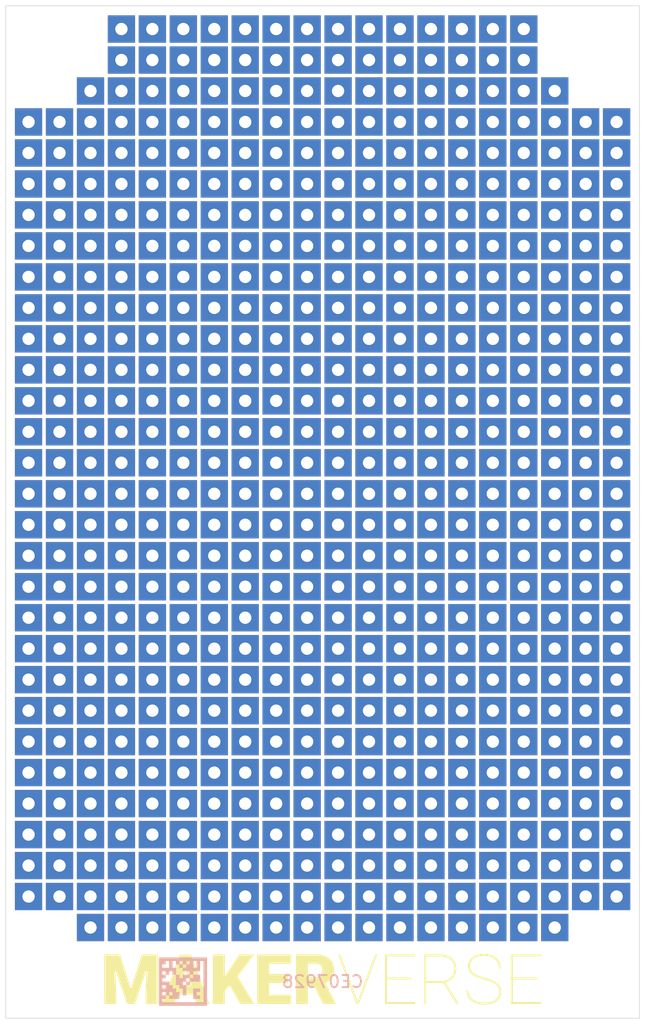
<source format=kicad_pcb>
(kicad_pcb (version 20171130) (host pcbnew "(5.1.10)-1")
  (title_block (title "Makerverse Perfboard 1160 Tie Points") (date 2021-09-14) (rev 10) (comment 1 "Designed at Core Electronics by Brenton Schulz") (comment 2 "Makerverse and the makerverse logo are trademarks of Core Electronics Pty Ltd.") (comment 3 "License: CCASAv4.0 https://creativecommons.org/licenses/by-sa/4.0/"))
  (layers (0 F.Cu signal) (31 B.Cu signal) (34 B.Paste user) (35 F.Paste user) (36 B.SilkS user) (37 F.SilkS user) (38 B.Mask user) (39 F.Mask user) (44 Edge.Cuts user))
  (net 0 "")
  (module Grid-PCB:CE07928 (layer B.Cu) (at 103.533334 169 180)
    (fp_text reference G*** hide)
    (fp_text value LOGO hide)
  )
  (module MountingHole:MountingHole_3.2mm_M3 (layer F.Cu) (at 138 169)
    (fp_text reference REF**)
    (fp_text value MountingHole_3.2mm_M3)
    (pad 1 np_thru_hole circle (at 0 0) (size 3.2 3.2) (drill 3.2) (layers *.Cu *.Mask))
  )
  (module Grid-PCB:SquarePad-2.24mm-0.3mm-Back-0.5mm-Front-clearance (layer F.Cu) (at 139.13 103.605)
    (fp_text reference REF**)
    (fp_text value SquarePad-2.24mm-0.3mm-Back-0.5mm-Front-clearance)
    (pad 2 thru_hole rect (at 0 0) (size 2.04 2.04) (drill 1) (layers F.Cu F.Mask))
    (pad 1 thru_hole rect (at 0 0) (size 2.24 2.24) (drill 1) (layers B.Cu B.Mask))
  )
  (module Grid-PCB:SquarePad-2.24mm-0.3mm-Back-0.5mm-Front-clearance (layer F.Cu) (at 131.51 90.905)
    (fp_text reference REF**)
    (fp_text value SquarePad-2.24mm-0.3mm-Back-0.5mm-Front-clearance)
    (pad 2 thru_hole rect (at 0 0) (size 2.04 2.04) (drill 1) (layers F.Cu F.Mask))
    (pad 1 thru_hole rect (at 0 0) (size 2.24 2.24) (drill 1) (layers B.Cu B.Mask))
  )
  (module Grid-PCB:SquarePad-2.24mm-0.3mm-Back-0.5mm-Front-clearance (layer F.Cu) (at 136.59 149.325)
    (fp_text reference REF**)
    (fp_text value SquarePad-2.24mm-0.3mm-Back-0.5mm-Front-clearance)
    (pad 2 thru_hole rect (at 0 0) (size 2.04 2.04) (drill 1) (layers F.Cu F.Mask))
    (pad 1 thru_hole rect (at 0 0) (size 2.24 2.24) (drill 1) (layers B.Cu B.Mask))
  )
  (module Grid-PCB:SquarePad-2.24mm-0.3mm-Back-0.5mm-Front-clearance (layer F.Cu) (at 139.13 149.325)
    (fp_text reference REF**)
    (fp_text value SquarePad-2.24mm-0.3mm-Back-0.5mm-Front-clearance)
    (pad 2 thru_hole rect (at 0 0) (size 2.04 2.04) (drill 1) (layers F.Cu F.Mask))
    (pad 1 thru_hole rect (at 0 0) (size 2.24 2.24) (drill 1) (layers B.Cu B.Mask))
  )
  (module Grid-PCB:SquarePad-2.24mm-0.3mm-Back-0.5mm-Front-clearance (layer F.Cu) (at 131.51 149.325)
    (fp_text reference REF**)
    (fp_text value SquarePad-2.24mm-0.3mm-Back-0.5mm-Front-clearance)
    (pad 2 thru_hole rect (at 0 0) (size 2.04 2.04) (drill 1) (layers F.Cu F.Mask))
    (pad 1 thru_hole rect (at 0 0) (size 2.24 2.24) (drill 1) (layers B.Cu B.Mask))
  )
  (module Grid-PCB:SquarePad-2.24mm-0.3mm-Back-0.5mm-Front-clearance (layer F.Cu) (at 134.05 149.325)
    (fp_text reference REF**)
    (fp_text value SquarePad-2.24mm-0.3mm-Back-0.5mm-Front-clearance)
    (pad 2 thru_hole rect (at 0 0) (size 2.04 2.04) (drill 1) (layers F.Cu F.Mask))
    (pad 1 thru_hole rect (at 0 0) (size 2.24 2.24) (drill 1) (layers B.Cu B.Mask))
  )
  (module Grid-PCB:SquarePad-2.24mm-0.3mm-Back-0.5mm-Front-clearance (layer F.Cu) (at 139.13 151.865)
    (fp_text reference REF**)
    (fp_text value SquarePad-2.24mm-0.3mm-Back-0.5mm-Front-clearance)
    (pad 2 thru_hole rect (at 0 0) (size 2.04 2.04) (drill 1) (layers F.Cu F.Mask))
    (pad 1 thru_hole rect (at 0 0) (size 2.24 2.24) (drill 1) (layers B.Cu B.Mask))
  )
  (module Grid-PCB:SquarePad-2.24mm-0.3mm-Back-0.5mm-Front-clearance (layer F.Cu) (at 136.59 151.865)
    (fp_text reference REF**)
    (fp_text value SquarePad-2.24mm-0.3mm-Back-0.5mm-Front-clearance)
    (pad 2 thru_hole rect (at 0 0) (size 2.04 2.04) (drill 1) (layers F.Cu F.Mask))
    (pad 1 thru_hole rect (at 0 0) (size 2.24 2.24) (drill 1) (layers B.Cu B.Mask))
  )
  (module Grid-PCB:SquarePad-2.24mm-0.3mm-Back-0.5mm-Front-clearance (layer F.Cu) (at 134.05 151.865)
    (fp_text reference REF**)
    (fp_text value SquarePad-2.24mm-0.3mm-Back-0.5mm-Front-clearance)
    (pad 2 thru_hole rect (at 0 0) (size 2.04 2.04) (drill 1) (layers F.Cu F.Mask))
    (pad 1 thru_hole rect (at 0 0) (size 2.24 2.24) (drill 1) (layers B.Cu B.Mask))
  )
  (module Grid-PCB:SquarePad-2.24mm-0.3mm-Back-0.5mm-Front-clearance (layer F.Cu) (at 131.51 151.865)
    (fp_text reference REF**)
    (fp_text value SquarePad-2.24mm-0.3mm-Back-0.5mm-Front-clearance)
    (pad 2 thru_hole rect (at 0 0) (size 2.04 2.04) (drill 1) (layers F.Cu F.Mask))
    (pad 1 thru_hole rect (at 0 0) (size 2.24 2.24) (drill 1) (layers B.Cu B.Mask))
  )
  (module Grid-PCB:SquarePad-2.24mm-0.3mm-Back-0.5mm-Front-clearance (layer F.Cu) (at 134.05 146.785)
    (fp_text reference REF**)
    (fp_text value SquarePad-2.24mm-0.3mm-Back-0.5mm-Front-clearance)
    (pad 2 thru_hole rect (at 0 0) (size 2.04 2.04) (drill 1) (layers F.Cu F.Mask))
    (pad 1 thru_hole rect (at 0 0) (size 2.24 2.24) (drill 1) (layers B.Cu B.Mask))
  )
  (module Grid-PCB:SquarePad-2.24mm-0.3mm-Back-0.5mm-Front-clearance (layer F.Cu) (at 139.13 146.785)
    (fp_text reference REF**)
    (fp_text value SquarePad-2.24mm-0.3mm-Back-0.5mm-Front-clearance)
    (pad 2 thru_hole rect (at 0 0) (size 2.04 2.04) (drill 1) (layers F.Cu F.Mask))
    (pad 1 thru_hole rect (at 0 0) (size 2.24 2.24) (drill 1) (layers B.Cu B.Mask))
  )
  (module Grid-PCB:SquarePad-2.24mm-0.3mm-Back-0.5mm-Front-clearance (layer F.Cu) (at 136.59 146.785)
    (fp_text reference REF**)
    (fp_text value SquarePad-2.24mm-0.3mm-Back-0.5mm-Front-clearance)
    (pad 2 thru_hole rect (at 0 0) (size 2.04 2.04) (drill 1) (layers F.Cu F.Mask))
    (pad 1 thru_hole rect (at 0 0) (size 2.24 2.24) (drill 1) (layers B.Cu B.Mask))
  )
  (module Grid-PCB:SquarePad-2.24mm-0.3mm-Back-0.5mm-Front-clearance (layer F.Cu) (at 131.51 146.785)
    (fp_text reference REF**)
    (fp_text value SquarePad-2.24mm-0.3mm-Back-0.5mm-Front-clearance)
    (pad 2 thru_hole rect (at 0 0) (size 2.04 2.04) (drill 1) (layers F.Cu F.Mask))
    (pad 1 thru_hole rect (at 0 0) (size 2.24 2.24) (drill 1) (layers B.Cu B.Mask))
  )
  (module Grid-PCB:SquarePad-2.24mm-0.3mm-Back-0.5mm-Front-clearance (layer F.Cu) (at 139.13 144.245)
    (fp_text reference REF**)
    (fp_text value SquarePad-2.24mm-0.3mm-Back-0.5mm-Front-clearance)
    (pad 2 thru_hole rect (at 0 0) (size 2.04 2.04) (drill 1) (layers F.Cu F.Mask))
    (pad 1 thru_hole rect (at 0 0) (size 2.24 2.24) (drill 1) (layers B.Cu B.Mask))
  )
  (module Grid-PCB:SquarePad-2.24mm-0.3mm-Back-0.5mm-Front-clearance (layer F.Cu) (at 134.05 144.245)
    (fp_text reference REF**)
    (fp_text value SquarePad-2.24mm-0.3mm-Back-0.5mm-Front-clearance)
    (pad 2 thru_hole rect (at 0 0) (size 2.04 2.04) (drill 1) (layers F.Cu F.Mask))
    (pad 1 thru_hole rect (at 0 0) (size 2.24 2.24) (drill 1) (layers B.Cu B.Mask))
  )
  (module Grid-PCB:SquarePad-2.24mm-0.3mm-Back-0.5mm-Front-clearance (layer F.Cu) (at 139.13 141.705)
    (fp_text reference REF**)
    (fp_text value SquarePad-2.24mm-0.3mm-Back-0.5mm-Front-clearance)
    (pad 2 thru_hole rect (at 0 0) (size 2.04 2.04) (drill 1) (layers F.Cu F.Mask))
    (pad 1 thru_hole rect (at 0 0) (size 2.24 2.24) (drill 1) (layers B.Cu B.Mask))
  )
  (module Grid-PCB:SquarePad-2.24mm-0.3mm-Back-0.5mm-Front-clearance (layer F.Cu) (at 134.05 141.705)
    (fp_text reference REF**)
    (fp_text value SquarePad-2.24mm-0.3mm-Back-0.5mm-Front-clearance)
    (pad 2 thru_hole rect (at 0 0) (size 2.04 2.04) (drill 1) (layers F.Cu F.Mask))
    (pad 1 thru_hole rect (at 0 0) (size 2.24 2.24) (drill 1) (layers B.Cu B.Mask))
  )
  (module Grid-PCB:SquarePad-2.24mm-0.3mm-Back-0.5mm-Front-clearance (layer F.Cu) (at 131.51 139.165)
    (fp_text reference REF**)
    (fp_text value SquarePad-2.24mm-0.3mm-Back-0.5mm-Front-clearance)
    (pad 2 thru_hole rect (at 0 0) (size 2.04 2.04) (drill 1) (layers F.Cu F.Mask))
    (pad 1 thru_hole rect (at 0 0) (size 2.24 2.24) (drill 1) (layers B.Cu B.Mask))
  )
  (module Grid-PCB:SquarePad-2.24mm-0.3mm-Back-0.5mm-Front-clearance (layer F.Cu) (at 139.13 136.625)
    (fp_text reference REF**)
    (fp_text value SquarePad-2.24mm-0.3mm-Back-0.5mm-Front-clearance)
    (pad 2 thru_hole rect (at 0 0) (size 2.04 2.04) (drill 1) (layers F.Cu F.Mask))
    (pad 1 thru_hole rect (at 0 0) (size 2.24 2.24) (drill 1) (layers B.Cu B.Mask))
  )
  (module Grid-PCB:SquarePad-2.24mm-0.3mm-Back-0.5mm-Front-clearance (layer F.Cu) (at 136.59 141.705)
    (fp_text reference REF**)
    (fp_text value SquarePad-2.24mm-0.3mm-Back-0.5mm-Front-clearance)
    (pad 2 thru_hole rect (at 0 0) (size 2.04 2.04) (drill 1) (layers F.Cu F.Mask))
    (pad 1 thru_hole rect (at 0 0) (size 2.24 2.24) (drill 1) (layers B.Cu B.Mask))
  )
  (module Grid-PCB:SquarePad-2.24mm-0.3mm-Back-0.5mm-Front-clearance (layer F.Cu) (at 131.51 141.705)
    (fp_text reference REF**)
    (fp_text value SquarePad-2.24mm-0.3mm-Back-0.5mm-Front-clearance)
    (pad 2 thru_hole rect (at 0 0) (size 2.04 2.04) (drill 1) (layers F.Cu F.Mask))
    (pad 1 thru_hole rect (at 0 0) (size 2.24 2.24) (drill 1) (layers B.Cu B.Mask))
  )
  (module Grid-PCB:SquarePad-2.24mm-0.3mm-Back-0.5mm-Front-clearance (layer F.Cu) (at 134.05 136.625)
    (fp_text reference REF**)
    (fp_text value SquarePad-2.24mm-0.3mm-Back-0.5mm-Front-clearance)
    (pad 2 thru_hole rect (at 0 0) (size 2.04 2.04) (drill 1) (layers F.Cu F.Mask))
    (pad 1 thru_hole rect (at 0 0) (size 2.24 2.24) (drill 1) (layers B.Cu B.Mask))
  )
  (module Grid-PCB:SquarePad-2.24mm-0.3mm-Back-0.5mm-Front-clearance (layer F.Cu) (at 136.59 136.625)
    (fp_text reference REF**)
    (fp_text value SquarePad-2.24mm-0.3mm-Back-0.5mm-Front-clearance)
    (pad 2 thru_hole rect (at 0 0) (size 2.04 2.04) (drill 1) (layers F.Cu F.Mask))
    (pad 1 thru_hole rect (at 0 0) (size 2.24 2.24) (drill 1) (layers B.Cu B.Mask))
  )
  (module Grid-PCB:SquarePad-2.24mm-0.3mm-Back-0.5mm-Front-clearance (layer F.Cu) (at 131.51 136.625)
    (fp_text reference REF**)
    (fp_text value SquarePad-2.24mm-0.3mm-Back-0.5mm-Front-clearance)
    (pad 2 thru_hole rect (at 0 0) (size 2.04 2.04) (drill 1) (layers F.Cu F.Mask))
    (pad 1 thru_hole rect (at 0 0) (size 2.24 2.24) (drill 1) (layers B.Cu B.Mask))
  )
  (module Grid-PCB:SquarePad-2.24mm-0.3mm-Back-0.5mm-Front-clearance (layer F.Cu) (at 134.05 139.165)
    (fp_text reference REF**)
    (fp_text value SquarePad-2.24mm-0.3mm-Back-0.5mm-Front-clearance)
    (pad 2 thru_hole rect (at 0 0) (size 2.04 2.04) (drill 1) (layers F.Cu F.Mask))
    (pad 1 thru_hole rect (at 0 0) (size 2.24 2.24) (drill 1) (layers B.Cu B.Mask))
  )
  (module Grid-PCB:SquarePad-2.24mm-0.3mm-Back-0.5mm-Front-clearance (layer F.Cu) (at 136.59 144.245)
    (fp_text reference REF**)
    (fp_text value SquarePad-2.24mm-0.3mm-Back-0.5mm-Front-clearance)
    (pad 2 thru_hole rect (at 0 0) (size 2.04 2.04) (drill 1) (layers F.Cu F.Mask))
    (pad 1 thru_hole rect (at 0 0) (size 2.24 2.24) (drill 1) (layers B.Cu B.Mask))
  )
  (module Grid-PCB:SquarePad-2.24mm-0.3mm-Back-0.5mm-Front-clearance (layer F.Cu) (at 131.51 144.245)
    (fp_text reference REF**)
    (fp_text value SquarePad-2.24mm-0.3mm-Back-0.5mm-Front-clearance)
    (pad 2 thru_hole rect (at 0 0) (size 2.04 2.04) (drill 1) (layers F.Cu F.Mask))
    (pad 1 thru_hole rect (at 0 0) (size 2.24 2.24) (drill 1) (layers B.Cu B.Mask))
  )
  (module Grid-PCB:SquarePad-2.24mm-0.3mm-Back-0.5mm-Front-clearance (layer F.Cu) (at 139.13 139.165)
    (fp_text reference REF**)
    (fp_text value SquarePad-2.24mm-0.3mm-Back-0.5mm-Front-clearance)
    (pad 2 thru_hole rect (at 0 0) (size 2.04 2.04) (drill 1) (layers F.Cu F.Mask))
    (pad 1 thru_hole rect (at 0 0) (size 2.24 2.24) (drill 1) (layers B.Cu B.Mask))
  )
  (module Grid-PCB:SquarePad-2.24mm-0.3mm-Back-0.5mm-Front-clearance (layer F.Cu) (at 136.59 139.165)
    (fp_text reference REF**)
    (fp_text value SquarePad-2.24mm-0.3mm-Back-0.5mm-Front-clearance)
    (pad 2 thru_hole rect (at 0 0) (size 2.04 2.04) (drill 1) (layers F.Cu F.Mask))
    (pad 1 thru_hole rect (at 0 0) (size 2.24 2.24) (drill 1) (layers B.Cu B.Mask))
  )
  (module Grid-PCB:SquarePad-2.24mm-0.3mm-Back-0.5mm-Front-clearance (layer F.Cu) (at 139.13 134.085)
    (fp_text reference REF**)
    (fp_text value SquarePad-2.24mm-0.3mm-Back-0.5mm-Front-clearance)
    (pad 2 thru_hole rect (at 0 0) (size 2.04 2.04) (drill 1) (layers F.Cu F.Mask))
    (pad 1 thru_hole rect (at 0 0) (size 2.24 2.24) (drill 1) (layers B.Cu B.Mask))
  )
  (module Grid-PCB:SquarePad-2.24mm-0.3mm-Back-0.5mm-Front-clearance (layer F.Cu) (at 139.13 131.545)
    (fp_text reference REF**)
    (fp_text value SquarePad-2.24mm-0.3mm-Back-0.5mm-Front-clearance)
    (pad 2 thru_hole rect (at 0 0) (size 2.04 2.04) (drill 1) (layers F.Cu F.Mask))
    (pad 1 thru_hole rect (at 0 0) (size 2.24 2.24) (drill 1) (layers B.Cu B.Mask))
  )
  (module Grid-PCB:SquarePad-2.24mm-0.3mm-Back-0.5mm-Front-clearance (layer F.Cu) (at 136.59 134.085)
    (fp_text reference REF**)
    (fp_text value SquarePad-2.24mm-0.3mm-Back-0.5mm-Front-clearance)
    (pad 2 thru_hole rect (at 0 0) (size 2.04 2.04) (drill 1) (layers F.Cu F.Mask))
    (pad 1 thru_hole rect (at 0 0) (size 2.24 2.24) (drill 1) (layers B.Cu B.Mask))
  )
  (module Grid-PCB:SquarePad-2.24mm-0.3mm-Back-0.5mm-Front-clearance (layer F.Cu) (at 134.05 131.545)
    (fp_text reference REF**)
    (fp_text value SquarePad-2.24mm-0.3mm-Back-0.5mm-Front-clearance)
    (pad 2 thru_hole rect (at 0 0) (size 2.04 2.04) (drill 1) (layers F.Cu F.Mask))
    (pad 1 thru_hole rect (at 0 0) (size 2.24 2.24) (drill 1) (layers B.Cu B.Mask))
  )
  (module Grid-PCB:SquarePad-2.24mm-0.3mm-Back-0.5mm-Front-clearance (layer F.Cu) (at 134.05 134.085)
    (fp_text reference REF**)
    (fp_text value SquarePad-2.24mm-0.3mm-Back-0.5mm-Front-clearance)
    (pad 2 thru_hole rect (at 0 0) (size 2.04 2.04) (drill 1) (layers F.Cu F.Mask))
    (pad 1 thru_hole rect (at 0 0) (size 2.24 2.24) (drill 1) (layers B.Cu B.Mask))
  )
  (module Grid-PCB:SquarePad-2.24mm-0.3mm-Back-0.5mm-Front-clearance (layer F.Cu) (at 131.51 134.085)
    (fp_text reference REF**)
    (fp_text value SquarePad-2.24mm-0.3mm-Back-0.5mm-Front-clearance)
    (pad 2 thru_hole rect (at 0 0) (size 2.04 2.04) (drill 1) (layers F.Cu F.Mask))
    (pad 1 thru_hole rect (at 0 0) (size 2.24 2.24) (drill 1) (layers B.Cu B.Mask))
  )
  (module Grid-PCB:SquarePad-2.24mm-0.3mm-Back-0.5mm-Front-clearance (layer F.Cu) (at 134.05 129.005)
    (fp_text reference REF**)
    (fp_text value SquarePad-2.24mm-0.3mm-Back-0.5mm-Front-clearance)
    (pad 2 thru_hole rect (at 0 0) (size 2.04 2.04) (drill 1) (layers F.Cu F.Mask))
    (pad 1 thru_hole rect (at 0 0) (size 2.24 2.24) (drill 1) (layers B.Cu B.Mask))
  )
  (module Grid-PCB:SquarePad-2.24mm-0.3mm-Back-0.5mm-Front-clearance (layer F.Cu) (at 131.51 131.545)
    (fp_text reference REF**)
    (fp_text value SquarePad-2.24mm-0.3mm-Back-0.5mm-Front-clearance)
    (pad 2 thru_hole rect (at 0 0) (size 2.04 2.04) (drill 1) (layers F.Cu F.Mask))
    (pad 1 thru_hole rect (at 0 0) (size 2.24 2.24) (drill 1) (layers B.Cu B.Mask))
  )
  (module Grid-PCB:SquarePad-2.24mm-0.3mm-Back-0.5mm-Front-clearance (layer F.Cu) (at 139.13 126.465)
    (fp_text reference REF**)
    (fp_text value SquarePad-2.24mm-0.3mm-Back-0.5mm-Front-clearance)
    (pad 2 thru_hole rect (at 0 0) (size 2.04 2.04) (drill 1) (layers F.Cu F.Mask))
    (pad 1 thru_hole rect (at 0 0) (size 2.24 2.24) (drill 1) (layers B.Cu B.Mask))
  )
  (module Grid-PCB:SquarePad-2.24mm-0.3mm-Back-0.5mm-Front-clearance (layer F.Cu) (at 136.59 131.545)
    (fp_text reference REF**)
    (fp_text value SquarePad-2.24mm-0.3mm-Back-0.5mm-Front-clearance)
    (pad 2 thru_hole rect (at 0 0) (size 2.04 2.04) (drill 1) (layers F.Cu F.Mask))
    (pad 1 thru_hole rect (at 0 0) (size 2.24 2.24) (drill 1) (layers B.Cu B.Mask))
  )
  (module Grid-PCB:SquarePad-2.24mm-0.3mm-Back-0.5mm-Front-clearance (layer F.Cu) (at 139.13 123.925)
    (fp_text reference REF**)
    (fp_text value SquarePad-2.24mm-0.3mm-Back-0.5mm-Front-clearance)
    (pad 2 thru_hole rect (at 0 0) (size 2.04 2.04) (drill 1) (layers F.Cu F.Mask))
    (pad 1 thru_hole rect (at 0 0) (size 2.24 2.24) (drill 1) (layers B.Cu B.Mask))
  )
  (module Grid-PCB:SquarePad-2.24mm-0.3mm-Back-0.5mm-Front-clearance (layer F.Cu) (at 139.13 129.005)
    (fp_text reference REF**)
    (fp_text value SquarePad-2.24mm-0.3mm-Back-0.5mm-Front-clearance)
    (pad 2 thru_hole rect (at 0 0) (size 2.04 2.04) (drill 1) (layers F.Cu F.Mask))
    (pad 1 thru_hole rect (at 0 0) (size 2.24 2.24) (drill 1) (layers B.Cu B.Mask))
  )
  (module Grid-PCB:SquarePad-2.24mm-0.3mm-Back-0.5mm-Front-clearance (layer F.Cu) (at 136.59 129.005)
    (fp_text reference REF**)
    (fp_text value SquarePad-2.24mm-0.3mm-Back-0.5mm-Front-clearance)
    (pad 2 thru_hole rect (at 0 0) (size 2.04 2.04) (drill 1) (layers F.Cu F.Mask))
    (pad 1 thru_hole rect (at 0 0) (size 2.24 2.24) (drill 1) (layers B.Cu B.Mask))
  )
  (module Grid-PCB:SquarePad-2.24mm-0.3mm-Back-0.5mm-Front-clearance (layer F.Cu) (at 134.05 126.465)
    (fp_text reference REF**)
    (fp_text value SquarePad-2.24mm-0.3mm-Back-0.5mm-Front-clearance)
    (pad 2 thru_hole rect (at 0 0) (size 2.04 2.04) (drill 1) (layers F.Cu F.Mask))
    (pad 1 thru_hole rect (at 0 0) (size 2.24 2.24) (drill 1) (layers B.Cu B.Mask))
  )
  (module Grid-PCB:SquarePad-2.24mm-0.3mm-Back-0.5mm-Front-clearance (layer F.Cu) (at 131.51 126.465)
    (fp_text reference REF**)
    (fp_text value SquarePad-2.24mm-0.3mm-Back-0.5mm-Front-clearance)
    (pad 2 thru_hole rect (at 0 0) (size 2.04 2.04) (drill 1) (layers F.Cu F.Mask))
    (pad 1 thru_hole rect (at 0 0) (size 2.24 2.24) (drill 1) (layers B.Cu B.Mask))
  )
  (module Grid-PCB:SquarePad-2.24mm-0.3mm-Back-0.5mm-Front-clearance (layer F.Cu) (at 134.05 123.925)
    (fp_text reference REF**)
    (fp_text value SquarePad-2.24mm-0.3mm-Back-0.5mm-Front-clearance)
    (pad 2 thru_hole rect (at 0 0) (size 2.04 2.04) (drill 1) (layers F.Cu F.Mask))
    (pad 1 thru_hole rect (at 0 0) (size 2.24 2.24) (drill 1) (layers B.Cu B.Mask))
  )
  (module Grid-PCB:SquarePad-2.24mm-0.3mm-Back-0.5mm-Front-clearance (layer F.Cu) (at 136.59 126.465)
    (fp_text reference REF**)
    (fp_text value SquarePad-2.24mm-0.3mm-Back-0.5mm-Front-clearance)
    (pad 2 thru_hole rect (at 0 0) (size 2.04 2.04) (drill 1) (layers F.Cu F.Mask))
    (pad 1 thru_hole rect (at 0 0) (size 2.24 2.24) (drill 1) (layers B.Cu B.Mask))
  )
  (module Grid-PCB:SquarePad-2.24mm-0.3mm-Back-0.5mm-Front-clearance (layer F.Cu) (at 136.59 123.925)
    (fp_text reference REF**)
    (fp_text value SquarePad-2.24mm-0.3mm-Back-0.5mm-Front-clearance)
    (pad 2 thru_hole rect (at 0 0) (size 2.04 2.04) (drill 1) (layers F.Cu F.Mask))
    (pad 1 thru_hole rect (at 0 0) (size 2.24 2.24) (drill 1) (layers B.Cu B.Mask))
  )
  (module Grid-PCB:SquarePad-2.24mm-0.3mm-Back-0.5mm-Front-clearance (layer F.Cu) (at 131.51 129.005)
    (fp_text reference REF**)
    (fp_text value SquarePad-2.24mm-0.3mm-Back-0.5mm-Front-clearance)
    (pad 2 thru_hole rect (at 0 0) (size 2.04 2.04) (drill 1) (layers F.Cu F.Mask))
    (pad 1 thru_hole rect (at 0 0) (size 2.24 2.24) (drill 1) (layers B.Cu B.Mask))
  )
  (module Grid-PCB:SquarePad-2.24mm-0.3mm-Back-0.5mm-Front-clearance (layer F.Cu) (at 134.05 164.565)
    (fp_text reference REF**)
    (fp_text value SquarePad-2.24mm-0.3mm-Back-0.5mm-Front-clearance)
    (pad 2 thru_hole rect (at 0 0) (size 2.04 2.04) (drill 1) (layers F.Cu F.Mask))
    (pad 1 thru_hole rect (at 0 0) (size 2.24 2.24) (drill 1) (layers B.Cu B.Mask))
  )
  (module Grid-PCB:SquarePad-2.24mm-0.3mm-Back-0.5mm-Front-clearance (layer F.Cu) (at 131.51 164.565)
    (fp_text reference REF**)
    (fp_text value SquarePad-2.24mm-0.3mm-Back-0.5mm-Front-clearance)
    (pad 2 thru_hole rect (at 0 0) (size 2.04 2.04) (drill 1) (layers F.Cu F.Mask))
    (pad 1 thru_hole rect (at 0 0) (size 2.24 2.24) (drill 1) (layers B.Cu B.Mask))
  )
  (module Grid-PCB:SquarePad-2.24mm-0.3mm-Back-0.5mm-Front-clearance (layer F.Cu) (at 139.13 162.025)
    (fp_text reference REF**)
    (fp_text value SquarePad-2.24mm-0.3mm-Back-0.5mm-Front-clearance)
    (pad 2 thru_hole rect (at 0 0) (size 2.04 2.04) (drill 1) (layers F.Cu F.Mask))
    (pad 1 thru_hole rect (at 0 0) (size 2.24 2.24) (drill 1) (layers B.Cu B.Mask))
  )
  (module Grid-PCB:SquarePad-2.24mm-0.3mm-Back-0.5mm-Front-clearance (layer F.Cu) (at 136.59 162.025)
    (fp_text reference REF**)
    (fp_text value SquarePad-2.24mm-0.3mm-Back-0.5mm-Front-clearance)
    (pad 2 thru_hole rect (at 0 0) (size 2.04 2.04) (drill 1) (layers F.Cu F.Mask))
    (pad 1 thru_hole rect (at 0 0) (size 2.24 2.24) (drill 1) (layers B.Cu B.Mask))
  )
  (module Grid-PCB:SquarePad-2.24mm-0.3mm-Back-0.5mm-Front-clearance (layer F.Cu) (at 134.05 162.025)
    (fp_text reference REF**)
    (fp_text value SquarePad-2.24mm-0.3mm-Back-0.5mm-Front-clearance)
    (pad 2 thru_hole rect (at 0 0) (size 2.04 2.04) (drill 1) (layers F.Cu F.Mask))
    (pad 1 thru_hole rect (at 0 0) (size 2.24 2.24) (drill 1) (layers B.Cu B.Mask))
  )
  (module Grid-PCB:SquarePad-2.24mm-0.3mm-Back-0.5mm-Front-clearance (layer F.Cu) (at 131.51 162.025)
    (fp_text reference REF**)
    (fp_text value SquarePad-2.24mm-0.3mm-Back-0.5mm-Front-clearance)
    (pad 2 thru_hole rect (at 0 0) (size 2.04 2.04) (drill 1) (layers F.Cu F.Mask))
    (pad 1 thru_hole rect (at 0 0) (size 2.24 2.24) (drill 1) (layers B.Cu B.Mask))
  )
  (module Grid-PCB:SquarePad-2.24mm-0.3mm-Back-0.5mm-Front-clearance (layer F.Cu) (at 134.05 159.485)
    (fp_text reference REF**)
    (fp_text value SquarePad-2.24mm-0.3mm-Back-0.5mm-Front-clearance)
    (pad 2 thru_hole rect (at 0 0) (size 2.04 2.04) (drill 1) (layers F.Cu F.Mask))
    (pad 1 thru_hole rect (at 0 0) (size 2.24 2.24) (drill 1) (layers B.Cu B.Mask))
  )
  (module Grid-PCB:SquarePad-2.24mm-0.3mm-Back-0.5mm-Front-clearance (layer F.Cu) (at 139.13 156.945)
    (fp_text reference REF**)
    (fp_text value SquarePad-2.24mm-0.3mm-Back-0.5mm-Front-clearance)
    (pad 2 thru_hole rect (at 0 0) (size 2.04 2.04) (drill 1) (layers F.Cu F.Mask))
    (pad 1 thru_hole rect (at 0 0) (size 2.24 2.24) (drill 1) (layers B.Cu B.Mask))
  )
  (module Grid-PCB:SquarePad-2.24mm-0.3mm-Back-0.5mm-Front-clearance (layer F.Cu) (at 139.13 154.405)
    (fp_text reference REF**)
    (fp_text value SquarePad-2.24mm-0.3mm-Back-0.5mm-Front-clearance)
    (pad 2 thru_hole rect (at 0 0) (size 2.04 2.04) (drill 1) (layers F.Cu F.Mask))
    (pad 1 thru_hole rect (at 0 0) (size 2.24 2.24) (drill 1) (layers B.Cu B.Mask))
  )
  (module Grid-PCB:SquarePad-2.24mm-0.3mm-Back-0.5mm-Front-clearance (layer F.Cu) (at 136.59 156.945)
    (fp_text reference REF**)
    (fp_text value SquarePad-2.24mm-0.3mm-Back-0.5mm-Front-clearance)
    (pad 2 thru_hole rect (at 0 0) (size 2.04 2.04) (drill 1) (layers F.Cu F.Mask))
    (pad 1 thru_hole rect (at 0 0) (size 2.24 2.24) (drill 1) (layers B.Cu B.Mask))
  )
  (module Grid-PCB:SquarePad-2.24mm-0.3mm-Back-0.5mm-Front-clearance (layer F.Cu) (at 131.51 156.945)
    (fp_text reference REF**)
    (fp_text value SquarePad-2.24mm-0.3mm-Back-0.5mm-Front-clearance)
    (pad 2 thru_hole rect (at 0 0) (size 2.04 2.04) (drill 1) (layers F.Cu F.Mask))
    (pad 1 thru_hole rect (at 0 0) (size 2.24 2.24) (drill 1) (layers B.Cu B.Mask))
  )
  (module Grid-PCB:SquarePad-2.24mm-0.3mm-Back-0.5mm-Front-clearance (layer F.Cu) (at 134.05 156.945)
    (fp_text reference REF**)
    (fp_text value SquarePad-2.24mm-0.3mm-Back-0.5mm-Front-clearance)
    (pad 2 thru_hole rect (at 0 0) (size 2.04 2.04) (drill 1) (layers F.Cu F.Mask))
    (pad 1 thru_hole rect (at 0 0) (size 2.24 2.24) (drill 1) (layers B.Cu B.Mask))
  )
  (module Grid-PCB:SquarePad-2.24mm-0.3mm-Back-0.5mm-Front-clearance (layer F.Cu) (at 131.51 154.405)
    (fp_text reference REF**)
    (fp_text value SquarePad-2.24mm-0.3mm-Back-0.5mm-Front-clearance)
    (pad 2 thru_hole rect (at 0 0) (size 2.04 2.04) (drill 1) (layers F.Cu F.Mask))
    (pad 1 thru_hole rect (at 0 0) (size 2.24 2.24) (drill 1) (layers B.Cu B.Mask))
  )
  (module Grid-PCB:SquarePad-2.24mm-0.3mm-Back-0.5mm-Front-clearance (layer F.Cu) (at 136.59 154.405)
    (fp_text reference REF**)
    (fp_text value SquarePad-2.24mm-0.3mm-Back-0.5mm-Front-clearance)
    (pad 2 thru_hole rect (at 0 0) (size 2.04 2.04) (drill 1) (layers F.Cu F.Mask))
    (pad 1 thru_hole rect (at 0 0) (size 2.24 2.24) (drill 1) (layers B.Cu B.Mask))
  )
  (module Grid-PCB:SquarePad-2.24mm-0.3mm-Back-0.5mm-Front-clearance (layer F.Cu) (at 134.05 154.405)
    (fp_text reference REF**)
    (fp_text value SquarePad-2.24mm-0.3mm-Back-0.5mm-Front-clearance)
    (pad 2 thru_hole rect (at 0 0) (size 2.04 2.04) (drill 1) (layers F.Cu F.Mask))
    (pad 1 thru_hole rect (at 0 0) (size 2.24 2.24) (drill 1) (layers B.Cu B.Mask))
  )
  (module Grid-PCB:SquarePad-2.24mm-0.3mm-Back-0.5mm-Front-clearance (layer F.Cu) (at 136.59 159.485)
    (fp_text reference REF**)
    (fp_text value SquarePad-2.24mm-0.3mm-Back-0.5mm-Front-clearance)
    (pad 2 thru_hole rect (at 0 0) (size 2.04 2.04) (drill 1) (layers F.Cu F.Mask))
    (pad 1 thru_hole rect (at 0 0) (size 2.24 2.24) (drill 1) (layers B.Cu B.Mask))
  )
  (module Grid-PCB:SquarePad-2.24mm-0.3mm-Back-0.5mm-Front-clearance (layer F.Cu) (at 139.13 159.485)
    (fp_text reference REF**)
    (fp_text value SquarePad-2.24mm-0.3mm-Back-0.5mm-Front-clearance)
    (pad 2 thru_hole rect (at 0 0) (size 2.04 2.04) (drill 1) (layers F.Cu F.Mask))
    (pad 1 thru_hole rect (at 0 0) (size 2.24 2.24) (drill 1) (layers B.Cu B.Mask))
  )
  (module Grid-PCB:SquarePad-2.24mm-0.3mm-Back-0.5mm-Front-clearance (layer F.Cu) (at 131.51 159.485)
    (fp_text reference REF**)
    (fp_text value SquarePad-2.24mm-0.3mm-Back-0.5mm-Front-clearance)
    (pad 2 thru_hole rect (at 0 0) (size 2.04 2.04) (drill 1) (layers F.Cu F.Mask))
    (pad 1 thru_hole rect (at 0 0) (size 2.24 2.24) (drill 1) (layers B.Cu B.Mask))
  )
  (module Grid-PCB:SquarePad-2.24mm-0.3mm-Back-0.5mm-Front-clearance (layer F.Cu) (at 131.51 123.925)
    (fp_text reference REF**)
    (fp_text value SquarePad-2.24mm-0.3mm-Back-0.5mm-Front-clearance)
    (pad 2 thru_hole rect (at 0 0) (size 2.04 2.04) (drill 1) (layers F.Cu F.Mask))
    (pad 1 thru_hole rect (at 0 0) (size 2.24 2.24) (drill 1) (layers B.Cu B.Mask))
  )
  (module Grid-PCB:SquarePad-2.24mm-0.3mm-Back-0.5mm-Front-clearance (layer F.Cu) (at 139.13 121.385)
    (fp_text reference REF**)
    (fp_text value SquarePad-2.24mm-0.3mm-Back-0.5mm-Front-clearance)
    (pad 2 thru_hole rect (at 0 0) (size 2.04 2.04) (drill 1) (layers F.Cu F.Mask))
    (pad 1 thru_hole rect (at 0 0) (size 2.24 2.24) (drill 1) (layers B.Cu B.Mask))
  )
  (module Grid-PCB:SquarePad-2.24mm-0.3mm-Back-0.5mm-Front-clearance (layer F.Cu) (at 136.59 121.385)
    (fp_text reference REF**)
    (fp_text value SquarePad-2.24mm-0.3mm-Back-0.5mm-Front-clearance)
    (pad 2 thru_hole rect (at 0 0) (size 2.04 2.04) (drill 1) (layers F.Cu F.Mask))
    (pad 1 thru_hole rect (at 0 0) (size 2.24 2.24) (drill 1) (layers B.Cu B.Mask))
  )
  (module Grid-PCB:SquarePad-2.24mm-0.3mm-Back-0.5mm-Front-clearance (layer F.Cu) (at 134.05 121.385)
    (fp_text reference REF**)
    (fp_text value SquarePad-2.24mm-0.3mm-Back-0.5mm-Front-clearance)
    (pad 2 thru_hole rect (at 0 0) (size 2.04 2.04) (drill 1) (layers F.Cu F.Mask))
    (pad 1 thru_hole rect (at 0 0) (size 2.24 2.24) (drill 1) (layers B.Cu B.Mask))
  )
  (module Grid-PCB:SquarePad-2.24mm-0.3mm-Back-0.5mm-Front-clearance (layer F.Cu) (at 131.51 121.385)
    (fp_text reference REF**)
    (fp_text value SquarePad-2.24mm-0.3mm-Back-0.5mm-Front-clearance)
    (pad 2 thru_hole rect (at 0 0) (size 2.04 2.04) (drill 1) (layers F.Cu F.Mask))
    (pad 1 thru_hole rect (at 0 0) (size 2.24 2.24) (drill 1) (layers B.Cu B.Mask))
  )
  (module Grid-PCB:SquarePad-2.24mm-0.3mm-Back-0.5mm-Front-clearance (layer F.Cu) (at 139.13 118.845)
    (fp_text reference REF**)
    (fp_text value SquarePad-2.24mm-0.3mm-Back-0.5mm-Front-clearance)
    (pad 2 thru_hole rect (at 0 0) (size 2.04 2.04) (drill 1) (layers F.Cu F.Mask))
    (pad 1 thru_hole rect (at 0 0) (size 2.24 2.24) (drill 1) (layers B.Cu B.Mask))
  )
  (module Grid-PCB:SquarePad-2.24mm-0.3mm-Back-0.5mm-Front-clearance (layer F.Cu) (at 136.59 118.845)
    (fp_text reference REF**)
    (fp_text value SquarePad-2.24mm-0.3mm-Back-0.5mm-Front-clearance)
    (pad 2 thru_hole rect (at 0 0) (size 2.04 2.04) (drill 1) (layers F.Cu F.Mask))
    (pad 1 thru_hole rect (at 0 0) (size 2.24 2.24) (drill 1) (layers B.Cu B.Mask))
  )
  (module Grid-PCB:SquarePad-2.24mm-0.3mm-Back-0.5mm-Front-clearance (layer F.Cu) (at 134.05 118.845)
    (fp_text reference REF**)
    (fp_text value SquarePad-2.24mm-0.3mm-Back-0.5mm-Front-clearance)
    (pad 2 thru_hole rect (at 0 0) (size 2.04 2.04) (drill 1) (layers F.Cu F.Mask))
    (pad 1 thru_hole rect (at 0 0) (size 2.24 2.24) (drill 1) (layers B.Cu B.Mask))
  )
  (module Grid-PCB:SquarePad-2.24mm-0.3mm-Back-0.5mm-Front-clearance (layer F.Cu) (at 131.51 118.845)
    (fp_text reference REF**)
    (fp_text value SquarePad-2.24mm-0.3mm-Back-0.5mm-Front-clearance)
    (pad 2 thru_hole rect (at 0 0) (size 2.04 2.04) (drill 1) (layers F.Cu F.Mask))
    (pad 1 thru_hole rect (at 0 0) (size 2.24 2.24) (drill 1) (layers B.Cu B.Mask))
  )
  (module Grid-PCB:SquarePad-2.24mm-0.3mm-Back-0.5mm-Front-clearance (layer F.Cu) (at 136.59 116.305)
    (fp_text reference REF**)
    (fp_text value SquarePad-2.24mm-0.3mm-Back-0.5mm-Front-clearance)
    (pad 2 thru_hole rect (at 0 0) (size 2.04 2.04) (drill 1) (layers F.Cu F.Mask))
    (pad 1 thru_hole rect (at 0 0) (size 2.24 2.24) (drill 1) (layers B.Cu B.Mask))
  )
  (module Grid-PCB:SquarePad-2.24mm-0.3mm-Back-0.5mm-Front-clearance (layer F.Cu) (at 134.05 116.305)
    (fp_text reference REF**)
    (fp_text value SquarePad-2.24mm-0.3mm-Back-0.5mm-Front-clearance)
    (pad 2 thru_hole rect (at 0 0) (size 2.04 2.04) (drill 1) (layers F.Cu F.Mask))
    (pad 1 thru_hole rect (at 0 0) (size 2.24 2.24) (drill 1) (layers B.Cu B.Mask))
  )
  (module Grid-PCB:SquarePad-2.24mm-0.3mm-Back-0.5mm-Front-clearance (layer F.Cu) (at 134.05 113.765)
    (fp_text reference REF**)
    (fp_text value SquarePad-2.24mm-0.3mm-Back-0.5mm-Front-clearance)
    (pad 2 thru_hole rect (at 0 0) (size 2.04 2.04) (drill 1) (layers F.Cu F.Mask))
    (pad 1 thru_hole rect (at 0 0) (size 2.24 2.24) (drill 1) (layers B.Cu B.Mask))
  )
  (module Grid-PCB:SquarePad-2.24mm-0.3mm-Back-0.5mm-Front-clearance (layer F.Cu) (at 131.51 111.225)
    (fp_text reference REF**)
    (fp_text value SquarePad-2.24mm-0.3mm-Back-0.5mm-Front-clearance)
    (pad 2 thru_hole rect (at 0 0) (size 2.04 2.04) (drill 1) (layers F.Cu F.Mask))
    (pad 1 thru_hole rect (at 0 0) (size 2.24 2.24) (drill 1) (layers B.Cu B.Mask))
  )
  (module Grid-PCB:SquarePad-2.24mm-0.3mm-Back-0.5mm-Front-clearance (layer F.Cu) (at 136.59 113.765)
    (fp_text reference REF**)
    (fp_text value SquarePad-2.24mm-0.3mm-Back-0.5mm-Front-clearance)
    (pad 2 thru_hole rect (at 0 0) (size 2.04 2.04) (drill 1) (layers F.Cu F.Mask))
    (pad 1 thru_hole rect (at 0 0) (size 2.24 2.24) (drill 1) (layers B.Cu B.Mask))
  )
  (module Grid-PCB:SquarePad-2.24mm-0.3mm-Back-0.5mm-Front-clearance (layer F.Cu) (at 139.13 111.225)
    (fp_text reference REF**)
    (fp_text value SquarePad-2.24mm-0.3mm-Back-0.5mm-Front-clearance)
    (pad 2 thru_hole rect (at 0 0) (size 2.04 2.04) (drill 1) (layers F.Cu F.Mask))
    (pad 1 thru_hole rect (at 0 0) (size 2.24 2.24) (drill 1) (layers B.Cu B.Mask))
  )
  (module Grid-PCB:SquarePad-2.24mm-0.3mm-Back-0.5mm-Front-clearance (layer F.Cu) (at 136.59 111.225)
    (fp_text reference REF**)
    (fp_text value SquarePad-2.24mm-0.3mm-Back-0.5mm-Front-clearance)
    (pad 2 thru_hole rect (at 0 0) (size 2.04 2.04) (drill 1) (layers F.Cu F.Mask))
    (pad 1 thru_hole rect (at 0 0) (size 2.24 2.24) (drill 1) (layers B.Cu B.Mask))
  )
  (module Grid-PCB:SquarePad-2.24mm-0.3mm-Back-0.5mm-Front-clearance (layer F.Cu) (at 131.51 113.765)
    (fp_text reference REF**)
    (fp_text value SquarePad-2.24mm-0.3mm-Back-0.5mm-Front-clearance)
    (pad 2 thru_hole rect (at 0 0) (size 2.04 2.04) (drill 1) (layers F.Cu F.Mask))
    (pad 1 thru_hole rect (at 0 0) (size 2.24 2.24) (drill 1) (layers B.Cu B.Mask))
  )
  (module Grid-PCB:SquarePad-2.24mm-0.3mm-Back-0.5mm-Front-clearance (layer F.Cu) (at 139.13 113.765)
    (fp_text reference REF**)
    (fp_text value SquarePad-2.24mm-0.3mm-Back-0.5mm-Front-clearance)
    (pad 2 thru_hole rect (at 0 0) (size 2.04 2.04) (drill 1) (layers F.Cu F.Mask))
    (pad 1 thru_hole rect (at 0 0) (size 2.24 2.24) (drill 1) (layers B.Cu B.Mask))
  )
  (module Grid-PCB:SquarePad-2.24mm-0.3mm-Back-0.5mm-Front-clearance (layer F.Cu) (at 131.51 116.305)
    (fp_text reference REF**)
    (fp_text value SquarePad-2.24mm-0.3mm-Back-0.5mm-Front-clearance)
    (pad 2 thru_hole rect (at 0 0) (size 2.04 2.04) (drill 1) (layers F.Cu F.Mask))
    (pad 1 thru_hole rect (at 0 0) (size 2.24 2.24) (drill 1) (layers B.Cu B.Mask))
  )
  (module Grid-PCB:SquarePad-2.24mm-0.3mm-Back-0.5mm-Front-clearance (layer F.Cu) (at 134.05 111.225)
    (fp_text reference REF**)
    (fp_text value SquarePad-2.24mm-0.3mm-Back-0.5mm-Front-clearance)
    (pad 2 thru_hole rect (at 0 0) (size 2.04 2.04) (drill 1) (layers F.Cu F.Mask))
    (pad 1 thru_hole rect (at 0 0) (size 2.24 2.24) (drill 1) (layers B.Cu B.Mask))
  )
  (module Grid-PCB:SquarePad-2.24mm-0.3mm-Back-0.5mm-Front-clearance (layer F.Cu) (at 139.13 116.305)
    (fp_text reference REF**)
    (fp_text value SquarePad-2.24mm-0.3mm-Back-0.5mm-Front-clearance)
    (pad 2 thru_hole rect (at 0 0) (size 2.04 2.04) (drill 1) (layers F.Cu F.Mask))
    (pad 1 thru_hole rect (at 0 0) (size 2.24 2.24) (drill 1) (layers B.Cu B.Mask))
  )
  (module Grid-PCB:SquarePad-2.24mm-0.3mm-Back-0.5mm-Front-clearance (layer F.Cu) (at 134.05 95.985)
    (fp_text reference REF**)
    (fp_text value SquarePad-2.24mm-0.3mm-Back-0.5mm-Front-clearance)
    (pad 2 thru_hole rect (at 0 0) (size 2.04 2.04) (drill 1) (layers F.Cu F.Mask))
    (pad 1 thru_hole rect (at 0 0) (size 2.24 2.24) (drill 1) (layers B.Cu B.Mask))
  )
  (module Grid-PCB:SquarePad-2.24mm-0.3mm-Back-0.5mm-Front-clearance (layer F.Cu) (at 131.51 95.985)
    (fp_text reference REF**)
    (fp_text value SquarePad-2.24mm-0.3mm-Back-0.5mm-Front-clearance)
    (pad 2 thru_hole rect (at 0 0) (size 2.04 2.04) (drill 1) (layers F.Cu F.Mask))
    (pad 1 thru_hole rect (at 0 0) (size 2.24 2.24) (drill 1) (layers B.Cu B.Mask))
  )
  (module Grid-PCB:SquarePad-2.24mm-0.3mm-Back-0.5mm-Front-clearance (layer F.Cu) (at 131.51 93.445)
    (fp_text reference REF**)
    (fp_text value SquarePad-2.24mm-0.3mm-Back-0.5mm-Front-clearance)
    (pad 2 thru_hole rect (at 0 0) (size 2.04 2.04) (drill 1) (layers F.Cu F.Mask))
    (pad 1 thru_hole rect (at 0 0) (size 2.24 2.24) (drill 1) (layers B.Cu B.Mask))
  )
  (module Grid-PCB:SquarePad-2.24mm-0.3mm-Back-0.5mm-Front-clearance (layer F.Cu) (at 134.05 106.145)
    (fp_text reference REF**)
    (fp_text value SquarePad-2.24mm-0.3mm-Back-0.5mm-Front-clearance)
    (pad 2 thru_hole rect (at 0 0) (size 2.04 2.04) (drill 1) (layers F.Cu F.Mask))
    (pad 1 thru_hole rect (at 0 0) (size 2.24 2.24) (drill 1) (layers B.Cu B.Mask))
  )
  (module Grid-PCB:SquarePad-2.24mm-0.3mm-Back-0.5mm-Front-clearance (layer F.Cu) (at 139.13 108.685)
    (fp_text reference REF**)
    (fp_text value SquarePad-2.24mm-0.3mm-Back-0.5mm-Front-clearance)
    (pad 2 thru_hole rect (at 0 0) (size 2.04 2.04) (drill 1) (layers F.Cu F.Mask))
    (pad 1 thru_hole rect (at 0 0) (size 2.24 2.24) (drill 1) (layers B.Cu B.Mask))
  )
  (module Grid-PCB:SquarePad-2.24mm-0.3mm-Back-0.5mm-Front-clearance (layer F.Cu) (at 134.05 108.685)
    (fp_text reference REF**)
    (fp_text value SquarePad-2.24mm-0.3mm-Back-0.5mm-Front-clearance)
    (pad 2 thru_hole rect (at 0 0) (size 2.04 2.04) (drill 1) (layers F.Cu F.Mask))
    (pad 1 thru_hole rect (at 0 0) (size 2.24 2.24) (drill 1) (layers B.Cu B.Mask))
  )
  (module Grid-PCB:SquarePad-2.24mm-0.3mm-Back-0.5mm-Front-clearance (layer F.Cu) (at 131.51 106.145)
    (fp_text reference REF**)
    (fp_text value SquarePad-2.24mm-0.3mm-Back-0.5mm-Front-clearance)
    (pad 2 thru_hole rect (at 0 0) (size 2.04 2.04) (drill 1) (layers F.Cu F.Mask))
    (pad 1 thru_hole rect (at 0 0) (size 2.24 2.24) (drill 1) (layers B.Cu B.Mask))
  )
  (module Grid-PCB:SquarePad-2.24mm-0.3mm-Back-0.5mm-Front-clearance (layer F.Cu) (at 131.51 108.685)
    (fp_text reference REF**)
    (fp_text value SquarePad-2.24mm-0.3mm-Back-0.5mm-Front-clearance)
    (pad 2 thru_hole rect (at 0 0) (size 2.04 2.04) (drill 1) (layers F.Cu F.Mask))
    (pad 1 thru_hole rect (at 0 0) (size 2.24 2.24) (drill 1) (layers B.Cu B.Mask))
  )
  (module Grid-PCB:SquarePad-2.24mm-0.3mm-Back-0.5mm-Front-clearance (layer F.Cu) (at 136.59 108.685)
    (fp_text reference REF**)
    (fp_text value SquarePad-2.24mm-0.3mm-Back-0.5mm-Front-clearance)
    (pad 2 thru_hole rect (at 0 0) (size 2.04 2.04) (drill 1) (layers F.Cu F.Mask))
    (pad 1 thru_hole rect (at 0 0) (size 2.24 2.24) (drill 1) (layers B.Cu B.Mask))
  )
  (module Grid-PCB:SquarePad-2.24mm-0.3mm-Back-0.5mm-Front-clearance (layer F.Cu) (at 136.59 106.145)
    (fp_text reference REF**)
    (fp_text value SquarePad-2.24mm-0.3mm-Back-0.5mm-Front-clearance)
    (pad 2 thru_hole rect (at 0 0) (size 2.04 2.04) (drill 1) (layers F.Cu F.Mask))
    (pad 1 thru_hole rect (at 0 0) (size 2.24 2.24) (drill 1) (layers B.Cu B.Mask))
  )
  (module Grid-PCB:SquarePad-2.24mm-0.3mm-Back-0.5mm-Front-clearance (layer F.Cu) (at 131.51 103.605)
    (fp_text reference REF**)
    (fp_text value SquarePad-2.24mm-0.3mm-Back-0.5mm-Front-clearance)
    (pad 2 thru_hole rect (at 0 0) (size 2.04 2.04) (drill 1) (layers F.Cu F.Mask))
    (pad 1 thru_hole rect (at 0 0) (size 2.24 2.24) (drill 1) (layers B.Cu B.Mask))
  )
  (module Grid-PCB:SquarePad-2.24mm-0.3mm-Back-0.5mm-Front-clearance (layer F.Cu) (at 134.05 101.065)
    (fp_text reference REF**)
    (fp_text value SquarePad-2.24mm-0.3mm-Back-0.5mm-Front-clearance)
    (pad 2 thru_hole rect (at 0 0) (size 2.04 2.04) (drill 1) (layers F.Cu F.Mask))
    (pad 1 thru_hole rect (at 0 0) (size 2.24 2.24) (drill 1) (layers B.Cu B.Mask))
  )
  (module Grid-PCB:SquarePad-2.24mm-0.3mm-Back-0.5mm-Front-clearance (layer F.Cu) (at 131.51 98.525)
    (fp_text reference REF**)
    (fp_text value SquarePad-2.24mm-0.3mm-Back-0.5mm-Front-clearance)
    (pad 2 thru_hole rect (at 0 0) (size 2.04 2.04) (drill 1) (layers F.Cu F.Mask))
    (pad 1 thru_hole rect (at 0 0) (size 2.24 2.24) (drill 1) (layers B.Cu B.Mask))
  )
  (module Grid-PCB:SquarePad-2.24mm-0.3mm-Back-0.5mm-Front-clearance (layer F.Cu) (at 136.59 103.605)
    (fp_text reference REF**)
    (fp_text value SquarePad-2.24mm-0.3mm-Back-0.5mm-Front-clearance)
    (pad 2 thru_hole rect (at 0 0) (size 2.04 2.04) (drill 1) (layers F.Cu F.Mask))
    (pad 1 thru_hole rect (at 0 0) (size 2.24 2.24) (drill 1) (layers B.Cu B.Mask))
  )
  (module Grid-PCB:SquarePad-2.24mm-0.3mm-Back-0.5mm-Front-clearance (layer F.Cu) (at 134.05 103.605)
    (fp_text reference REF**)
    (fp_text value SquarePad-2.24mm-0.3mm-Back-0.5mm-Front-clearance)
    (pad 2 thru_hole rect (at 0 0) (size 2.04 2.04) (drill 1) (layers F.Cu F.Mask))
    (pad 1 thru_hole rect (at 0 0) (size 2.24 2.24) (drill 1) (layers B.Cu B.Mask))
  )
  (module Grid-PCB:SquarePad-2.24mm-0.3mm-Back-0.5mm-Front-clearance (layer F.Cu) (at 136.59 101.065)
    (fp_text reference REF**)
    (fp_text value SquarePad-2.24mm-0.3mm-Back-0.5mm-Front-clearance)
    (pad 2 thru_hole rect (at 0 0) (size 2.04 2.04) (drill 1) (layers F.Cu F.Mask))
    (pad 1 thru_hole rect (at 0 0) (size 2.24 2.24) (drill 1) (layers B.Cu B.Mask))
  )
  (module Grid-PCB:SquarePad-2.24mm-0.3mm-Back-0.5mm-Front-clearance (layer F.Cu) (at 131.51 101.065)
    (fp_text reference REF**)
    (fp_text value SquarePad-2.24mm-0.3mm-Back-0.5mm-Front-clearance)
    (pad 2 thru_hole rect (at 0 0) (size 2.04 2.04) (drill 1) (layers F.Cu F.Mask))
    (pad 1 thru_hole rect (at 0 0) (size 2.24 2.24) (drill 1) (layers B.Cu B.Mask))
  )
  (module Grid-PCB:SquarePad-2.24mm-0.3mm-Back-0.5mm-Front-clearance (layer F.Cu) (at 139.13 98.525)
    (fp_text reference REF**)
    (fp_text value SquarePad-2.24mm-0.3mm-Back-0.5mm-Front-clearance)
    (pad 2 thru_hole rect (at 0 0) (size 2.04 2.04) (drill 1) (layers F.Cu F.Mask))
    (pad 1 thru_hole rect (at 0 0) (size 2.24 2.24) (drill 1) (layers B.Cu B.Mask))
  )
  (module Grid-PCB:SquarePad-2.24mm-0.3mm-Back-0.5mm-Front-clearance (layer F.Cu) (at 136.59 98.525)
    (fp_text reference REF**)
    (fp_text value SquarePad-2.24mm-0.3mm-Back-0.5mm-Front-clearance)
    (pad 2 thru_hole rect (at 0 0) (size 2.04 2.04) (drill 1) (layers F.Cu F.Mask))
    (pad 1 thru_hole rect (at 0 0) (size 2.24 2.24) (drill 1) (layers B.Cu B.Mask))
  )
  (module Grid-PCB:SquarePad-2.24mm-0.3mm-Back-0.5mm-Front-clearance (layer F.Cu) (at 139.13 101.065)
    (fp_text reference REF**)
    (fp_text value SquarePad-2.24mm-0.3mm-Back-0.5mm-Front-clearance)
    (pad 2 thru_hole rect (at 0 0) (size 2.04 2.04) (drill 1) (layers F.Cu F.Mask))
    (pad 1 thru_hole rect (at 0 0) (size 2.24 2.24) (drill 1) (layers B.Cu B.Mask))
  )
  (module Grid-PCB:SquarePad-2.24mm-0.3mm-Back-0.5mm-Front-clearance (layer F.Cu) (at 134.05 98.525)
    (fp_text reference REF**)
    (fp_text value SquarePad-2.24mm-0.3mm-Back-0.5mm-Front-clearance)
    (pad 2 thru_hole rect (at 0 0) (size 2.04 2.04) (drill 1) (layers F.Cu F.Mask))
    (pad 1 thru_hole rect (at 0 0) (size 2.24 2.24) (drill 1) (layers B.Cu B.Mask))
  )
  (module Grid-PCB:SquarePad-2.24mm-0.3mm-Back-0.5mm-Front-clearance (layer F.Cu) (at 95.95 95.985)
    (fp_text reference REF**)
    (fp_text value SquarePad-2.24mm-0.3mm-Back-0.5mm-Front-clearance)
    (pad 2 thru_hole rect (at 0 0) (size 2.04 2.04) (drill 1) (layers F.Cu F.Mask))
    (pad 1 thru_hole rect (at 0 0) (size 2.24 2.24) (drill 1) (layers B.Cu B.Mask))
  )
  (module Grid-PCB:SquarePad-2.24mm-0.3mm-Back-0.5mm-Front-clearance (layer F.Cu) (at 90.87 111.225)
    (fp_text reference REF**)
    (fp_text value SquarePad-2.24mm-0.3mm-Back-0.5mm-Front-clearance)
    (pad 2 thru_hole rect (at 0 0) (size 2.04 2.04) (drill 1) (layers F.Cu F.Mask))
    (pad 1 thru_hole rect (at 0 0) (size 2.24 2.24) (drill 1) (layers B.Cu B.Mask))
  )
  (module Grid-PCB:SquarePad-2.24mm-0.3mm-Back-0.5mm-Front-clearance (layer F.Cu) (at 90.87 113.765)
    (fp_text reference REF**)
    (fp_text value SquarePad-2.24mm-0.3mm-Back-0.5mm-Front-clearance)
    (pad 2 thru_hole rect (at 0 0) (size 2.04 2.04) (drill 1) (layers F.Cu F.Mask))
    (pad 1 thru_hole rect (at 0 0) (size 2.24 2.24) (drill 1) (layers B.Cu B.Mask))
  )
  (module Grid-PCB:SquarePad-2.24mm-0.3mm-Back-0.5mm-Front-clearance (layer F.Cu) (at 90.87 103.605)
    (fp_text reference REF**)
    (fp_text value SquarePad-2.24mm-0.3mm-Back-0.5mm-Front-clearance)
    (pad 2 thru_hole rect (at 0 0) (size 2.04 2.04) (drill 1) (layers F.Cu F.Mask))
    (pad 1 thru_hole rect (at 0 0) (size 2.24 2.24) (drill 1) (layers B.Cu B.Mask))
  )
  (module Grid-PCB:SquarePad-2.24mm-0.3mm-Back-0.5mm-Front-clearance (layer F.Cu) (at 90.87 101.065)
    (fp_text reference REF**)
    (fp_text value SquarePad-2.24mm-0.3mm-Back-0.5mm-Front-clearance)
    (pad 2 thru_hole rect (at 0 0) (size 2.04 2.04) (drill 1) (layers F.Cu F.Mask))
    (pad 1 thru_hole rect (at 0 0) (size 2.24 2.24) (drill 1) (layers B.Cu B.Mask))
  )
  (module Grid-PCB:SquarePad-2.24mm-0.3mm-Back-0.5mm-Front-clearance (layer F.Cu) (at 90.87 108.685)
    (fp_text reference REF**)
    (fp_text value SquarePad-2.24mm-0.3mm-Back-0.5mm-Front-clearance)
    (pad 2 thru_hole rect (at 0 0) (size 2.04 2.04) (drill 1) (layers F.Cu F.Mask))
    (pad 1 thru_hole rect (at 0 0) (size 2.24 2.24) (drill 1) (layers B.Cu B.Mask))
  )
  (module Grid-PCB:SquarePad-2.24mm-0.3mm-Back-0.5mm-Front-clearance (layer F.Cu) (at 90.87 98.525)
    (fp_text reference REF**)
    (fp_text value SquarePad-2.24mm-0.3mm-Back-0.5mm-Front-clearance)
    (pad 2 thru_hole rect (at 0 0) (size 2.04 2.04) (drill 1) (layers F.Cu F.Mask))
    (pad 1 thru_hole rect (at 0 0) (size 2.24 2.24) (drill 1) (layers B.Cu B.Mask))
  )
  (module Grid-PCB:SquarePad-2.24mm-0.3mm-Back-0.5mm-Front-clearance (layer F.Cu) (at 90.87 106.145)
    (fp_text reference REF**)
    (fp_text value SquarePad-2.24mm-0.3mm-Back-0.5mm-Front-clearance)
    (pad 2 thru_hole rect (at 0 0) (size 2.04 2.04) (drill 1) (layers F.Cu F.Mask))
    (pad 1 thru_hole rect (at 0 0) (size 2.24 2.24) (drill 1) (layers B.Cu B.Mask))
  )
  (module Grid-PCB:SquarePad-2.24mm-0.3mm-Back-0.5mm-Front-clearance (layer F.Cu) (at 90.87 116.305)
    (fp_text reference REF**)
    (fp_text value SquarePad-2.24mm-0.3mm-Back-0.5mm-Front-clearance)
    (pad 2 thru_hole rect (at 0 0) (size 2.04 2.04) (drill 1) (layers F.Cu F.Mask))
    (pad 1 thru_hole rect (at 0 0) (size 2.24 2.24) (drill 1) (layers B.Cu B.Mask))
  )
  (module Grid-PCB:SquarePad-2.24mm-0.3mm-Back-0.5mm-Front-clearance (layer F.Cu) (at 90.87 159.485)
    (fp_text reference REF**)
    (fp_text value SquarePad-2.24mm-0.3mm-Back-0.5mm-Front-clearance)
    (pad 2 thru_hole rect (at 0 0) (size 2.04 2.04) (drill 1) (layers F.Cu F.Mask))
    (pad 1 thru_hole rect (at 0 0) (size 2.24 2.24) (drill 1) (layers B.Cu B.Mask))
  )
  (module Grid-PCB:SquarePad-2.24mm-0.3mm-Back-0.5mm-Front-clearance (layer F.Cu) (at 90.87 162.025)
    (fp_text reference REF**)
    (fp_text value SquarePad-2.24mm-0.3mm-Back-0.5mm-Front-clearance)
    (pad 2 thru_hole rect (at 0 0) (size 2.04 2.04) (drill 1) (layers F.Cu F.Mask))
    (pad 1 thru_hole rect (at 0 0) (size 2.24 2.24) (drill 1) (layers B.Cu B.Mask))
  )
  (module Grid-PCB:SquarePad-2.24mm-0.3mm-Back-0.5mm-Front-clearance (layer F.Cu) (at 90.87 141.705)
    (fp_text reference REF**)
    (fp_text value SquarePad-2.24mm-0.3mm-Back-0.5mm-Front-clearance)
    (pad 2 thru_hole rect (at 0 0) (size 2.04 2.04) (drill 1) (layers F.Cu F.Mask))
    (pad 1 thru_hole rect (at 0 0) (size 2.24 2.24) (drill 1) (layers B.Cu B.Mask))
  )
  (module Grid-PCB:SquarePad-2.24mm-0.3mm-Back-0.5mm-Front-clearance (layer F.Cu) (at 90.87 139.165)
    (fp_text reference REF**)
    (fp_text value SquarePad-2.24mm-0.3mm-Back-0.5mm-Front-clearance)
    (pad 2 thru_hole rect (at 0 0) (size 2.04 2.04) (drill 1) (layers F.Cu F.Mask))
    (pad 1 thru_hole rect (at 0 0) (size 2.24 2.24) (drill 1) (layers B.Cu B.Mask))
  )
  (module Grid-PCB:SquarePad-2.24mm-0.3mm-Back-0.5mm-Front-clearance (layer F.Cu) (at 90.87 126.465)
    (fp_text reference REF**)
    (fp_text value SquarePad-2.24mm-0.3mm-Back-0.5mm-Front-clearance)
    (pad 2 thru_hole rect (at 0 0) (size 2.04 2.04) (drill 1) (layers F.Cu F.Mask))
    (pad 1 thru_hole rect (at 0 0) (size 2.24 2.24) (drill 1) (layers B.Cu B.Mask))
  )
  (module Grid-PCB:SquarePad-2.24mm-0.3mm-Back-0.5mm-Front-clearance (layer F.Cu) (at 90.87 118.845)
    (fp_text reference REF**)
    (fp_text value SquarePad-2.24mm-0.3mm-Back-0.5mm-Front-clearance)
    (pad 2 thru_hole rect (at 0 0) (size 2.04 2.04) (drill 1) (layers F.Cu F.Mask))
    (pad 1 thru_hole rect (at 0 0) (size 2.24 2.24) (drill 1) (layers B.Cu B.Mask))
  )
  (module Grid-PCB:SquarePad-2.24mm-0.3mm-Back-0.5mm-Front-clearance (layer F.Cu) (at 90.87 151.865)
    (fp_text reference REF**)
    (fp_text value SquarePad-2.24mm-0.3mm-Back-0.5mm-Front-clearance)
    (pad 2 thru_hole rect (at 0 0) (size 2.04 2.04) (drill 1) (layers F.Cu F.Mask))
    (pad 1 thru_hole rect (at 0 0) (size 2.24 2.24) (drill 1) (layers B.Cu B.Mask))
  )
  (module Grid-PCB:SquarePad-2.24mm-0.3mm-Back-0.5mm-Front-clearance (layer F.Cu) (at 90.87 129.005)
    (fp_text reference REF**)
    (fp_text value SquarePad-2.24mm-0.3mm-Back-0.5mm-Front-clearance)
    (pad 2 thru_hole rect (at 0 0) (size 2.04 2.04) (drill 1) (layers F.Cu F.Mask))
    (pad 1 thru_hole rect (at 0 0) (size 2.24 2.24) (drill 1) (layers B.Cu B.Mask))
  )
  (module Grid-PCB:SquarePad-2.24mm-0.3mm-Back-0.5mm-Front-clearance (layer F.Cu) (at 90.87 134.085)
    (fp_text reference REF**)
    (fp_text value SquarePad-2.24mm-0.3mm-Back-0.5mm-Front-clearance)
    (pad 2 thru_hole rect (at 0 0) (size 2.04 2.04) (drill 1) (layers F.Cu F.Mask))
    (pad 1 thru_hole rect (at 0 0) (size 2.24 2.24) (drill 1) (layers B.Cu B.Mask))
  )
  (module Grid-PCB:SquarePad-2.24mm-0.3mm-Back-0.5mm-Front-clearance (layer F.Cu) (at 90.87 149.325)
    (fp_text reference REF**)
    (fp_text value SquarePad-2.24mm-0.3mm-Back-0.5mm-Front-clearance)
    (pad 2 thru_hole rect (at 0 0) (size 2.04 2.04) (drill 1) (layers F.Cu F.Mask))
    (pad 1 thru_hole rect (at 0 0) (size 2.24 2.24) (drill 1) (layers B.Cu B.Mask))
  )
  (module Grid-PCB:SquarePad-2.24mm-0.3mm-Back-0.5mm-Front-clearance (layer F.Cu) (at 90.87 156.945)
    (fp_text reference REF**)
    (fp_text value SquarePad-2.24mm-0.3mm-Back-0.5mm-Front-clearance)
    (pad 2 thru_hole rect (at 0 0) (size 2.04 2.04) (drill 1) (layers F.Cu F.Mask))
    (pad 1 thru_hole rect (at 0 0) (size 2.24 2.24) (drill 1) (layers B.Cu B.Mask))
  )
  (module Grid-PCB:SquarePad-2.24mm-0.3mm-Back-0.5mm-Front-clearance (layer F.Cu) (at 90.87 131.545)
    (fp_text reference REF**)
    (fp_text value SquarePad-2.24mm-0.3mm-Back-0.5mm-Front-clearance)
    (pad 2 thru_hole rect (at 0 0) (size 2.04 2.04) (drill 1) (layers F.Cu F.Mask))
    (pad 1 thru_hole rect (at 0 0) (size 2.24 2.24) (drill 1) (layers B.Cu B.Mask))
  )
  (module Grid-PCB:SquarePad-2.24mm-0.3mm-Back-0.5mm-Front-clearance (layer F.Cu) (at 90.87 154.405)
    (fp_text reference REF**)
    (fp_text value SquarePad-2.24mm-0.3mm-Back-0.5mm-Front-clearance)
    (pad 2 thru_hole rect (at 0 0) (size 2.04 2.04) (drill 1) (layers F.Cu F.Mask))
    (pad 1 thru_hole rect (at 0 0) (size 2.24 2.24) (drill 1) (layers B.Cu B.Mask))
  )
  (module Grid-PCB:SquarePad-2.24mm-0.3mm-Back-0.5mm-Front-clearance (layer F.Cu) (at 90.87 121.385)
    (fp_text reference REF**)
    (fp_text value SquarePad-2.24mm-0.3mm-Back-0.5mm-Front-clearance)
    (pad 2 thru_hole rect (at 0 0) (size 2.04 2.04) (drill 1) (layers F.Cu F.Mask))
    (pad 1 thru_hole rect (at 0 0) (size 2.24 2.24) (drill 1) (layers B.Cu B.Mask))
  )
  (module Grid-PCB:SquarePad-2.24mm-0.3mm-Back-0.5mm-Front-clearance (layer F.Cu) (at 90.87 144.245)
    (fp_text reference REF**)
    (fp_text value SquarePad-2.24mm-0.3mm-Back-0.5mm-Front-clearance)
    (pad 2 thru_hole rect (at 0 0) (size 2.04 2.04) (drill 1) (layers F.Cu F.Mask))
    (pad 1 thru_hole rect (at 0 0) (size 2.24 2.24) (drill 1) (layers B.Cu B.Mask))
  )
  (module Grid-PCB:SquarePad-2.24mm-0.3mm-Back-0.5mm-Front-clearance (layer F.Cu) (at 90.87 123.925)
    (fp_text reference REF**)
    (fp_text value SquarePad-2.24mm-0.3mm-Back-0.5mm-Front-clearance)
    (pad 2 thru_hole rect (at 0 0) (size 2.04 2.04) (drill 1) (layers F.Cu F.Mask))
    (pad 1 thru_hole rect (at 0 0) (size 2.24 2.24) (drill 1) (layers B.Cu B.Mask))
  )
  (module Grid-PCB:SquarePad-2.24mm-0.3mm-Back-0.5mm-Front-clearance (layer F.Cu) (at 90.87 136.625)
    (fp_text reference REF**)
    (fp_text value SquarePad-2.24mm-0.3mm-Back-0.5mm-Front-clearance)
    (pad 2 thru_hole rect (at 0 0) (size 2.04 2.04) (drill 1) (layers F.Cu F.Mask))
    (pad 1 thru_hole rect (at 0 0) (size 2.24 2.24) (drill 1) (layers B.Cu B.Mask))
  )
  (module Grid-PCB:SquarePad-2.24mm-0.3mm-Back-0.5mm-Front-clearance (layer F.Cu) (at 90.87 146.785)
    (fp_text reference REF**)
    (fp_text value SquarePad-2.24mm-0.3mm-Back-0.5mm-Front-clearance)
    (pad 2 thru_hole rect (at 0 0) (size 2.04 2.04) (drill 1) (layers F.Cu F.Mask))
    (pad 1 thru_hole rect (at 0 0) (size 2.24 2.24) (drill 1) (layers B.Cu B.Mask))
  )
  (module Grid-PCB:SquarePad-2.24mm-0.3mm-Back-0.5mm-Front-clearance (layer F.Cu) (at 95.95 164.565)
    (fp_text reference REF**)
    (fp_text value SquarePad-2.24mm-0.3mm-Back-0.5mm-Front-clearance)
    (pad 2 thru_hole rect (at 0 0) (size 2.04 2.04) (drill 1) (layers F.Cu F.Mask))
    (pad 1 thru_hole rect (at 0 0) (size 2.24 2.24) (drill 1) (layers B.Cu B.Mask))
  )
  (module Grid-PCB:SquarePad-2.24mm-0.3mm-Back-0.5mm-Front-clearance (layer F.Cu) (at 95.95 159.485)
    (fp_text reference REF**)
    (fp_text value SquarePad-2.24mm-0.3mm-Back-0.5mm-Front-clearance)
    (pad 2 thru_hole rect (at 0 0) (size 2.04 2.04) (drill 1) (layers F.Cu F.Mask))
    (pad 1 thru_hole rect (at 0 0) (size 2.24 2.24) (drill 1) (layers B.Cu B.Mask))
  )
  (module Grid-PCB:SquarePad-2.24mm-0.3mm-Back-0.5mm-Front-clearance (layer F.Cu) (at 93.41 162.025)
    (fp_text reference REF**)
    (fp_text value SquarePad-2.24mm-0.3mm-Back-0.5mm-Front-clearance)
    (pad 2 thru_hole rect (at 0 0) (size 2.04 2.04) (drill 1) (layers F.Cu F.Mask))
    (pad 1 thru_hole rect (at 0 0) (size 2.24 2.24) (drill 1) (layers B.Cu B.Mask))
  )
  (module Grid-PCB:SquarePad-2.24mm-0.3mm-Back-0.5mm-Front-clearance (layer F.Cu) (at 93.41 159.485)
    (fp_text reference REF**)
    (fp_text value SquarePad-2.24mm-0.3mm-Back-0.5mm-Front-clearance)
    (pad 2 thru_hole rect (at 0 0) (size 2.04 2.04) (drill 1) (layers F.Cu F.Mask))
    (pad 1 thru_hole rect (at 0 0) (size 2.24 2.24) (drill 1) (layers B.Cu B.Mask))
  )
  (module Grid-PCB:SquarePad-2.24mm-0.3mm-Back-0.5mm-Front-clearance (layer F.Cu) (at 95.95 162.025)
    (fp_text reference REF**)
    (fp_text value SquarePad-2.24mm-0.3mm-Back-0.5mm-Front-clearance)
    (pad 2 thru_hole rect (at 0 0) (size 2.04 2.04) (drill 1) (layers F.Cu F.Mask))
    (pad 1 thru_hole rect (at 0 0) (size 2.24 2.24) (drill 1) (layers B.Cu B.Mask))
  )
  (module Grid-PCB:SquarePad-2.24mm-0.3mm-Back-0.5mm-Front-clearance (layer F.Cu) (at 95.95 108.685)
    (fp_text reference REF**)
    (fp_text value SquarePad-2.24mm-0.3mm-Back-0.5mm-Front-clearance)
    (pad 2 thru_hole rect (at 0 0) (size 2.04 2.04) (drill 1) (layers F.Cu F.Mask))
    (pad 1 thru_hole rect (at 0 0) (size 2.24 2.24) (drill 1) (layers B.Cu B.Mask))
  )
  (module Grid-PCB:SquarePad-2.24mm-0.3mm-Back-0.5mm-Front-clearance (layer F.Cu) (at 95.95 149.325)
    (fp_text reference REF**)
    (fp_text value SquarePad-2.24mm-0.3mm-Back-0.5mm-Front-clearance)
    (pad 2 thru_hole rect (at 0 0) (size 2.04 2.04) (drill 1) (layers F.Cu F.Mask))
    (pad 1 thru_hole rect (at 0 0) (size 2.24 2.24) (drill 1) (layers B.Cu B.Mask))
  )
  (module Grid-PCB:SquarePad-2.24mm-0.3mm-Back-0.5mm-Front-clearance (layer F.Cu) (at 93.41 149.325)
    (fp_text reference REF**)
    (fp_text value SquarePad-2.24mm-0.3mm-Back-0.5mm-Front-clearance)
    (pad 2 thru_hole rect (at 0 0) (size 2.04 2.04) (drill 1) (layers F.Cu F.Mask))
    (pad 1 thru_hole rect (at 0 0) (size 2.24 2.24) (drill 1) (layers B.Cu B.Mask))
  )
  (module Grid-PCB:SquarePad-2.24mm-0.3mm-Back-0.5mm-Front-clearance (layer F.Cu) (at 93.41 146.785)
    (fp_text reference REF**)
    (fp_text value SquarePad-2.24mm-0.3mm-Back-0.5mm-Front-clearance)
    (pad 2 thru_hole rect (at 0 0) (size 2.04 2.04) (drill 1) (layers F.Cu F.Mask))
    (pad 1 thru_hole rect (at 0 0) (size 2.24 2.24) (drill 1) (layers B.Cu B.Mask))
  )
  (module Grid-PCB:SquarePad-2.24mm-0.3mm-Back-0.5mm-Front-clearance (layer F.Cu) (at 95.95 146.785)
    (fp_text reference REF**)
    (fp_text value SquarePad-2.24mm-0.3mm-Back-0.5mm-Front-clearance)
    (pad 2 thru_hole rect (at 0 0) (size 2.04 2.04) (drill 1) (layers F.Cu F.Mask))
    (pad 1 thru_hole rect (at 0 0) (size 2.24 2.24) (drill 1) (layers B.Cu B.Mask))
  )
  (module Grid-PCB:SquarePad-2.24mm-0.3mm-Back-0.5mm-Front-clearance (layer F.Cu) (at 93.41 144.245)
    (fp_text reference REF**)
    (fp_text value SquarePad-2.24mm-0.3mm-Back-0.5mm-Front-clearance)
    (pad 2 thru_hole rect (at 0 0) (size 2.04 2.04) (drill 1) (layers F.Cu F.Mask))
    (pad 1 thru_hole rect (at 0 0) (size 2.24 2.24) (drill 1) (layers B.Cu B.Mask))
  )
  (module Grid-PCB:SquarePad-2.24mm-0.3mm-Back-0.5mm-Front-clearance (layer F.Cu) (at 95.95 141.705)
    (fp_text reference REF**)
    (fp_text value SquarePad-2.24mm-0.3mm-Back-0.5mm-Front-clearance)
    (pad 2 thru_hole rect (at 0 0) (size 2.04 2.04) (drill 1) (layers F.Cu F.Mask))
    (pad 1 thru_hole rect (at 0 0) (size 2.24 2.24) (drill 1) (layers B.Cu B.Mask))
  )
  (module Grid-PCB:SquarePad-2.24mm-0.3mm-Back-0.5mm-Front-clearance (layer F.Cu) (at 93.41 139.165)
    (fp_text reference REF**)
    (fp_text value SquarePad-2.24mm-0.3mm-Back-0.5mm-Front-clearance)
    (pad 2 thru_hole rect (at 0 0) (size 2.04 2.04) (drill 1) (layers F.Cu F.Mask))
    (pad 1 thru_hole rect (at 0 0) (size 2.24 2.24) (drill 1) (layers B.Cu B.Mask))
  )
  (module Grid-PCB:SquarePad-2.24mm-0.3mm-Back-0.5mm-Front-clearance (layer F.Cu) (at 95.95 139.165)
    (fp_text reference REF**)
    (fp_text value SquarePad-2.24mm-0.3mm-Back-0.5mm-Front-clearance)
    (pad 2 thru_hole rect (at 0 0) (size 2.04 2.04) (drill 1) (layers F.Cu F.Mask))
    (pad 1 thru_hole rect (at 0 0) (size 2.24 2.24) (drill 1) (layers B.Cu B.Mask))
  )
  (module Grid-PCB:SquarePad-2.24mm-0.3mm-Back-0.5mm-Front-clearance (layer F.Cu) (at 93.41 136.625)
    (fp_text reference REF**)
    (fp_text value SquarePad-2.24mm-0.3mm-Back-0.5mm-Front-clearance)
    (pad 2 thru_hole rect (at 0 0) (size 2.04 2.04) (drill 1) (layers F.Cu F.Mask))
    (pad 1 thru_hole rect (at 0 0) (size 2.24 2.24) (drill 1) (layers B.Cu B.Mask))
  )
  (module Grid-PCB:SquarePad-2.24mm-0.3mm-Back-0.5mm-Front-clearance (layer F.Cu) (at 95.95 136.625)
    (fp_text reference REF**)
    (fp_text value SquarePad-2.24mm-0.3mm-Back-0.5mm-Front-clearance)
    (pad 2 thru_hole rect (at 0 0) (size 2.04 2.04) (drill 1) (layers F.Cu F.Mask))
    (pad 1 thru_hole rect (at 0 0) (size 2.24 2.24) (drill 1) (layers B.Cu B.Mask))
  )
  (module Grid-PCB:SquarePad-2.24mm-0.3mm-Back-0.5mm-Front-clearance (layer F.Cu) (at 95.95 144.245)
    (fp_text reference REF**)
    (fp_text value SquarePad-2.24mm-0.3mm-Back-0.5mm-Front-clearance)
    (pad 2 thru_hole rect (at 0 0) (size 2.04 2.04) (drill 1) (layers F.Cu F.Mask))
    (pad 1 thru_hole rect (at 0 0) (size 2.24 2.24) (drill 1) (layers B.Cu B.Mask))
  )
  (module Grid-PCB:SquarePad-2.24mm-0.3mm-Back-0.5mm-Front-clearance (layer F.Cu) (at 93.41 141.705)
    (fp_text reference REF**)
    (fp_text value SquarePad-2.24mm-0.3mm-Back-0.5mm-Front-clearance)
    (pad 2 thru_hole rect (at 0 0) (size 2.04 2.04) (drill 1) (layers F.Cu F.Mask))
    (pad 1 thru_hole rect (at 0 0) (size 2.24 2.24) (drill 1) (layers B.Cu B.Mask))
  )
  (module Grid-PCB:SquarePad-2.24mm-0.3mm-Back-0.5mm-Front-clearance (layer F.Cu) (at 95.95 131.545)
    (fp_text reference REF**)
    (fp_text value SquarePad-2.24mm-0.3mm-Back-0.5mm-Front-clearance)
    (pad 2 thru_hole rect (at 0 0) (size 2.04 2.04) (drill 1) (layers F.Cu F.Mask))
    (pad 1 thru_hole rect (at 0 0) (size 2.24 2.24) (drill 1) (layers B.Cu B.Mask))
  )
  (module Grid-PCB:SquarePad-2.24mm-0.3mm-Back-0.5mm-Front-clearance (layer F.Cu) (at 95.95 134.085)
    (fp_text reference REF**)
    (fp_text value SquarePad-2.24mm-0.3mm-Back-0.5mm-Front-clearance)
    (pad 2 thru_hole rect (at 0 0) (size 2.04 2.04) (drill 1) (layers F.Cu F.Mask))
    (pad 1 thru_hole rect (at 0 0) (size 2.24 2.24) (drill 1) (layers B.Cu B.Mask))
  )
  (module Grid-PCB:SquarePad-2.24mm-0.3mm-Back-0.5mm-Front-clearance (layer F.Cu) (at 93.41 134.085)
    (fp_text reference REF**)
    (fp_text value SquarePad-2.24mm-0.3mm-Back-0.5mm-Front-clearance)
    (pad 2 thru_hole rect (at 0 0) (size 2.04 2.04) (drill 1) (layers F.Cu F.Mask))
    (pad 1 thru_hole rect (at 0 0) (size 2.24 2.24) (drill 1) (layers B.Cu B.Mask))
  )
  (module Grid-PCB:SquarePad-2.24mm-0.3mm-Back-0.5mm-Front-clearance (layer F.Cu) (at 93.41 131.545)
    (fp_text reference REF**)
    (fp_text value SquarePad-2.24mm-0.3mm-Back-0.5mm-Front-clearance)
    (pad 2 thru_hole rect (at 0 0) (size 2.04 2.04) (drill 1) (layers F.Cu F.Mask))
    (pad 1 thru_hole rect (at 0 0) (size 2.24 2.24) (drill 1) (layers B.Cu B.Mask))
  )
  (module Grid-PCB:SquarePad-2.24mm-0.3mm-Back-0.5mm-Front-clearance (layer F.Cu) (at 93.41 129.005)
    (fp_text reference REF**)
    (fp_text value SquarePad-2.24mm-0.3mm-Back-0.5mm-Front-clearance)
    (pad 2 thru_hole rect (at 0 0) (size 2.04 2.04) (drill 1) (layers F.Cu F.Mask))
    (pad 1 thru_hole rect (at 0 0) (size 2.24 2.24) (drill 1) (layers B.Cu B.Mask))
  )
  (module Grid-PCB:SquarePad-2.24mm-0.3mm-Back-0.5mm-Front-clearance (layer F.Cu) (at 93.41 126.465)
    (fp_text reference REF**)
    (fp_text value SquarePad-2.24mm-0.3mm-Back-0.5mm-Front-clearance)
    (pad 2 thru_hole rect (at 0 0) (size 2.04 2.04) (drill 1) (layers F.Cu F.Mask))
    (pad 1 thru_hole rect (at 0 0) (size 2.24 2.24) (drill 1) (layers B.Cu B.Mask))
  )
  (module Grid-PCB:SquarePad-2.24mm-0.3mm-Back-0.5mm-Front-clearance (layer F.Cu) (at 95.95 126.465)
    (fp_text reference REF**)
    (fp_text value SquarePad-2.24mm-0.3mm-Back-0.5mm-Front-clearance)
    (pad 2 thru_hole rect (at 0 0) (size 2.04 2.04) (drill 1) (layers F.Cu F.Mask))
    (pad 1 thru_hole rect (at 0 0) (size 2.24 2.24) (drill 1) (layers B.Cu B.Mask))
  )
  (module Grid-PCB:SquarePad-2.24mm-0.3mm-Back-0.5mm-Front-clearance (layer F.Cu) (at 93.41 123.925)
    (fp_text reference REF**)
    (fp_text value SquarePad-2.24mm-0.3mm-Back-0.5mm-Front-clearance)
    (pad 2 thru_hole rect (at 0 0) (size 2.04 2.04) (drill 1) (layers F.Cu F.Mask))
    (pad 1 thru_hole rect (at 0 0) (size 2.24 2.24) (drill 1) (layers B.Cu B.Mask))
  )
  (module Grid-PCB:SquarePad-2.24mm-0.3mm-Back-0.5mm-Front-clearance (layer F.Cu) (at 95.95 129.005)
    (fp_text reference REF**)
    (fp_text value SquarePad-2.24mm-0.3mm-Back-0.5mm-Front-clearance)
    (pad 2 thru_hole rect (at 0 0) (size 2.04 2.04) (drill 1) (layers F.Cu F.Mask))
    (pad 1 thru_hole rect (at 0 0) (size 2.24 2.24) (drill 1) (layers B.Cu B.Mask))
  )
  (module Grid-PCB:SquarePad-2.24mm-0.3mm-Back-0.5mm-Front-clearance (layer F.Cu) (at 95.95 123.925)
    (fp_text reference REF**)
    (fp_text value SquarePad-2.24mm-0.3mm-Back-0.5mm-Front-clearance)
    (pad 2 thru_hole rect (at 0 0) (size 2.04 2.04) (drill 1) (layers F.Cu F.Mask))
    (pad 1 thru_hole rect (at 0 0) (size 2.24 2.24) (drill 1) (layers B.Cu B.Mask))
  )
  (module Grid-PCB:SquarePad-2.24mm-0.3mm-Back-0.5mm-Front-clearance (layer F.Cu) (at 95.95 156.945)
    (fp_text reference REF**)
    (fp_text value SquarePad-2.24mm-0.3mm-Back-0.5mm-Front-clearance)
    (pad 2 thru_hole rect (at 0 0) (size 2.04 2.04) (drill 1) (layers F.Cu F.Mask))
    (pad 1 thru_hole rect (at 0 0) (size 2.24 2.24) (drill 1) (layers B.Cu B.Mask))
  )
  (module Grid-PCB:SquarePad-2.24mm-0.3mm-Back-0.5mm-Front-clearance (layer F.Cu) (at 93.41 156.945)
    (fp_text reference REF**)
    (fp_text value SquarePad-2.24mm-0.3mm-Back-0.5mm-Front-clearance)
    (pad 2 thru_hole rect (at 0 0) (size 2.04 2.04) (drill 1) (layers F.Cu F.Mask))
    (pad 1 thru_hole rect (at 0 0) (size 2.24 2.24) (drill 1) (layers B.Cu B.Mask))
  )
  (module Grid-PCB:SquarePad-2.24mm-0.3mm-Back-0.5mm-Front-clearance (layer F.Cu) (at 93.41 151.865)
    (fp_text reference REF**)
    (fp_text value SquarePad-2.24mm-0.3mm-Back-0.5mm-Front-clearance)
    (pad 2 thru_hole rect (at 0 0) (size 2.04 2.04) (drill 1) (layers F.Cu F.Mask))
    (pad 1 thru_hole rect (at 0 0) (size 2.24 2.24) (drill 1) (layers B.Cu B.Mask))
  )
  (module Grid-PCB:SquarePad-2.24mm-0.3mm-Back-0.5mm-Front-clearance (layer F.Cu) (at 95.95 154.405)
    (fp_text reference REF**)
    (fp_text value SquarePad-2.24mm-0.3mm-Back-0.5mm-Front-clearance)
    (pad 2 thru_hole rect (at 0 0) (size 2.04 2.04) (drill 1) (layers F.Cu F.Mask))
    (pad 1 thru_hole rect (at 0 0) (size 2.24 2.24) (drill 1) (layers B.Cu B.Mask))
  )
  (module Grid-PCB:SquarePad-2.24mm-0.3mm-Back-0.5mm-Front-clearance (layer F.Cu) (at 95.95 151.865)
    (fp_text reference REF**)
    (fp_text value SquarePad-2.24mm-0.3mm-Back-0.5mm-Front-clearance)
    (pad 2 thru_hole rect (at 0 0) (size 2.04 2.04) (drill 1) (layers F.Cu F.Mask))
    (pad 1 thru_hole rect (at 0 0) (size 2.24 2.24) (drill 1) (layers B.Cu B.Mask))
  )
  (module Grid-PCB:SquarePad-2.24mm-0.3mm-Back-0.5mm-Front-clearance (layer F.Cu) (at 93.41 154.405)
    (fp_text reference REF**)
    (fp_text value SquarePad-2.24mm-0.3mm-Back-0.5mm-Front-clearance)
    (pad 2 thru_hole rect (at 0 0) (size 2.04 2.04) (drill 1) (layers F.Cu F.Mask))
    (pad 1 thru_hole rect (at 0 0) (size 2.24 2.24) (drill 1) (layers B.Cu B.Mask))
  )
  (module Grid-PCB:SquarePad-2.24mm-0.3mm-Back-0.5mm-Front-clearance (layer F.Cu) (at 95.95 121.385)
    (fp_text reference REF**)
    (fp_text value SquarePad-2.24mm-0.3mm-Back-0.5mm-Front-clearance)
    (pad 2 thru_hole rect (at 0 0) (size 2.04 2.04) (drill 1) (layers F.Cu F.Mask))
    (pad 1 thru_hole rect (at 0 0) (size 2.24 2.24) (drill 1) (layers B.Cu B.Mask))
  )
  (module Grid-PCB:SquarePad-2.24mm-0.3mm-Back-0.5mm-Front-clearance (layer F.Cu) (at 93.41 121.385)
    (fp_text reference REF**)
    (fp_text value SquarePad-2.24mm-0.3mm-Back-0.5mm-Front-clearance)
    (pad 2 thru_hole rect (at 0 0) (size 2.04 2.04) (drill 1) (layers F.Cu F.Mask))
    (pad 1 thru_hole rect (at 0 0) (size 2.24 2.24) (drill 1) (layers B.Cu B.Mask))
  )
  (module Grid-PCB:SquarePad-2.24mm-0.3mm-Back-0.5mm-Front-clearance (layer F.Cu) (at 95.95 118.845)
    (fp_text reference REF**)
    (fp_text value SquarePad-2.24mm-0.3mm-Back-0.5mm-Front-clearance)
    (pad 2 thru_hole rect (at 0 0) (size 2.04 2.04) (drill 1) (layers F.Cu F.Mask))
    (pad 1 thru_hole rect (at 0 0) (size 2.24 2.24) (drill 1) (layers B.Cu B.Mask))
  )
  (module Grid-PCB:SquarePad-2.24mm-0.3mm-Back-0.5mm-Front-clearance (layer F.Cu) (at 93.41 118.845)
    (fp_text reference REF**)
    (fp_text value SquarePad-2.24mm-0.3mm-Back-0.5mm-Front-clearance)
    (pad 2 thru_hole rect (at 0 0) (size 2.04 2.04) (drill 1) (layers F.Cu F.Mask))
    (pad 1 thru_hole rect (at 0 0) (size 2.24 2.24) (drill 1) (layers B.Cu B.Mask))
  )
  (module Grid-PCB:SquarePad-2.24mm-0.3mm-Back-0.5mm-Front-clearance (layer F.Cu) (at 95.95 116.305)
    (fp_text reference REF**)
    (fp_text value SquarePad-2.24mm-0.3mm-Back-0.5mm-Front-clearance)
    (pad 2 thru_hole rect (at 0 0) (size 2.04 2.04) (drill 1) (layers F.Cu F.Mask))
    (pad 1 thru_hole rect (at 0 0) (size 2.24 2.24) (drill 1) (layers B.Cu B.Mask))
  )
  (module Grid-PCB:SquarePad-2.24mm-0.3mm-Back-0.5mm-Front-clearance (layer F.Cu) (at 93.41 116.305)
    (fp_text reference REF**)
    (fp_text value SquarePad-2.24mm-0.3mm-Back-0.5mm-Front-clearance)
    (pad 2 thru_hole rect (at 0 0) (size 2.04 2.04) (drill 1) (layers F.Cu F.Mask))
    (pad 1 thru_hole rect (at 0 0) (size 2.24 2.24) (drill 1) (layers B.Cu B.Mask))
  )
  (module Grid-PCB:SquarePad-2.24mm-0.3mm-Back-0.5mm-Front-clearance (layer F.Cu) (at 93.41 111.225)
    (fp_text reference REF**)
    (fp_text value SquarePad-2.24mm-0.3mm-Back-0.5mm-Front-clearance)
    (pad 2 thru_hole rect (at 0 0) (size 2.04 2.04) (drill 1) (layers F.Cu F.Mask))
    (pad 1 thru_hole rect (at 0 0) (size 2.24 2.24) (drill 1) (layers B.Cu B.Mask))
  )
  (module Grid-PCB:SquarePad-2.24mm-0.3mm-Back-0.5mm-Front-clearance (layer F.Cu) (at 95.95 113.765)
    (fp_text reference REF**)
    (fp_text value SquarePad-2.24mm-0.3mm-Back-0.5mm-Front-clearance)
    (pad 2 thru_hole rect (at 0 0) (size 2.04 2.04) (drill 1) (layers F.Cu F.Mask))
    (pad 1 thru_hole rect (at 0 0) (size 2.24 2.24) (drill 1) (layers B.Cu B.Mask))
  )
  (module Grid-PCB:SquarePad-2.24mm-0.3mm-Back-0.5mm-Front-clearance (layer F.Cu) (at 93.41 113.765)
    (fp_text reference REF**)
    (fp_text value SquarePad-2.24mm-0.3mm-Back-0.5mm-Front-clearance)
    (pad 2 thru_hole rect (at 0 0) (size 2.04 2.04) (drill 1) (layers F.Cu F.Mask))
    (pad 1 thru_hole rect (at 0 0) (size 2.24 2.24) (drill 1) (layers B.Cu B.Mask))
  )
  (module Grid-PCB:SquarePad-2.24mm-0.3mm-Back-0.5mm-Front-clearance (layer F.Cu) (at 95.95 111.225)
    (fp_text reference REF**)
    (fp_text value SquarePad-2.24mm-0.3mm-Back-0.5mm-Front-clearance)
    (pad 2 thru_hole rect (at 0 0) (size 2.04 2.04) (drill 1) (layers F.Cu F.Mask))
    (pad 1 thru_hole rect (at 0 0) (size 2.24 2.24) (drill 1) (layers B.Cu B.Mask))
  )
  (module Grid-PCB:SquarePad-2.24mm-0.3mm-Back-0.5mm-Front-clearance (layer F.Cu) (at 93.41 108.685)
    (fp_text reference REF**)
    (fp_text value SquarePad-2.24mm-0.3mm-Back-0.5mm-Front-clearance)
    (pad 2 thru_hole rect (at 0 0) (size 2.04 2.04) (drill 1) (layers F.Cu F.Mask))
    (pad 1 thru_hole rect (at 0 0) (size 2.24 2.24) (drill 1) (layers B.Cu B.Mask))
  )
  (module Grid-PCB:SquarePad-2.24mm-0.3mm-Back-0.5mm-Front-clearance (layer F.Cu) (at 95.95 106.145)
    (fp_text reference REF**)
    (fp_text value SquarePad-2.24mm-0.3mm-Back-0.5mm-Front-clearance)
    (pad 2 thru_hole rect (at 0 0) (size 2.04 2.04) (drill 1) (layers F.Cu F.Mask))
    (pad 1 thru_hole rect (at 0 0) (size 2.24 2.24) (drill 1) (layers B.Cu B.Mask))
  )
  (module Grid-PCB:SquarePad-2.24mm-0.3mm-Back-0.5mm-Front-clearance (layer F.Cu) (at 93.41 106.145)
    (fp_text reference REF**)
    (fp_text value SquarePad-2.24mm-0.3mm-Back-0.5mm-Front-clearance)
    (pad 2 thru_hole rect (at 0 0) (size 2.04 2.04) (drill 1) (layers F.Cu F.Mask))
    (pad 1 thru_hole rect (at 0 0) (size 2.24 2.24) (drill 1) (layers B.Cu B.Mask))
  )
  (module Grid-PCB:SquarePad-2.24mm-0.3mm-Back-0.5mm-Front-clearance (layer F.Cu) (at 95.95 103.605)
    (fp_text reference REF**)
    (fp_text value SquarePad-2.24mm-0.3mm-Back-0.5mm-Front-clearance)
    (pad 2 thru_hole rect (at 0 0) (size 2.04 2.04) (drill 1) (layers F.Cu F.Mask))
    (pad 1 thru_hole rect (at 0 0) (size 2.24 2.24) (drill 1) (layers B.Cu B.Mask))
  )
  (module Grid-PCB:SquarePad-2.24mm-0.3mm-Back-0.5mm-Front-clearance (layer F.Cu) (at 93.41 98.525)
    (fp_text reference REF**)
    (fp_text value SquarePad-2.24mm-0.3mm-Back-0.5mm-Front-clearance)
    (pad 2 thru_hole rect (at 0 0) (size 2.04 2.04) (drill 1) (layers F.Cu F.Mask))
    (pad 1 thru_hole rect (at 0 0) (size 2.24 2.24) (drill 1) (layers B.Cu B.Mask))
  )
  (module Grid-PCB:SquarePad-2.24mm-0.3mm-Back-0.5mm-Front-clearance (layer F.Cu) (at 95.95 98.525)
    (fp_text reference REF**)
    (fp_text value SquarePad-2.24mm-0.3mm-Back-0.5mm-Front-clearance)
    (pad 2 thru_hole rect (at 0 0) (size 2.04 2.04) (drill 1) (layers F.Cu F.Mask))
    (pad 1 thru_hole rect (at 0 0) (size 2.24 2.24) (drill 1) (layers B.Cu B.Mask))
  )
  (module Grid-PCB:SquarePad-2.24mm-0.3mm-Back-0.5mm-Front-clearance (layer F.Cu) (at 95.95 101.065)
    (fp_text reference REF**)
    (fp_text value SquarePad-2.24mm-0.3mm-Back-0.5mm-Front-clearance)
    (pad 2 thru_hole rect (at 0 0) (size 2.04 2.04) (drill 1) (layers F.Cu F.Mask))
    (pad 1 thru_hole rect (at 0 0) (size 2.24 2.24) (drill 1) (layers B.Cu B.Mask))
  )
  (module Grid-PCB:SquarePad-2.24mm-0.3mm-Back-0.5mm-Front-clearance (layer F.Cu) (at 93.41 103.605)
    (fp_text reference REF**)
    (fp_text value SquarePad-2.24mm-0.3mm-Back-0.5mm-Front-clearance)
    (pad 2 thru_hole rect (at 0 0) (size 2.04 2.04) (drill 1) (layers F.Cu F.Mask))
    (pad 1 thru_hole rect (at 0 0) (size 2.24 2.24) (drill 1) (layers B.Cu B.Mask))
  )
  (module Grid-PCB:SquarePad-2.24mm-0.3mm-Back-0.5mm-Front-clearance (layer F.Cu) (at 93.41 101.065)
    (fp_text reference REF**)
    (fp_text value SquarePad-2.24mm-0.3mm-Back-0.5mm-Front-clearance)
    (pad 2 thru_hole rect (at 0 0) (size 2.04 2.04) (drill 1) (layers F.Cu F.Mask))
    (pad 1 thru_hole rect (at 0 0) (size 2.24 2.24) (drill 1) (layers B.Cu B.Mask))
  )
  (module Grid-PCB:SquarePad-2.24mm-0.3mm-Back-0.5mm-Front-clearance (layer F.Cu) (at 118.81 164.565)
    (fp_text reference REF**)
    (fp_text value SquarePad-2.24mm-0.3mm-Back-0.5mm-Front-clearance)
    (pad 2 thru_hole rect (at 0 0) (size 2.04 2.04) (drill 1) (layers F.Cu F.Mask))
    (pad 1 thru_hole rect (at 0 0) (size 2.24 2.24) (drill 1) (layers B.Cu B.Mask))
  )
  (module Grid-PCB:SquarePad-2.24mm-0.3mm-Back-0.5mm-Front-clearance (layer F.Cu) (at 128.97 164.565)
    (fp_text reference REF**)
    (fp_text value SquarePad-2.24mm-0.3mm-Back-0.5mm-Front-clearance)
    (pad 2 thru_hole rect (at 0 0) (size 2.04 2.04) (drill 1) (layers F.Cu F.Mask))
    (pad 1 thru_hole rect (at 0 0) (size 2.24 2.24) (drill 1) (layers B.Cu B.Mask))
  )
  (module Grid-PCB:SquarePad-2.24mm-0.3mm-Back-0.5mm-Front-clearance (layer F.Cu) (at 126.43 164.565)
    (fp_text reference REF**)
    (fp_text value SquarePad-2.24mm-0.3mm-Back-0.5mm-Front-clearance)
    (pad 2 thru_hole rect (at 0 0) (size 2.04 2.04) (drill 1) (layers F.Cu F.Mask))
    (pad 1 thru_hole rect (at 0 0) (size 2.24 2.24) (drill 1) (layers B.Cu B.Mask))
  )
  (module Grid-PCB:SquarePad-2.24mm-0.3mm-Back-0.5mm-Front-clearance (layer F.Cu) (at 123.89 164.565)
    (fp_text reference REF**)
    (fp_text value SquarePad-2.24mm-0.3mm-Back-0.5mm-Front-clearance)
    (pad 2 thru_hole rect (at 0 0) (size 2.04 2.04) (drill 1) (layers F.Cu F.Mask))
    (pad 1 thru_hole rect (at 0 0) (size 2.24 2.24) (drill 1) (layers B.Cu B.Mask))
  )
  (module Grid-PCB:SquarePad-2.24mm-0.3mm-Back-0.5mm-Front-clearance (layer F.Cu) (at 121.35 164.565)
    (fp_text reference REF**)
    (fp_text value SquarePad-2.24mm-0.3mm-Back-0.5mm-Front-clearance)
    (pad 2 thru_hole rect (at 0 0) (size 2.04 2.04) (drill 1) (layers F.Cu F.Mask))
    (pad 1 thru_hole rect (at 0 0) (size 2.24 2.24) (drill 1) (layers B.Cu B.Mask))
  )
  (module Grid-PCB:SquarePad-2.24mm-0.3mm-Back-0.5mm-Front-clearance (layer F.Cu) (at 116.27 164.565)
    (fp_text reference REF**)
    (fp_text value SquarePad-2.24mm-0.3mm-Back-0.5mm-Front-clearance)
    (pad 2 thru_hole rect (at 0 0) (size 2.04 2.04) (drill 1) (layers F.Cu F.Mask))
    (pad 1 thru_hole rect (at 0 0) (size 2.24 2.24) (drill 1) (layers B.Cu B.Mask))
  )
  (module Grid-PCB:SquarePad-2.24mm-0.3mm-Back-0.5mm-Front-clearance (layer F.Cu) (at 111.19 164.565)
    (fp_text reference REF**)
    (fp_text value SquarePad-2.24mm-0.3mm-Back-0.5mm-Front-clearance)
    (pad 2 thru_hole rect (at 0 0) (size 2.04 2.04) (drill 1) (layers F.Cu F.Mask))
    (pad 1 thru_hole rect (at 0 0) (size 2.24 2.24) (drill 1) (layers B.Cu B.Mask))
  )
  (module Grid-PCB:SquarePad-2.24mm-0.3mm-Back-0.5mm-Front-clearance (layer F.Cu) (at 106.11 164.565)
    (fp_text reference REF**)
    (fp_text value SquarePad-2.24mm-0.3mm-Back-0.5mm-Front-clearance)
    (pad 2 thru_hole rect (at 0 0) (size 2.04 2.04) (drill 1) (layers F.Cu F.Mask))
    (pad 1 thru_hole rect (at 0 0) (size 2.24 2.24) (drill 1) (layers B.Cu B.Mask))
  )
  (module Grid-PCB:SquarePad-2.24mm-0.3mm-Back-0.5mm-Front-clearance (layer F.Cu) (at 103.57 164.565)
    (fp_text reference REF**)
    (fp_text value SquarePad-2.24mm-0.3mm-Back-0.5mm-Front-clearance)
    (pad 2 thru_hole rect (at 0 0) (size 2.04 2.04) (drill 1) (layers F.Cu F.Mask))
    (pad 1 thru_hole rect (at 0 0) (size 2.24 2.24) (drill 1) (layers B.Cu B.Mask))
  )
  (module Grid-PCB:SquarePad-2.24mm-0.3mm-Back-0.5mm-Front-clearance (layer F.Cu) (at 101.03 164.565)
    (fp_text reference REF**)
    (fp_text value SquarePad-2.24mm-0.3mm-Back-0.5mm-Front-clearance)
    (pad 2 thru_hole rect (at 0 0) (size 2.04 2.04) (drill 1) (layers F.Cu F.Mask))
    (pad 1 thru_hole rect (at 0 0) (size 2.24 2.24) (drill 1) (layers B.Cu B.Mask))
  )
  (module Grid-PCB:SquarePad-2.24mm-0.3mm-Back-0.5mm-Front-clearance (layer F.Cu) (at 98.49 164.565)
    (fp_text reference REF**)
    (fp_text value SquarePad-2.24mm-0.3mm-Back-0.5mm-Front-clearance)
    (pad 2 thru_hole rect (at 0 0) (size 2.04 2.04) (drill 1) (layers F.Cu F.Mask))
    (pad 1 thru_hole rect (at 0 0) (size 2.24 2.24) (drill 1) (layers B.Cu B.Mask))
  )
  (module Grid-PCB:SquarePad-2.24mm-0.3mm-Back-0.5mm-Front-clearance (layer F.Cu) (at 113.73 164.565)
    (fp_text reference REF**)
    (fp_text value SquarePad-2.24mm-0.3mm-Back-0.5mm-Front-clearance)
    (pad 2 thru_hole rect (at 0 0) (size 2.04 2.04) (drill 1) (layers F.Cu F.Mask))
    (pad 1 thru_hole rect (at 0 0) (size 2.24 2.24) (drill 1) (layers B.Cu B.Mask))
  )
  (module Grid-PCB:SquarePad-2.24mm-0.3mm-Back-0.5mm-Front-clearance (layer F.Cu) (at 108.65 164.565)
    (fp_text reference REF**)
    (fp_text value SquarePad-2.24mm-0.3mm-Back-0.5mm-Front-clearance)
    (pad 2 thru_hole rect (at 0 0) (size 2.04 2.04) (drill 1) (layers F.Cu F.Mask))
    (pad 1 thru_hole rect (at 0 0) (size 2.24 2.24) (drill 1) (layers B.Cu B.Mask))
  )
  (module Grid-PCB:SquarePad-2.24mm-0.3mm-Back-0.5mm-Front-clearance (layer F.Cu) (at 128.97 162.025)
    (fp_text reference REF**)
    (fp_text value SquarePad-2.24mm-0.3mm-Back-0.5mm-Front-clearance)
    (pad 2 thru_hole rect (at 0 0) (size 2.04 2.04) (drill 1) (layers F.Cu F.Mask))
    (pad 1 thru_hole rect (at 0 0) (size 2.24 2.24) (drill 1) (layers B.Cu B.Mask))
  )
  (module Grid-PCB:SquarePad-2.24mm-0.3mm-Back-0.5mm-Front-clearance (layer F.Cu) (at 126.43 162.025)
    (fp_text reference REF**)
    (fp_text value SquarePad-2.24mm-0.3mm-Back-0.5mm-Front-clearance)
    (pad 2 thru_hole rect (at 0 0) (size 2.04 2.04) (drill 1) (layers F.Cu F.Mask))
    (pad 1 thru_hole rect (at 0 0) (size 2.24 2.24) (drill 1) (layers B.Cu B.Mask))
  )
  (module Grid-PCB:SquarePad-2.24mm-0.3mm-Back-0.5mm-Front-clearance (layer F.Cu) (at 123.89 162.025)
    (fp_text reference REF**)
    (fp_text value SquarePad-2.24mm-0.3mm-Back-0.5mm-Front-clearance)
    (pad 2 thru_hole rect (at 0 0) (size 2.04 2.04) (drill 1) (layers F.Cu F.Mask))
    (pad 1 thru_hole rect (at 0 0) (size 2.24 2.24) (drill 1) (layers B.Cu B.Mask))
  )
  (module Grid-PCB:SquarePad-2.24mm-0.3mm-Back-0.5mm-Front-clearance (layer F.Cu) (at 121.35 162.025)
    (fp_text reference REF**)
    (fp_text value SquarePad-2.24mm-0.3mm-Back-0.5mm-Front-clearance)
    (pad 2 thru_hole rect (at 0 0) (size 2.04 2.04) (drill 1) (layers F.Cu F.Mask))
    (pad 1 thru_hole rect (at 0 0) (size 2.24 2.24) (drill 1) (layers B.Cu B.Mask))
  )
  (module Grid-PCB:SquarePad-2.24mm-0.3mm-Back-0.5mm-Front-clearance (layer F.Cu) (at 118.81 162.025)
    (fp_text reference REF**)
    (fp_text value SquarePad-2.24mm-0.3mm-Back-0.5mm-Front-clearance)
    (pad 2 thru_hole rect (at 0 0) (size 2.04 2.04) (drill 1) (layers F.Cu F.Mask))
    (pad 1 thru_hole rect (at 0 0) (size 2.24 2.24) (drill 1) (layers B.Cu B.Mask))
  )
  (module Grid-PCB:SquarePad-2.24mm-0.3mm-Back-0.5mm-Front-clearance (layer F.Cu) (at 116.27 162.025)
    (fp_text reference REF**)
    (fp_text value SquarePad-2.24mm-0.3mm-Back-0.5mm-Front-clearance)
    (pad 2 thru_hole rect (at 0 0) (size 2.04 2.04) (drill 1) (layers F.Cu F.Mask))
    (pad 1 thru_hole rect (at 0 0) (size 2.24 2.24) (drill 1) (layers B.Cu B.Mask))
  )
  (module Grid-PCB:SquarePad-2.24mm-0.3mm-Back-0.5mm-Front-clearance (layer F.Cu) (at 113.73 162.025)
    (fp_text reference REF**)
    (fp_text value SquarePad-2.24mm-0.3mm-Back-0.5mm-Front-clearance)
    (pad 2 thru_hole rect (at 0 0) (size 2.04 2.04) (drill 1) (layers F.Cu F.Mask))
    (pad 1 thru_hole rect (at 0 0) (size 2.24 2.24) (drill 1) (layers B.Cu B.Mask))
  )
  (module Grid-PCB:SquarePad-2.24mm-0.3mm-Back-0.5mm-Front-clearance (layer F.Cu) (at 111.19 162.025)
    (fp_text reference REF**)
    (fp_text value SquarePad-2.24mm-0.3mm-Back-0.5mm-Front-clearance)
    (pad 2 thru_hole rect (at 0 0) (size 2.04 2.04) (drill 1) (layers F.Cu F.Mask))
    (pad 1 thru_hole rect (at 0 0) (size 2.24 2.24) (drill 1) (layers B.Cu B.Mask))
  )
  (module Grid-PCB:SquarePad-2.24mm-0.3mm-Back-0.5mm-Front-clearance (layer F.Cu) (at 108.65 162.025)
    (fp_text reference REF**)
    (fp_text value SquarePad-2.24mm-0.3mm-Back-0.5mm-Front-clearance)
    (pad 2 thru_hole rect (at 0 0) (size 2.04 2.04) (drill 1) (layers F.Cu F.Mask))
    (pad 1 thru_hole rect (at 0 0) (size 2.24 2.24) (drill 1) (layers B.Cu B.Mask))
  )
  (module Grid-PCB:SquarePad-2.24mm-0.3mm-Back-0.5mm-Front-clearance (layer F.Cu) (at 106.11 162.025)
    (fp_text reference REF**)
    (fp_text value SquarePad-2.24mm-0.3mm-Back-0.5mm-Front-clearance)
    (pad 2 thru_hole rect (at 0 0) (size 2.04 2.04) (drill 1) (layers F.Cu F.Mask))
    (pad 1 thru_hole rect (at 0 0) (size 2.24 2.24) (drill 1) (layers B.Cu B.Mask))
  )
  (module Grid-PCB:SquarePad-2.24mm-0.3mm-Back-0.5mm-Front-clearance (layer F.Cu) (at 103.57 162.025)
    (fp_text reference REF**)
    (fp_text value SquarePad-2.24mm-0.3mm-Back-0.5mm-Front-clearance)
    (pad 2 thru_hole rect (at 0 0) (size 2.04 2.04) (drill 1) (layers F.Cu F.Mask))
    (pad 1 thru_hole rect (at 0 0) (size 2.24 2.24) (drill 1) (layers B.Cu B.Mask))
  )
  (module Grid-PCB:SquarePad-2.24mm-0.3mm-Back-0.5mm-Front-clearance (layer F.Cu) (at 101.03 162.025)
    (fp_text reference REF**)
    (fp_text value SquarePad-2.24mm-0.3mm-Back-0.5mm-Front-clearance)
    (pad 2 thru_hole rect (at 0 0) (size 2.04 2.04) (drill 1) (layers F.Cu F.Mask))
    (pad 1 thru_hole rect (at 0 0) (size 2.24 2.24) (drill 1) (layers B.Cu B.Mask))
  )
  (module Grid-PCB:SquarePad-2.24mm-0.3mm-Back-0.5mm-Front-clearance (layer F.Cu) (at 98.49 162.025)
    (fp_text reference REF**)
    (fp_text value SquarePad-2.24mm-0.3mm-Back-0.5mm-Front-clearance)
    (pad 2 thru_hole rect (at 0 0) (size 2.04 2.04) (drill 1) (layers F.Cu F.Mask))
    (pad 1 thru_hole rect (at 0 0) (size 2.24 2.24) (drill 1) (layers B.Cu B.Mask))
  )
  (module Grid-PCB:SquarePad-2.24mm-0.3mm-Back-0.5mm-Front-clearance (layer F.Cu) (at 128.97 159.485)
    (fp_text reference REF**)
    (fp_text value SquarePad-2.24mm-0.3mm-Back-0.5mm-Front-clearance)
    (pad 2 thru_hole rect (at 0 0) (size 2.04 2.04) (drill 1) (layers F.Cu F.Mask))
    (pad 1 thru_hole rect (at 0 0) (size 2.24 2.24) (drill 1) (layers B.Cu B.Mask))
  )
  (module Grid-PCB:SquarePad-2.24mm-0.3mm-Back-0.5mm-Front-clearance (layer F.Cu) (at 126.43 159.485)
    (fp_text reference REF**)
    (fp_text value SquarePad-2.24mm-0.3mm-Back-0.5mm-Front-clearance)
    (pad 2 thru_hole rect (at 0 0) (size 2.04 2.04) (drill 1) (layers F.Cu F.Mask))
    (pad 1 thru_hole rect (at 0 0) (size 2.24 2.24) (drill 1) (layers B.Cu B.Mask))
  )
  (module Grid-PCB:SquarePad-2.24mm-0.3mm-Back-0.5mm-Front-clearance (layer F.Cu) (at 123.89 159.485)
    (fp_text reference REF**)
    (fp_text value SquarePad-2.24mm-0.3mm-Back-0.5mm-Front-clearance)
    (pad 2 thru_hole rect (at 0 0) (size 2.04 2.04) (drill 1) (layers F.Cu F.Mask))
    (pad 1 thru_hole rect (at 0 0) (size 2.24 2.24) (drill 1) (layers B.Cu B.Mask))
  )
  (module Grid-PCB:SquarePad-2.24mm-0.3mm-Back-0.5mm-Front-clearance (layer F.Cu) (at 121.35 159.485)
    (fp_text reference REF**)
    (fp_text value SquarePad-2.24mm-0.3mm-Back-0.5mm-Front-clearance)
    (pad 2 thru_hole rect (at 0 0) (size 2.04 2.04) (drill 1) (layers F.Cu F.Mask))
    (pad 1 thru_hole rect (at 0 0) (size 2.24 2.24) (drill 1) (layers B.Cu B.Mask))
  )
  (module Grid-PCB:SquarePad-2.24mm-0.3mm-Back-0.5mm-Front-clearance (layer F.Cu) (at 118.81 159.485)
    (fp_text reference REF**)
    (fp_text value SquarePad-2.24mm-0.3mm-Back-0.5mm-Front-clearance)
    (pad 2 thru_hole rect (at 0 0) (size 2.04 2.04) (drill 1) (layers F.Cu F.Mask))
    (pad 1 thru_hole rect (at 0 0) (size 2.24 2.24) (drill 1) (layers B.Cu B.Mask))
  )
  (module Grid-PCB:SquarePad-2.24mm-0.3mm-Back-0.5mm-Front-clearance (layer F.Cu) (at 116.27 159.485)
    (fp_text reference REF**)
    (fp_text value SquarePad-2.24mm-0.3mm-Back-0.5mm-Front-clearance)
    (pad 2 thru_hole rect (at 0 0) (size 2.04 2.04) (drill 1) (layers F.Cu F.Mask))
    (pad 1 thru_hole rect (at 0 0) (size 2.24 2.24) (drill 1) (layers B.Cu B.Mask))
  )
  (module Grid-PCB:SquarePad-2.24mm-0.3mm-Back-0.5mm-Front-clearance (layer F.Cu) (at 113.73 159.485)
    (fp_text reference REF**)
    (fp_text value SquarePad-2.24mm-0.3mm-Back-0.5mm-Front-clearance)
    (pad 2 thru_hole rect (at 0 0) (size 2.04 2.04) (drill 1) (layers F.Cu F.Mask))
    (pad 1 thru_hole rect (at 0 0) (size 2.24 2.24) (drill 1) (layers B.Cu B.Mask))
  )
  (module Grid-PCB:SquarePad-2.24mm-0.3mm-Back-0.5mm-Front-clearance (layer F.Cu) (at 111.19 159.485)
    (fp_text reference REF**)
    (fp_text value SquarePad-2.24mm-0.3mm-Back-0.5mm-Front-clearance)
    (pad 2 thru_hole rect (at 0 0) (size 2.04 2.04) (drill 1) (layers F.Cu F.Mask))
    (pad 1 thru_hole rect (at 0 0) (size 2.24 2.24) (drill 1) (layers B.Cu B.Mask))
  )
  (module Grid-PCB:SquarePad-2.24mm-0.3mm-Back-0.5mm-Front-clearance (layer F.Cu) (at 108.65 159.485)
    (fp_text reference REF**)
    (fp_text value SquarePad-2.24mm-0.3mm-Back-0.5mm-Front-clearance)
    (pad 2 thru_hole rect (at 0 0) (size 2.04 2.04) (drill 1) (layers F.Cu F.Mask))
    (pad 1 thru_hole rect (at 0 0) (size 2.24 2.24) (drill 1) (layers B.Cu B.Mask))
  )
  (module Grid-PCB:SquarePad-2.24mm-0.3mm-Back-0.5mm-Front-clearance (layer F.Cu) (at 106.11 159.485)
    (fp_text reference REF**)
    (fp_text value SquarePad-2.24mm-0.3mm-Back-0.5mm-Front-clearance)
    (pad 2 thru_hole rect (at 0 0) (size 2.04 2.04) (drill 1) (layers F.Cu F.Mask))
    (pad 1 thru_hole rect (at 0 0) (size 2.24 2.24) (drill 1) (layers B.Cu B.Mask))
  )
  (module Grid-PCB:SquarePad-2.24mm-0.3mm-Back-0.5mm-Front-clearance (layer F.Cu) (at 103.57 159.485)
    (fp_text reference REF**)
    (fp_text value SquarePad-2.24mm-0.3mm-Back-0.5mm-Front-clearance)
    (pad 2 thru_hole rect (at 0 0) (size 2.04 2.04) (drill 1) (layers F.Cu F.Mask))
    (pad 1 thru_hole rect (at 0 0) (size 2.24 2.24) (drill 1) (layers B.Cu B.Mask))
  )
  (module Grid-PCB:SquarePad-2.24mm-0.3mm-Back-0.5mm-Front-clearance (layer F.Cu) (at 101.03 159.485)
    (fp_text reference REF**)
    (fp_text value SquarePad-2.24mm-0.3mm-Back-0.5mm-Front-clearance)
    (pad 2 thru_hole rect (at 0 0) (size 2.04 2.04) (drill 1) (layers F.Cu F.Mask))
    (pad 1 thru_hole rect (at 0 0) (size 2.24 2.24) (drill 1) (layers B.Cu B.Mask))
  )
  (module Grid-PCB:SquarePad-2.24mm-0.3mm-Back-0.5mm-Front-clearance (layer F.Cu) (at 98.49 159.485)
    (fp_text reference REF**)
    (fp_text value SquarePad-2.24mm-0.3mm-Back-0.5mm-Front-clearance)
    (pad 2 thru_hole rect (at 0 0) (size 2.04 2.04) (drill 1) (layers F.Cu F.Mask))
    (pad 1 thru_hole rect (at 0 0) (size 2.24 2.24) (drill 1) (layers B.Cu B.Mask))
  )
  (module Grid-PCB:SquarePad-2.24mm-0.3mm-Back-0.5mm-Front-clearance (layer F.Cu) (at 128.97 156.945)
    (fp_text reference REF**)
    (fp_text value SquarePad-2.24mm-0.3mm-Back-0.5mm-Front-clearance)
    (pad 2 thru_hole rect (at 0 0) (size 2.04 2.04) (drill 1) (layers F.Cu F.Mask))
    (pad 1 thru_hole rect (at 0 0) (size 2.24 2.24) (drill 1) (layers B.Cu B.Mask))
  )
  (module Grid-PCB:SquarePad-2.24mm-0.3mm-Back-0.5mm-Front-clearance (layer F.Cu) (at 126.43 156.945)
    (fp_text reference REF**)
    (fp_text value SquarePad-2.24mm-0.3mm-Back-0.5mm-Front-clearance)
    (pad 2 thru_hole rect (at 0 0) (size 2.04 2.04) (drill 1) (layers F.Cu F.Mask))
    (pad 1 thru_hole rect (at 0 0) (size 2.24 2.24) (drill 1) (layers B.Cu B.Mask))
  )
  (module Grid-PCB:SquarePad-2.24mm-0.3mm-Back-0.5mm-Front-clearance (layer F.Cu) (at 123.89 156.945)
    (fp_text reference REF**)
    (fp_text value SquarePad-2.24mm-0.3mm-Back-0.5mm-Front-clearance)
    (pad 2 thru_hole rect (at 0 0) (size 2.04 2.04) (drill 1) (layers F.Cu F.Mask))
    (pad 1 thru_hole rect (at 0 0) (size 2.24 2.24) (drill 1) (layers B.Cu B.Mask))
  )
  (module Grid-PCB:SquarePad-2.24mm-0.3mm-Back-0.5mm-Front-clearance (layer F.Cu) (at 121.35 156.945)
    (fp_text reference REF**)
    (fp_text value SquarePad-2.24mm-0.3mm-Back-0.5mm-Front-clearance)
    (pad 2 thru_hole rect (at 0 0) (size 2.04 2.04) (drill 1) (layers F.Cu F.Mask))
    (pad 1 thru_hole rect (at 0 0) (size 2.24 2.24) (drill 1) (layers B.Cu B.Mask))
  )
  (module Grid-PCB:SquarePad-2.24mm-0.3mm-Back-0.5mm-Front-clearance (layer F.Cu) (at 118.81 156.945)
    (fp_text reference REF**)
    (fp_text value SquarePad-2.24mm-0.3mm-Back-0.5mm-Front-clearance)
    (pad 2 thru_hole rect (at 0 0) (size 2.04 2.04) (drill 1) (layers F.Cu F.Mask))
    (pad 1 thru_hole rect (at 0 0) (size 2.24 2.24) (drill 1) (layers B.Cu B.Mask))
  )
  (module Grid-PCB:SquarePad-2.24mm-0.3mm-Back-0.5mm-Front-clearance (layer F.Cu) (at 116.27 156.945)
    (fp_text reference REF**)
    (fp_text value SquarePad-2.24mm-0.3mm-Back-0.5mm-Front-clearance)
    (pad 2 thru_hole rect (at 0 0) (size 2.04 2.04) (drill 1) (layers F.Cu F.Mask))
    (pad 1 thru_hole rect (at 0 0) (size 2.24 2.24) (drill 1) (layers B.Cu B.Mask))
  )
  (module Grid-PCB:SquarePad-2.24mm-0.3mm-Back-0.5mm-Front-clearance (layer F.Cu) (at 113.73 156.945)
    (fp_text reference REF**)
    (fp_text value SquarePad-2.24mm-0.3mm-Back-0.5mm-Front-clearance)
    (pad 2 thru_hole rect (at 0 0) (size 2.04 2.04) (drill 1) (layers F.Cu F.Mask))
    (pad 1 thru_hole rect (at 0 0) (size 2.24 2.24) (drill 1) (layers B.Cu B.Mask))
  )
  (module Grid-PCB:SquarePad-2.24mm-0.3mm-Back-0.5mm-Front-clearance (layer F.Cu) (at 111.19 156.945)
    (fp_text reference REF**)
    (fp_text value SquarePad-2.24mm-0.3mm-Back-0.5mm-Front-clearance)
    (pad 2 thru_hole rect (at 0 0) (size 2.04 2.04) (drill 1) (layers F.Cu F.Mask))
    (pad 1 thru_hole rect (at 0 0) (size 2.24 2.24) (drill 1) (layers B.Cu B.Mask))
  )
  (module Grid-PCB:SquarePad-2.24mm-0.3mm-Back-0.5mm-Front-clearance (layer F.Cu) (at 108.65 156.945)
    (fp_text reference REF**)
    (fp_text value SquarePad-2.24mm-0.3mm-Back-0.5mm-Front-clearance)
    (pad 2 thru_hole rect (at 0 0) (size 2.04 2.04) (drill 1) (layers F.Cu F.Mask))
    (pad 1 thru_hole rect (at 0 0) (size 2.24 2.24) (drill 1) (layers B.Cu B.Mask))
  )
  (module Grid-PCB:SquarePad-2.24mm-0.3mm-Back-0.5mm-Front-clearance (layer F.Cu) (at 106.11 156.945)
    (fp_text reference REF**)
    (fp_text value SquarePad-2.24mm-0.3mm-Back-0.5mm-Front-clearance)
    (pad 2 thru_hole rect (at 0 0) (size 2.04 2.04) (drill 1) (layers F.Cu F.Mask))
    (pad 1 thru_hole rect (at 0 0) (size 2.24 2.24) (drill 1) (layers B.Cu B.Mask))
  )
  (module Grid-PCB:SquarePad-2.24mm-0.3mm-Back-0.5mm-Front-clearance (layer F.Cu) (at 103.57 156.945)
    (fp_text reference REF**)
    (fp_text value SquarePad-2.24mm-0.3mm-Back-0.5mm-Front-clearance)
    (pad 2 thru_hole rect (at 0 0) (size 2.04 2.04) (drill 1) (layers F.Cu F.Mask))
    (pad 1 thru_hole rect (at 0 0) (size 2.24 2.24) (drill 1) (layers B.Cu B.Mask))
  )
  (module Grid-PCB:SquarePad-2.24mm-0.3mm-Back-0.5mm-Front-clearance (layer F.Cu) (at 101.03 156.945)
    (fp_text reference REF**)
    (fp_text value SquarePad-2.24mm-0.3mm-Back-0.5mm-Front-clearance)
    (pad 2 thru_hole rect (at 0 0) (size 2.04 2.04) (drill 1) (layers F.Cu F.Mask))
    (pad 1 thru_hole rect (at 0 0) (size 2.24 2.24) (drill 1) (layers B.Cu B.Mask))
  )
  (module Grid-PCB:SquarePad-2.24mm-0.3mm-Back-0.5mm-Front-clearance (layer F.Cu) (at 98.49 156.945)
    (fp_text reference REF**)
    (fp_text value SquarePad-2.24mm-0.3mm-Back-0.5mm-Front-clearance)
    (pad 2 thru_hole rect (at 0 0) (size 2.04 2.04) (drill 1) (layers F.Cu F.Mask))
    (pad 1 thru_hole rect (at 0 0) (size 2.24 2.24) (drill 1) (layers B.Cu B.Mask))
  )
  (module Grid-PCB:SquarePad-2.24mm-0.3mm-Back-0.5mm-Front-clearance (layer F.Cu) (at 128.97 154.405)
    (fp_text reference REF**)
    (fp_text value SquarePad-2.24mm-0.3mm-Back-0.5mm-Front-clearance)
    (pad 2 thru_hole rect (at 0 0) (size 2.04 2.04) (drill 1) (layers F.Cu F.Mask))
    (pad 1 thru_hole rect (at 0 0) (size 2.24 2.24) (drill 1) (layers B.Cu B.Mask))
  )
  (module Grid-PCB:SquarePad-2.24mm-0.3mm-Back-0.5mm-Front-clearance (layer F.Cu) (at 126.43 154.405)
    (fp_text reference REF**)
    (fp_text value SquarePad-2.24mm-0.3mm-Back-0.5mm-Front-clearance)
    (pad 2 thru_hole rect (at 0 0) (size 2.04 2.04) (drill 1) (layers F.Cu F.Mask))
    (pad 1 thru_hole rect (at 0 0) (size 2.24 2.24) (drill 1) (layers B.Cu B.Mask))
  )
  (module Grid-PCB:SquarePad-2.24mm-0.3mm-Back-0.5mm-Front-clearance (layer F.Cu) (at 123.89 154.405)
    (fp_text reference REF**)
    (fp_text value SquarePad-2.24mm-0.3mm-Back-0.5mm-Front-clearance)
    (pad 2 thru_hole rect (at 0 0) (size 2.04 2.04) (drill 1) (layers F.Cu F.Mask))
    (pad 1 thru_hole rect (at 0 0) (size 2.24 2.24) (drill 1) (layers B.Cu B.Mask))
  )
  (module Grid-PCB:SquarePad-2.24mm-0.3mm-Back-0.5mm-Front-clearance (layer F.Cu) (at 121.35 154.405)
    (fp_text reference REF**)
    (fp_text value SquarePad-2.24mm-0.3mm-Back-0.5mm-Front-clearance)
    (pad 2 thru_hole rect (at 0 0) (size 2.04 2.04) (drill 1) (layers F.Cu F.Mask))
    (pad 1 thru_hole rect (at 0 0) (size 2.24 2.24) (drill 1) (layers B.Cu B.Mask))
  )
  (module Grid-PCB:SquarePad-2.24mm-0.3mm-Back-0.5mm-Front-clearance (layer F.Cu) (at 118.81 154.405)
    (fp_text reference REF**)
    (fp_text value SquarePad-2.24mm-0.3mm-Back-0.5mm-Front-clearance)
    (pad 2 thru_hole rect (at 0 0) (size 2.04 2.04) (drill 1) (layers F.Cu F.Mask))
    (pad 1 thru_hole rect (at 0 0) (size 2.24 2.24) (drill 1) (layers B.Cu B.Mask))
  )
  (module Grid-PCB:SquarePad-2.24mm-0.3mm-Back-0.5mm-Front-clearance (layer F.Cu) (at 116.27 154.405)
    (fp_text reference REF**)
    (fp_text value SquarePad-2.24mm-0.3mm-Back-0.5mm-Front-clearance)
    (pad 2 thru_hole rect (at 0 0) (size 2.04 2.04) (drill 1) (layers F.Cu F.Mask))
    (pad 1 thru_hole rect (at 0 0) (size 2.24 2.24) (drill 1) (layers B.Cu B.Mask))
  )
  (module Grid-PCB:SquarePad-2.24mm-0.3mm-Back-0.5mm-Front-clearance (layer F.Cu) (at 113.73 154.405)
    (fp_text reference REF**)
    (fp_text value SquarePad-2.24mm-0.3mm-Back-0.5mm-Front-clearance)
    (pad 2 thru_hole rect (at 0 0) (size 2.04 2.04) (drill 1) (layers F.Cu F.Mask))
    (pad 1 thru_hole rect (at 0 0) (size 2.24 2.24) (drill 1) (layers B.Cu B.Mask))
  )
  (module Grid-PCB:SquarePad-2.24mm-0.3mm-Back-0.5mm-Front-clearance (layer F.Cu) (at 111.19 154.405)
    (fp_text reference REF**)
    (fp_text value SquarePad-2.24mm-0.3mm-Back-0.5mm-Front-clearance)
    (pad 2 thru_hole rect (at 0 0) (size 2.04 2.04) (drill 1) (layers F.Cu F.Mask))
    (pad 1 thru_hole rect (at 0 0) (size 2.24 2.24) (drill 1) (layers B.Cu B.Mask))
  )
  (module Grid-PCB:SquarePad-2.24mm-0.3mm-Back-0.5mm-Front-clearance (layer F.Cu) (at 108.65 154.405)
    (fp_text reference REF**)
    (fp_text value SquarePad-2.24mm-0.3mm-Back-0.5mm-Front-clearance)
    (pad 2 thru_hole rect (at 0 0) (size 2.04 2.04) (drill 1) (layers F.Cu F.Mask))
    (pad 1 thru_hole rect (at 0 0) (size 2.24 2.24) (drill 1) (layers B.Cu B.Mask))
  )
  (module Grid-PCB:SquarePad-2.24mm-0.3mm-Back-0.5mm-Front-clearance (layer F.Cu) (at 106.11 154.405)
    (fp_text reference REF**)
    (fp_text value SquarePad-2.24mm-0.3mm-Back-0.5mm-Front-clearance)
    (pad 2 thru_hole rect (at 0 0) (size 2.04 2.04) (drill 1) (layers F.Cu F.Mask))
    (pad 1 thru_hole rect (at 0 0) (size 2.24 2.24) (drill 1) (layers B.Cu B.Mask))
  )
  (module Grid-PCB:SquarePad-2.24mm-0.3mm-Back-0.5mm-Front-clearance (layer F.Cu) (at 103.57 154.405)
    (fp_text reference REF**)
    (fp_text value SquarePad-2.24mm-0.3mm-Back-0.5mm-Front-clearance)
    (pad 2 thru_hole rect (at 0 0) (size 2.04 2.04) (drill 1) (layers F.Cu F.Mask))
    (pad 1 thru_hole rect (at 0 0) (size 2.24 2.24) (drill 1) (layers B.Cu B.Mask))
  )
  (module Grid-PCB:SquarePad-2.24mm-0.3mm-Back-0.5mm-Front-clearance (layer F.Cu) (at 101.03 154.405)
    (fp_text reference REF**)
    (fp_text value SquarePad-2.24mm-0.3mm-Back-0.5mm-Front-clearance)
    (pad 2 thru_hole rect (at 0 0) (size 2.04 2.04) (drill 1) (layers F.Cu F.Mask))
    (pad 1 thru_hole rect (at 0 0) (size 2.24 2.24) (drill 1) (layers B.Cu B.Mask))
  )
  (module Grid-PCB:SquarePad-2.24mm-0.3mm-Back-0.5mm-Front-clearance (layer F.Cu) (at 98.49 154.405)
    (fp_text reference REF**)
    (fp_text value SquarePad-2.24mm-0.3mm-Back-0.5mm-Front-clearance)
    (pad 2 thru_hole rect (at 0 0) (size 2.04 2.04) (drill 1) (layers F.Cu F.Mask))
    (pad 1 thru_hole rect (at 0 0) (size 2.24 2.24) (drill 1) (layers B.Cu B.Mask))
  )
  (module Grid-PCB:SquarePad-2.24mm-0.3mm-Back-0.5mm-Front-clearance (layer F.Cu) (at 128.97 151.865)
    (fp_text reference REF**)
    (fp_text value SquarePad-2.24mm-0.3mm-Back-0.5mm-Front-clearance)
    (pad 2 thru_hole rect (at 0 0) (size 2.04 2.04) (drill 1) (layers F.Cu F.Mask))
    (pad 1 thru_hole rect (at 0 0) (size 2.24 2.24) (drill 1) (layers B.Cu B.Mask))
  )
  (module Grid-PCB:SquarePad-2.24mm-0.3mm-Back-0.5mm-Front-clearance (layer F.Cu) (at 126.43 151.865)
    (fp_text reference REF**)
    (fp_text value SquarePad-2.24mm-0.3mm-Back-0.5mm-Front-clearance)
    (pad 2 thru_hole rect (at 0 0) (size 2.04 2.04) (drill 1) (layers F.Cu F.Mask))
    (pad 1 thru_hole rect (at 0 0) (size 2.24 2.24) (drill 1) (layers B.Cu B.Mask))
  )
  (module Grid-PCB:SquarePad-2.24mm-0.3mm-Back-0.5mm-Front-clearance (layer F.Cu) (at 123.89 151.865)
    (fp_text reference REF**)
    (fp_text value SquarePad-2.24mm-0.3mm-Back-0.5mm-Front-clearance)
    (pad 2 thru_hole rect (at 0 0) (size 2.04 2.04) (drill 1) (layers F.Cu F.Mask))
    (pad 1 thru_hole rect (at 0 0) (size 2.24 2.24) (drill 1) (layers B.Cu B.Mask))
  )
  (module Grid-PCB:SquarePad-2.24mm-0.3mm-Back-0.5mm-Front-clearance (layer F.Cu) (at 121.35 151.865)
    (fp_text reference REF**)
    (fp_text value SquarePad-2.24mm-0.3mm-Back-0.5mm-Front-clearance)
    (pad 2 thru_hole rect (at 0 0) (size 2.04 2.04) (drill 1) (layers F.Cu F.Mask))
    (pad 1 thru_hole rect (at 0 0) (size 2.24 2.24) (drill 1) (layers B.Cu B.Mask))
  )
  (module Grid-PCB:SquarePad-2.24mm-0.3mm-Back-0.5mm-Front-clearance (layer F.Cu) (at 118.81 151.865)
    (fp_text reference REF**)
    (fp_text value SquarePad-2.24mm-0.3mm-Back-0.5mm-Front-clearance)
    (pad 2 thru_hole rect (at 0 0) (size 2.04 2.04) (drill 1) (layers F.Cu F.Mask))
    (pad 1 thru_hole rect (at 0 0) (size 2.24 2.24) (drill 1) (layers B.Cu B.Mask))
  )
  (module Grid-PCB:SquarePad-2.24mm-0.3mm-Back-0.5mm-Front-clearance (layer F.Cu) (at 116.27 151.865)
    (fp_text reference REF**)
    (fp_text value SquarePad-2.24mm-0.3mm-Back-0.5mm-Front-clearance)
    (pad 2 thru_hole rect (at 0 0) (size 2.04 2.04) (drill 1) (layers F.Cu F.Mask))
    (pad 1 thru_hole rect (at 0 0) (size 2.24 2.24) (drill 1) (layers B.Cu B.Mask))
  )
  (module Grid-PCB:SquarePad-2.24mm-0.3mm-Back-0.5mm-Front-clearance (layer F.Cu) (at 113.73 151.865)
    (fp_text reference REF**)
    (fp_text value SquarePad-2.24mm-0.3mm-Back-0.5mm-Front-clearance)
    (pad 2 thru_hole rect (at 0 0) (size 2.04 2.04) (drill 1) (layers F.Cu F.Mask))
    (pad 1 thru_hole rect (at 0 0) (size 2.24 2.24) (drill 1) (layers B.Cu B.Mask))
  )
  (module Grid-PCB:SquarePad-2.24mm-0.3mm-Back-0.5mm-Front-clearance (layer F.Cu) (at 111.19 151.865)
    (fp_text reference REF**)
    (fp_text value SquarePad-2.24mm-0.3mm-Back-0.5mm-Front-clearance)
    (pad 2 thru_hole rect (at 0 0) (size 2.04 2.04) (drill 1) (layers F.Cu F.Mask))
    (pad 1 thru_hole rect (at 0 0) (size 2.24 2.24) (drill 1) (layers B.Cu B.Mask))
  )
  (module Grid-PCB:SquarePad-2.24mm-0.3mm-Back-0.5mm-Front-clearance (layer F.Cu) (at 108.65 151.865)
    (fp_text reference REF**)
    (fp_text value SquarePad-2.24mm-0.3mm-Back-0.5mm-Front-clearance)
    (pad 2 thru_hole rect (at 0 0) (size 2.04 2.04) (drill 1) (layers F.Cu F.Mask))
    (pad 1 thru_hole rect (at 0 0) (size 2.24 2.24) (drill 1) (layers B.Cu B.Mask))
  )
  (module Grid-PCB:SquarePad-2.24mm-0.3mm-Back-0.5mm-Front-clearance (layer F.Cu) (at 106.11 151.865)
    (fp_text reference REF**)
    (fp_text value SquarePad-2.24mm-0.3mm-Back-0.5mm-Front-clearance)
    (pad 2 thru_hole rect (at 0 0) (size 2.04 2.04) (drill 1) (layers F.Cu F.Mask))
    (pad 1 thru_hole rect (at 0 0) (size 2.24 2.24) (drill 1) (layers B.Cu B.Mask))
  )
  (module Grid-PCB:SquarePad-2.24mm-0.3mm-Back-0.5mm-Front-clearance (layer F.Cu) (at 103.57 151.865)
    (fp_text reference REF**)
    (fp_text value SquarePad-2.24mm-0.3mm-Back-0.5mm-Front-clearance)
    (pad 2 thru_hole rect (at 0 0) (size 2.04 2.04) (drill 1) (layers F.Cu F.Mask))
    (pad 1 thru_hole rect (at 0 0) (size 2.24 2.24) (drill 1) (layers B.Cu B.Mask))
  )
  (module Grid-PCB:SquarePad-2.24mm-0.3mm-Back-0.5mm-Front-clearance (layer F.Cu) (at 101.03 151.865)
    (fp_text reference REF**)
    (fp_text value SquarePad-2.24mm-0.3mm-Back-0.5mm-Front-clearance)
    (pad 2 thru_hole rect (at 0 0) (size 2.04 2.04) (drill 1) (layers F.Cu F.Mask))
    (pad 1 thru_hole rect (at 0 0) (size 2.24 2.24) (drill 1) (layers B.Cu B.Mask))
  )
  (module Grid-PCB:SquarePad-2.24mm-0.3mm-Back-0.5mm-Front-clearance (layer F.Cu) (at 98.49 151.865)
    (fp_text reference REF**)
    (fp_text value SquarePad-2.24mm-0.3mm-Back-0.5mm-Front-clearance)
    (pad 2 thru_hole rect (at 0 0) (size 2.04 2.04) (drill 1) (layers F.Cu F.Mask))
    (pad 1 thru_hole rect (at 0 0) (size 2.24 2.24) (drill 1) (layers B.Cu B.Mask))
  )
  (module Grid-PCB:SquarePad-2.24mm-0.3mm-Back-0.5mm-Front-clearance (layer F.Cu) (at 128.97 149.325)
    (fp_text reference REF**)
    (fp_text value SquarePad-2.24mm-0.3mm-Back-0.5mm-Front-clearance)
    (pad 2 thru_hole rect (at 0 0) (size 2.04 2.04) (drill 1) (layers F.Cu F.Mask))
    (pad 1 thru_hole rect (at 0 0) (size 2.24 2.24) (drill 1) (layers B.Cu B.Mask))
  )
  (module Grid-PCB:SquarePad-2.24mm-0.3mm-Back-0.5mm-Front-clearance (layer F.Cu) (at 126.43 149.325)
    (fp_text reference REF**)
    (fp_text value SquarePad-2.24mm-0.3mm-Back-0.5mm-Front-clearance)
    (pad 2 thru_hole rect (at 0 0) (size 2.04 2.04) (drill 1) (layers F.Cu F.Mask))
    (pad 1 thru_hole rect (at 0 0) (size 2.24 2.24) (drill 1) (layers B.Cu B.Mask))
  )
  (module Grid-PCB:SquarePad-2.24mm-0.3mm-Back-0.5mm-Front-clearance (layer F.Cu) (at 123.89 149.325)
    (fp_text reference REF**)
    (fp_text value SquarePad-2.24mm-0.3mm-Back-0.5mm-Front-clearance)
    (pad 2 thru_hole rect (at 0 0) (size 2.04 2.04) (drill 1) (layers F.Cu F.Mask))
    (pad 1 thru_hole rect (at 0 0) (size 2.24 2.24) (drill 1) (layers B.Cu B.Mask))
  )
  (module Grid-PCB:SquarePad-2.24mm-0.3mm-Back-0.5mm-Front-clearance (layer F.Cu) (at 121.35 149.325)
    (fp_text reference REF**)
    (fp_text value SquarePad-2.24mm-0.3mm-Back-0.5mm-Front-clearance)
    (pad 2 thru_hole rect (at 0 0) (size 2.04 2.04) (drill 1) (layers F.Cu F.Mask))
    (pad 1 thru_hole rect (at 0 0) (size 2.24 2.24) (drill 1) (layers B.Cu B.Mask))
  )
  (module Grid-PCB:SquarePad-2.24mm-0.3mm-Back-0.5mm-Front-clearance (layer F.Cu) (at 118.81 149.325)
    (fp_text reference REF**)
    (fp_text value SquarePad-2.24mm-0.3mm-Back-0.5mm-Front-clearance)
    (pad 2 thru_hole rect (at 0 0) (size 2.04 2.04) (drill 1) (layers F.Cu F.Mask))
    (pad 1 thru_hole rect (at 0 0) (size 2.24 2.24) (drill 1) (layers B.Cu B.Mask))
  )
  (module Grid-PCB:SquarePad-2.24mm-0.3mm-Back-0.5mm-Front-clearance (layer F.Cu) (at 116.27 149.325)
    (fp_text reference REF**)
    (fp_text value SquarePad-2.24mm-0.3mm-Back-0.5mm-Front-clearance)
    (pad 2 thru_hole rect (at 0 0) (size 2.04 2.04) (drill 1) (layers F.Cu F.Mask))
    (pad 1 thru_hole rect (at 0 0) (size 2.24 2.24) (drill 1) (layers B.Cu B.Mask))
  )
  (module Grid-PCB:SquarePad-2.24mm-0.3mm-Back-0.5mm-Front-clearance (layer F.Cu) (at 113.73 149.325)
    (fp_text reference REF**)
    (fp_text value SquarePad-2.24mm-0.3mm-Back-0.5mm-Front-clearance)
    (pad 2 thru_hole rect (at 0 0) (size 2.04 2.04) (drill 1) (layers F.Cu F.Mask))
    (pad 1 thru_hole rect (at 0 0) (size 2.24 2.24) (drill 1) (layers B.Cu B.Mask))
  )
  (module Grid-PCB:SquarePad-2.24mm-0.3mm-Back-0.5mm-Front-clearance (layer F.Cu) (at 111.19 149.325)
    (fp_text reference REF**)
    (fp_text value SquarePad-2.24mm-0.3mm-Back-0.5mm-Front-clearance)
    (pad 2 thru_hole rect (at 0 0) (size 2.04 2.04) (drill 1) (layers F.Cu F.Mask))
    (pad 1 thru_hole rect (at 0 0) (size 2.24 2.24) (drill 1) (layers B.Cu B.Mask))
  )
  (module Grid-PCB:SquarePad-2.24mm-0.3mm-Back-0.5mm-Front-clearance (layer F.Cu) (at 108.65 149.325)
    (fp_text reference REF**)
    (fp_text value SquarePad-2.24mm-0.3mm-Back-0.5mm-Front-clearance)
    (pad 2 thru_hole rect (at 0 0) (size 2.04 2.04) (drill 1) (layers F.Cu F.Mask))
    (pad 1 thru_hole rect (at 0 0) (size 2.24 2.24) (drill 1) (layers B.Cu B.Mask))
  )
  (module Grid-PCB:SquarePad-2.24mm-0.3mm-Back-0.5mm-Front-clearance (layer F.Cu) (at 106.11 149.325)
    (fp_text reference REF**)
    (fp_text value SquarePad-2.24mm-0.3mm-Back-0.5mm-Front-clearance)
    (pad 2 thru_hole rect (at 0 0) (size 2.04 2.04) (drill 1) (layers F.Cu F.Mask))
    (pad 1 thru_hole rect (at 0 0) (size 2.24 2.24) (drill 1) (layers B.Cu B.Mask))
  )
  (module Grid-PCB:SquarePad-2.24mm-0.3mm-Back-0.5mm-Front-clearance (layer F.Cu) (at 103.57 149.325)
    (fp_text reference REF**)
    (fp_text value SquarePad-2.24mm-0.3mm-Back-0.5mm-Front-clearance)
    (pad 2 thru_hole rect (at 0 0) (size 2.04 2.04) (drill 1) (layers F.Cu F.Mask))
    (pad 1 thru_hole rect (at 0 0) (size 2.24 2.24) (drill 1) (layers B.Cu B.Mask))
  )
  (module Grid-PCB:SquarePad-2.24mm-0.3mm-Back-0.5mm-Front-clearance (layer F.Cu) (at 101.03 149.325)
    (fp_text reference REF**)
    (fp_text value SquarePad-2.24mm-0.3mm-Back-0.5mm-Front-clearance)
    (pad 2 thru_hole rect (at 0 0) (size 2.04 2.04) (drill 1) (layers F.Cu F.Mask))
    (pad 1 thru_hole rect (at 0 0) (size 2.24 2.24) (drill 1) (layers B.Cu B.Mask))
  )
  (module Grid-PCB:SquarePad-2.24mm-0.3mm-Back-0.5mm-Front-clearance (layer F.Cu) (at 98.49 149.325)
    (fp_text reference REF**)
    (fp_text value SquarePad-2.24mm-0.3mm-Back-0.5mm-Front-clearance)
    (pad 2 thru_hole rect (at 0 0) (size 2.04 2.04) (drill 1) (layers F.Cu F.Mask))
    (pad 1 thru_hole rect (at 0 0) (size 2.24 2.24) (drill 1) (layers B.Cu B.Mask))
  )
  (module Grid-PCB:SquarePad-2.24mm-0.3mm-Back-0.5mm-Front-clearance (layer F.Cu) (at 128.97 146.785)
    (fp_text reference REF**)
    (fp_text value SquarePad-2.24mm-0.3mm-Back-0.5mm-Front-clearance)
    (pad 2 thru_hole rect (at 0 0) (size 2.04 2.04) (drill 1) (layers F.Cu F.Mask))
    (pad 1 thru_hole rect (at 0 0) (size 2.24 2.24) (drill 1) (layers B.Cu B.Mask))
  )
  (module Grid-PCB:SquarePad-2.24mm-0.3mm-Back-0.5mm-Front-clearance (layer F.Cu) (at 126.43 146.785)
    (fp_text reference REF**)
    (fp_text value SquarePad-2.24mm-0.3mm-Back-0.5mm-Front-clearance)
    (pad 2 thru_hole rect (at 0 0) (size 2.04 2.04) (drill 1) (layers F.Cu F.Mask))
    (pad 1 thru_hole rect (at 0 0) (size 2.24 2.24) (drill 1) (layers B.Cu B.Mask))
  )
  (module Grid-PCB:SquarePad-2.24mm-0.3mm-Back-0.5mm-Front-clearance (layer F.Cu) (at 123.89 146.785)
    (fp_text reference REF**)
    (fp_text value SquarePad-2.24mm-0.3mm-Back-0.5mm-Front-clearance)
    (pad 2 thru_hole rect (at 0 0) (size 2.04 2.04) (drill 1) (layers F.Cu F.Mask))
    (pad 1 thru_hole rect (at 0 0) (size 2.24 2.24) (drill 1) (layers B.Cu B.Mask))
  )
  (module Grid-PCB:SquarePad-2.24mm-0.3mm-Back-0.5mm-Front-clearance (layer F.Cu) (at 121.35 146.785)
    (fp_text reference REF**)
    (fp_text value SquarePad-2.24mm-0.3mm-Back-0.5mm-Front-clearance)
    (pad 2 thru_hole rect (at 0 0) (size 2.04 2.04) (drill 1) (layers F.Cu F.Mask))
    (pad 1 thru_hole rect (at 0 0) (size 2.24 2.24) (drill 1) (layers B.Cu B.Mask))
  )
  (module Grid-PCB:SquarePad-2.24mm-0.3mm-Back-0.5mm-Front-clearance (layer F.Cu) (at 118.81 146.785)
    (fp_text reference REF**)
    (fp_text value SquarePad-2.24mm-0.3mm-Back-0.5mm-Front-clearance)
    (pad 2 thru_hole rect (at 0 0) (size 2.04 2.04) (drill 1) (layers F.Cu F.Mask))
    (pad 1 thru_hole rect (at 0 0) (size 2.24 2.24) (drill 1) (layers B.Cu B.Mask))
  )
  (module Grid-PCB:SquarePad-2.24mm-0.3mm-Back-0.5mm-Front-clearance (layer F.Cu) (at 116.27 146.785)
    (fp_text reference REF**)
    (fp_text value SquarePad-2.24mm-0.3mm-Back-0.5mm-Front-clearance)
    (pad 2 thru_hole rect (at 0 0) (size 2.04 2.04) (drill 1) (layers F.Cu F.Mask))
    (pad 1 thru_hole rect (at 0 0) (size 2.24 2.24) (drill 1) (layers B.Cu B.Mask))
  )
  (module Grid-PCB:SquarePad-2.24mm-0.3mm-Back-0.5mm-Front-clearance (layer F.Cu) (at 113.73 146.785)
    (fp_text reference REF**)
    (fp_text value SquarePad-2.24mm-0.3mm-Back-0.5mm-Front-clearance)
    (pad 2 thru_hole rect (at 0 0) (size 2.04 2.04) (drill 1) (layers F.Cu F.Mask))
    (pad 1 thru_hole rect (at 0 0) (size 2.24 2.24) (drill 1) (layers B.Cu B.Mask))
  )
  (module Grid-PCB:SquarePad-2.24mm-0.3mm-Back-0.5mm-Front-clearance (layer F.Cu) (at 111.19 146.785)
    (fp_text reference REF**)
    (fp_text value SquarePad-2.24mm-0.3mm-Back-0.5mm-Front-clearance)
    (pad 2 thru_hole rect (at 0 0) (size 2.04 2.04) (drill 1) (layers F.Cu F.Mask))
    (pad 1 thru_hole rect (at 0 0) (size 2.24 2.24) (drill 1) (layers B.Cu B.Mask))
  )
  (module Grid-PCB:SquarePad-2.24mm-0.3mm-Back-0.5mm-Front-clearance (layer F.Cu) (at 108.65 146.785)
    (fp_text reference REF**)
    (fp_text value SquarePad-2.24mm-0.3mm-Back-0.5mm-Front-clearance)
    (pad 2 thru_hole rect (at 0 0) (size 2.04 2.04) (drill 1) (layers F.Cu F.Mask))
    (pad 1 thru_hole rect (at 0 0) (size 2.24 2.24) (drill 1) (layers B.Cu B.Mask))
  )
  (module Grid-PCB:SquarePad-2.24mm-0.3mm-Back-0.5mm-Front-clearance (layer F.Cu) (at 106.11 146.785)
    (fp_text reference REF**)
    (fp_text value SquarePad-2.24mm-0.3mm-Back-0.5mm-Front-clearance)
    (pad 2 thru_hole rect (at 0 0) (size 2.04 2.04) (drill 1) (layers F.Cu F.Mask))
    (pad 1 thru_hole rect (at 0 0) (size 2.24 2.24) (drill 1) (layers B.Cu B.Mask))
  )
  (module Grid-PCB:SquarePad-2.24mm-0.3mm-Back-0.5mm-Front-clearance (layer F.Cu) (at 103.57 146.785)
    (fp_text reference REF**)
    (fp_text value SquarePad-2.24mm-0.3mm-Back-0.5mm-Front-clearance)
    (pad 2 thru_hole rect (at 0 0) (size 2.04 2.04) (drill 1) (layers F.Cu F.Mask))
    (pad 1 thru_hole rect (at 0 0) (size 2.24 2.24) (drill 1) (layers B.Cu B.Mask))
  )
  (module Grid-PCB:SquarePad-2.24mm-0.3mm-Back-0.5mm-Front-clearance (layer F.Cu) (at 101.03 146.785)
    (fp_text reference REF**)
    (fp_text value SquarePad-2.24mm-0.3mm-Back-0.5mm-Front-clearance)
    (pad 2 thru_hole rect (at 0 0) (size 2.04 2.04) (drill 1) (layers F.Cu F.Mask))
    (pad 1 thru_hole rect (at 0 0) (size 2.24 2.24) (drill 1) (layers B.Cu B.Mask))
  )
  (module Grid-PCB:SquarePad-2.24mm-0.3mm-Back-0.5mm-Front-clearance (layer F.Cu) (at 98.49 146.785)
    (fp_text reference REF**)
    (fp_text value SquarePad-2.24mm-0.3mm-Back-0.5mm-Front-clearance)
    (pad 2 thru_hole rect (at 0 0) (size 2.04 2.04) (drill 1) (layers F.Cu F.Mask))
    (pad 1 thru_hole rect (at 0 0) (size 2.24 2.24) (drill 1) (layers B.Cu B.Mask))
  )
  (module Grid-PCB:SquarePad-2.24mm-0.3mm-Back-0.5mm-Front-clearance (layer F.Cu) (at 128.97 144.245)
    (fp_text reference REF**)
    (fp_text value SquarePad-2.24mm-0.3mm-Back-0.5mm-Front-clearance)
    (pad 2 thru_hole rect (at 0 0) (size 2.04 2.04) (drill 1) (layers F.Cu F.Mask))
    (pad 1 thru_hole rect (at 0 0) (size 2.24 2.24) (drill 1) (layers B.Cu B.Mask))
  )
  (module Grid-PCB:SquarePad-2.24mm-0.3mm-Back-0.5mm-Front-clearance (layer F.Cu) (at 126.43 144.245)
    (fp_text reference REF**)
    (fp_text value SquarePad-2.24mm-0.3mm-Back-0.5mm-Front-clearance)
    (pad 2 thru_hole rect (at 0 0) (size 2.04 2.04) (drill 1) (layers F.Cu F.Mask))
    (pad 1 thru_hole rect (at 0 0) (size 2.24 2.24) (drill 1) (layers B.Cu B.Mask))
  )
  (module Grid-PCB:SquarePad-2.24mm-0.3mm-Back-0.5mm-Front-clearance (layer F.Cu) (at 123.89 144.245)
    (fp_text reference REF**)
    (fp_text value SquarePad-2.24mm-0.3mm-Back-0.5mm-Front-clearance)
    (pad 2 thru_hole rect (at 0 0) (size 2.04 2.04) (drill 1) (layers F.Cu F.Mask))
    (pad 1 thru_hole rect (at 0 0) (size 2.24 2.24) (drill 1) (layers B.Cu B.Mask))
  )
  (module Grid-PCB:SquarePad-2.24mm-0.3mm-Back-0.5mm-Front-clearance (layer F.Cu) (at 121.35 144.245)
    (fp_text reference REF**)
    (fp_text value SquarePad-2.24mm-0.3mm-Back-0.5mm-Front-clearance)
    (pad 2 thru_hole rect (at 0 0) (size 2.04 2.04) (drill 1) (layers F.Cu F.Mask))
    (pad 1 thru_hole rect (at 0 0) (size 2.24 2.24) (drill 1) (layers B.Cu B.Mask))
  )
  (module Grid-PCB:SquarePad-2.24mm-0.3mm-Back-0.5mm-Front-clearance (layer F.Cu) (at 118.81 144.245)
    (fp_text reference REF**)
    (fp_text value SquarePad-2.24mm-0.3mm-Back-0.5mm-Front-clearance)
    (pad 2 thru_hole rect (at 0 0) (size 2.04 2.04) (drill 1) (layers F.Cu F.Mask))
    (pad 1 thru_hole rect (at 0 0) (size 2.24 2.24) (drill 1) (layers B.Cu B.Mask))
  )
  (module Grid-PCB:SquarePad-2.24mm-0.3mm-Back-0.5mm-Front-clearance (layer F.Cu) (at 116.27 144.245)
    (fp_text reference REF**)
    (fp_text value SquarePad-2.24mm-0.3mm-Back-0.5mm-Front-clearance)
    (pad 2 thru_hole rect (at 0 0) (size 2.04 2.04) (drill 1) (layers F.Cu F.Mask))
    (pad 1 thru_hole rect (at 0 0) (size 2.24 2.24) (drill 1) (layers B.Cu B.Mask))
  )
  (module Grid-PCB:SquarePad-2.24mm-0.3mm-Back-0.5mm-Front-clearance (layer F.Cu) (at 113.73 144.245)
    (fp_text reference REF**)
    (fp_text value SquarePad-2.24mm-0.3mm-Back-0.5mm-Front-clearance)
    (pad 2 thru_hole rect (at 0 0) (size 2.04 2.04) (drill 1) (layers F.Cu F.Mask))
    (pad 1 thru_hole rect (at 0 0) (size 2.24 2.24) (drill 1) (layers B.Cu B.Mask))
  )
  (module Grid-PCB:SquarePad-2.24mm-0.3mm-Back-0.5mm-Front-clearance (layer F.Cu) (at 111.19 144.245)
    (fp_text reference REF**)
    (fp_text value SquarePad-2.24mm-0.3mm-Back-0.5mm-Front-clearance)
    (pad 2 thru_hole rect (at 0 0) (size 2.04 2.04) (drill 1) (layers F.Cu F.Mask))
    (pad 1 thru_hole rect (at 0 0) (size 2.24 2.24) (drill 1) (layers B.Cu B.Mask))
  )
  (module Grid-PCB:SquarePad-2.24mm-0.3mm-Back-0.5mm-Front-clearance (layer F.Cu) (at 108.65 144.245)
    (fp_text reference REF**)
    (fp_text value SquarePad-2.24mm-0.3mm-Back-0.5mm-Front-clearance)
    (pad 2 thru_hole rect (at 0 0) (size 2.04 2.04) (drill 1) (layers F.Cu F.Mask))
    (pad 1 thru_hole rect (at 0 0) (size 2.24 2.24) (drill 1) (layers B.Cu B.Mask))
  )
  (module Grid-PCB:SquarePad-2.24mm-0.3mm-Back-0.5mm-Front-clearance (layer F.Cu) (at 106.11 144.245)
    (fp_text reference REF**)
    (fp_text value SquarePad-2.24mm-0.3mm-Back-0.5mm-Front-clearance)
    (pad 2 thru_hole rect (at 0 0) (size 2.04 2.04) (drill 1) (layers F.Cu F.Mask))
    (pad 1 thru_hole rect (at 0 0) (size 2.24 2.24) (drill 1) (layers B.Cu B.Mask))
  )
  (module Grid-PCB:SquarePad-2.24mm-0.3mm-Back-0.5mm-Front-clearance (layer F.Cu) (at 103.57 144.245)
    (fp_text reference REF**)
    (fp_text value SquarePad-2.24mm-0.3mm-Back-0.5mm-Front-clearance)
    (pad 2 thru_hole rect (at 0 0) (size 2.04 2.04) (drill 1) (layers F.Cu F.Mask))
    (pad 1 thru_hole rect (at 0 0) (size 2.24 2.24) (drill 1) (layers B.Cu B.Mask))
  )
  (module Grid-PCB:SquarePad-2.24mm-0.3mm-Back-0.5mm-Front-clearance (layer F.Cu) (at 101.03 144.245)
    (fp_text reference REF**)
    (fp_text value SquarePad-2.24mm-0.3mm-Back-0.5mm-Front-clearance)
    (pad 2 thru_hole rect (at 0 0) (size 2.04 2.04) (drill 1) (layers F.Cu F.Mask))
    (pad 1 thru_hole rect (at 0 0) (size 2.24 2.24) (drill 1) (layers B.Cu B.Mask))
  )
  (module Grid-PCB:SquarePad-2.24mm-0.3mm-Back-0.5mm-Front-clearance (layer F.Cu) (at 98.49 144.245)
    (fp_text reference REF**)
    (fp_text value SquarePad-2.24mm-0.3mm-Back-0.5mm-Front-clearance)
    (pad 2 thru_hole rect (at 0 0) (size 2.04 2.04) (drill 1) (layers F.Cu F.Mask))
    (pad 1 thru_hole rect (at 0 0) (size 2.24 2.24) (drill 1) (layers B.Cu B.Mask))
  )
  (module Grid-PCB:SquarePad-2.24mm-0.3mm-Back-0.5mm-Front-clearance (layer F.Cu) (at 128.97 141.705)
    (fp_text reference REF**)
    (fp_text value SquarePad-2.24mm-0.3mm-Back-0.5mm-Front-clearance)
    (pad 2 thru_hole rect (at 0 0) (size 2.04 2.04) (drill 1) (layers F.Cu F.Mask))
    (pad 1 thru_hole rect (at 0 0) (size 2.24 2.24) (drill 1) (layers B.Cu B.Mask))
  )
  (module Grid-PCB:SquarePad-2.24mm-0.3mm-Back-0.5mm-Front-clearance (layer F.Cu) (at 126.43 141.705)
    (fp_text reference REF**)
    (fp_text value SquarePad-2.24mm-0.3mm-Back-0.5mm-Front-clearance)
    (pad 2 thru_hole rect (at 0 0) (size 2.04 2.04) (drill 1) (layers F.Cu F.Mask))
    (pad 1 thru_hole rect (at 0 0) (size 2.24 2.24) (drill 1) (layers B.Cu B.Mask))
  )
  (module Grid-PCB:SquarePad-2.24mm-0.3mm-Back-0.5mm-Front-clearance (layer F.Cu) (at 123.89 141.705)
    (fp_text reference REF**)
    (fp_text value SquarePad-2.24mm-0.3mm-Back-0.5mm-Front-clearance)
    (pad 2 thru_hole rect (at 0 0) (size 2.04 2.04) (drill 1) (layers F.Cu F.Mask))
    (pad 1 thru_hole rect (at 0 0) (size 2.24 2.24) (drill 1) (layers B.Cu B.Mask))
  )
  (module Grid-PCB:SquarePad-2.24mm-0.3mm-Back-0.5mm-Front-clearance (layer F.Cu) (at 121.35 141.705)
    (fp_text reference REF**)
    (fp_text value SquarePad-2.24mm-0.3mm-Back-0.5mm-Front-clearance)
    (pad 2 thru_hole rect (at 0 0) (size 2.04 2.04) (drill 1) (layers F.Cu F.Mask))
    (pad 1 thru_hole rect (at 0 0) (size 2.24 2.24) (drill 1) (layers B.Cu B.Mask))
  )
  (module Grid-PCB:SquarePad-2.24mm-0.3mm-Back-0.5mm-Front-clearance (layer F.Cu) (at 118.81 141.705)
    (fp_text reference REF**)
    (fp_text value SquarePad-2.24mm-0.3mm-Back-0.5mm-Front-clearance)
    (pad 2 thru_hole rect (at 0 0) (size 2.04 2.04) (drill 1) (layers F.Cu F.Mask))
    (pad 1 thru_hole rect (at 0 0) (size 2.24 2.24) (drill 1) (layers B.Cu B.Mask))
  )
  (module Grid-PCB:SquarePad-2.24mm-0.3mm-Back-0.5mm-Front-clearance (layer F.Cu) (at 116.27 141.705)
    (fp_text reference REF**)
    (fp_text value SquarePad-2.24mm-0.3mm-Back-0.5mm-Front-clearance)
    (pad 2 thru_hole rect (at 0 0) (size 2.04 2.04) (drill 1) (layers F.Cu F.Mask))
    (pad 1 thru_hole rect (at 0 0) (size 2.24 2.24) (drill 1) (layers B.Cu B.Mask))
  )
  (module Grid-PCB:SquarePad-2.24mm-0.3mm-Back-0.5mm-Front-clearance (layer F.Cu) (at 113.73 141.705)
    (fp_text reference REF**)
    (fp_text value SquarePad-2.24mm-0.3mm-Back-0.5mm-Front-clearance)
    (pad 2 thru_hole rect (at 0 0) (size 2.04 2.04) (drill 1) (layers F.Cu F.Mask))
    (pad 1 thru_hole rect (at 0 0) (size 2.24 2.24) (drill 1) (layers B.Cu B.Mask))
  )
  (module Grid-PCB:SquarePad-2.24mm-0.3mm-Back-0.5mm-Front-clearance (layer F.Cu) (at 111.19 141.705)
    (fp_text reference REF**)
    (fp_text value SquarePad-2.24mm-0.3mm-Back-0.5mm-Front-clearance)
    (pad 2 thru_hole rect (at 0 0) (size 2.04 2.04) (drill 1) (layers F.Cu F.Mask))
    (pad 1 thru_hole rect (at 0 0) (size 2.24 2.24) (drill 1) (layers B.Cu B.Mask))
  )
  (module Grid-PCB:SquarePad-2.24mm-0.3mm-Back-0.5mm-Front-clearance (layer F.Cu) (at 108.65 141.705)
    (fp_text reference REF**)
    (fp_text value SquarePad-2.24mm-0.3mm-Back-0.5mm-Front-clearance)
    (pad 2 thru_hole rect (at 0 0) (size 2.04 2.04) (drill 1) (layers F.Cu F.Mask))
    (pad 1 thru_hole rect (at 0 0) (size 2.24 2.24) (drill 1) (layers B.Cu B.Mask))
  )
  (module Grid-PCB:SquarePad-2.24mm-0.3mm-Back-0.5mm-Front-clearance (layer F.Cu) (at 106.11 141.705)
    (fp_text reference REF**)
    (fp_text value SquarePad-2.24mm-0.3mm-Back-0.5mm-Front-clearance)
    (pad 2 thru_hole rect (at 0 0) (size 2.04 2.04) (drill 1) (layers F.Cu F.Mask))
    (pad 1 thru_hole rect (at 0 0) (size 2.24 2.24) (drill 1) (layers B.Cu B.Mask))
  )
  (module Grid-PCB:SquarePad-2.24mm-0.3mm-Back-0.5mm-Front-clearance (layer F.Cu) (at 103.57 141.705)
    (fp_text reference REF**)
    (fp_text value SquarePad-2.24mm-0.3mm-Back-0.5mm-Front-clearance)
    (pad 2 thru_hole rect (at 0 0) (size 2.04 2.04) (drill 1) (layers F.Cu F.Mask))
    (pad 1 thru_hole rect (at 0 0) (size 2.24 2.24) (drill 1) (layers B.Cu B.Mask))
  )
  (module Grid-PCB:SquarePad-2.24mm-0.3mm-Back-0.5mm-Front-clearance (layer F.Cu) (at 101.03 141.705)
    (fp_text reference REF**)
    (fp_text value SquarePad-2.24mm-0.3mm-Back-0.5mm-Front-clearance)
    (pad 2 thru_hole rect (at 0 0) (size 2.04 2.04) (drill 1) (layers F.Cu F.Mask))
    (pad 1 thru_hole rect (at 0 0) (size 2.24 2.24) (drill 1) (layers B.Cu B.Mask))
  )
  (module Grid-PCB:SquarePad-2.24mm-0.3mm-Back-0.5mm-Front-clearance (layer F.Cu) (at 98.49 141.705)
    (fp_text reference REF**)
    (fp_text value SquarePad-2.24mm-0.3mm-Back-0.5mm-Front-clearance)
    (pad 2 thru_hole rect (at 0 0) (size 2.04 2.04) (drill 1) (layers F.Cu F.Mask))
    (pad 1 thru_hole rect (at 0 0) (size 2.24 2.24) (drill 1) (layers B.Cu B.Mask))
  )
  (module Grid-PCB:SquarePad-2.24mm-0.3mm-Back-0.5mm-Front-clearance (layer F.Cu) (at 128.97 139.165)
    (fp_text reference REF**)
    (fp_text value SquarePad-2.24mm-0.3mm-Back-0.5mm-Front-clearance)
    (pad 2 thru_hole rect (at 0 0) (size 2.04 2.04) (drill 1) (layers F.Cu F.Mask))
    (pad 1 thru_hole rect (at 0 0) (size 2.24 2.24) (drill 1) (layers B.Cu B.Mask))
  )
  (module Grid-PCB:SquarePad-2.24mm-0.3mm-Back-0.5mm-Front-clearance (layer F.Cu) (at 126.43 139.165)
    (fp_text reference REF**)
    (fp_text value SquarePad-2.24mm-0.3mm-Back-0.5mm-Front-clearance)
    (pad 2 thru_hole rect (at 0 0) (size 2.04 2.04) (drill 1) (layers F.Cu F.Mask))
    (pad 1 thru_hole rect (at 0 0) (size 2.24 2.24) (drill 1) (layers B.Cu B.Mask))
  )
  (module Grid-PCB:SquarePad-2.24mm-0.3mm-Back-0.5mm-Front-clearance (layer F.Cu) (at 123.89 139.165)
    (fp_text reference REF**)
    (fp_text value SquarePad-2.24mm-0.3mm-Back-0.5mm-Front-clearance)
    (pad 2 thru_hole rect (at 0 0) (size 2.04 2.04) (drill 1) (layers F.Cu F.Mask))
    (pad 1 thru_hole rect (at 0 0) (size 2.24 2.24) (drill 1) (layers B.Cu B.Mask))
  )
  (module Grid-PCB:SquarePad-2.24mm-0.3mm-Back-0.5mm-Front-clearance (layer F.Cu) (at 121.35 139.165)
    (fp_text reference REF**)
    (fp_text value SquarePad-2.24mm-0.3mm-Back-0.5mm-Front-clearance)
    (pad 2 thru_hole rect (at 0 0) (size 2.04 2.04) (drill 1) (layers F.Cu F.Mask))
    (pad 1 thru_hole rect (at 0 0) (size 2.24 2.24) (drill 1) (layers B.Cu B.Mask))
  )
  (module Grid-PCB:SquarePad-2.24mm-0.3mm-Back-0.5mm-Front-clearance (layer F.Cu) (at 118.81 139.165)
    (fp_text reference REF**)
    (fp_text value SquarePad-2.24mm-0.3mm-Back-0.5mm-Front-clearance)
    (pad 2 thru_hole rect (at 0 0) (size 2.04 2.04) (drill 1) (layers F.Cu F.Mask))
    (pad 1 thru_hole rect (at 0 0) (size 2.24 2.24) (drill 1) (layers B.Cu B.Mask))
  )
  (module Grid-PCB:SquarePad-2.24mm-0.3mm-Back-0.5mm-Front-clearance (layer F.Cu) (at 116.27 139.165)
    (fp_text reference REF**)
    (fp_text value SquarePad-2.24mm-0.3mm-Back-0.5mm-Front-clearance)
    (pad 2 thru_hole rect (at 0 0) (size 2.04 2.04) (drill 1) (layers F.Cu F.Mask))
    (pad 1 thru_hole rect (at 0 0) (size 2.24 2.24) (drill 1) (layers B.Cu B.Mask))
  )
  (module Grid-PCB:SquarePad-2.24mm-0.3mm-Back-0.5mm-Front-clearance (layer F.Cu) (at 113.73 139.165)
    (fp_text reference REF**)
    (fp_text value SquarePad-2.24mm-0.3mm-Back-0.5mm-Front-clearance)
    (pad 2 thru_hole rect (at 0 0) (size 2.04 2.04) (drill 1) (layers F.Cu F.Mask))
    (pad 1 thru_hole rect (at 0 0) (size 2.24 2.24) (drill 1) (layers B.Cu B.Mask))
  )
  (module Grid-PCB:SquarePad-2.24mm-0.3mm-Back-0.5mm-Front-clearance (layer F.Cu) (at 111.19 139.165)
    (fp_text reference REF**)
    (fp_text value SquarePad-2.24mm-0.3mm-Back-0.5mm-Front-clearance)
    (pad 2 thru_hole rect (at 0 0) (size 2.04 2.04) (drill 1) (layers F.Cu F.Mask))
    (pad 1 thru_hole rect (at 0 0) (size 2.24 2.24) (drill 1) (layers B.Cu B.Mask))
  )
  (module Grid-PCB:SquarePad-2.24mm-0.3mm-Back-0.5mm-Front-clearance (layer F.Cu) (at 108.65 139.165)
    (fp_text reference REF**)
    (fp_text value SquarePad-2.24mm-0.3mm-Back-0.5mm-Front-clearance)
    (pad 2 thru_hole rect (at 0 0) (size 2.04 2.04) (drill 1) (layers F.Cu F.Mask))
    (pad 1 thru_hole rect (at 0 0) (size 2.24 2.24) (drill 1) (layers B.Cu B.Mask))
  )
  (module Grid-PCB:SquarePad-2.24mm-0.3mm-Back-0.5mm-Front-clearance (layer F.Cu) (at 106.11 139.165)
    (fp_text reference REF**)
    (fp_text value SquarePad-2.24mm-0.3mm-Back-0.5mm-Front-clearance)
    (pad 2 thru_hole rect (at 0 0) (size 2.04 2.04) (drill 1) (layers F.Cu F.Mask))
    (pad 1 thru_hole rect (at 0 0) (size 2.24 2.24) (drill 1) (layers B.Cu B.Mask))
  )
  (module Grid-PCB:SquarePad-2.24mm-0.3mm-Back-0.5mm-Front-clearance (layer F.Cu) (at 103.57 139.165)
    (fp_text reference REF**)
    (fp_text value SquarePad-2.24mm-0.3mm-Back-0.5mm-Front-clearance)
    (pad 2 thru_hole rect (at 0 0) (size 2.04 2.04) (drill 1) (layers F.Cu F.Mask))
    (pad 1 thru_hole rect (at 0 0) (size 2.24 2.24) (drill 1) (layers B.Cu B.Mask))
  )
  (module Grid-PCB:SquarePad-2.24mm-0.3mm-Back-0.5mm-Front-clearance (layer F.Cu) (at 101.03 139.165)
    (fp_text reference REF**)
    (fp_text value SquarePad-2.24mm-0.3mm-Back-0.5mm-Front-clearance)
    (pad 2 thru_hole rect (at 0 0) (size 2.04 2.04) (drill 1) (layers F.Cu F.Mask))
    (pad 1 thru_hole rect (at 0 0) (size 2.24 2.24) (drill 1) (layers B.Cu B.Mask))
  )
  (module Grid-PCB:SquarePad-2.24mm-0.3mm-Back-0.5mm-Front-clearance (layer F.Cu) (at 98.49 139.165)
    (fp_text reference REF**)
    (fp_text value SquarePad-2.24mm-0.3mm-Back-0.5mm-Front-clearance)
    (pad 2 thru_hole rect (at 0 0) (size 2.04 2.04) (drill 1) (layers F.Cu F.Mask))
    (pad 1 thru_hole rect (at 0 0) (size 2.24 2.24) (drill 1) (layers B.Cu B.Mask))
  )
  (module Grid-PCB:SquarePad-2.24mm-0.3mm-Back-0.5mm-Front-clearance (layer F.Cu) (at 128.97 136.625)
    (fp_text reference REF**)
    (fp_text value SquarePad-2.24mm-0.3mm-Back-0.5mm-Front-clearance)
    (pad 2 thru_hole rect (at 0 0) (size 2.04 2.04) (drill 1) (layers F.Cu F.Mask))
    (pad 1 thru_hole rect (at 0 0) (size 2.24 2.24) (drill 1) (layers B.Cu B.Mask))
  )
  (module Grid-PCB:SquarePad-2.24mm-0.3mm-Back-0.5mm-Front-clearance (layer F.Cu) (at 126.43 136.625)
    (fp_text reference REF**)
    (fp_text value SquarePad-2.24mm-0.3mm-Back-0.5mm-Front-clearance)
    (pad 2 thru_hole rect (at 0 0) (size 2.04 2.04) (drill 1) (layers F.Cu F.Mask))
    (pad 1 thru_hole rect (at 0 0) (size 2.24 2.24) (drill 1) (layers B.Cu B.Mask))
  )
  (module Grid-PCB:SquarePad-2.24mm-0.3mm-Back-0.5mm-Front-clearance (layer F.Cu) (at 123.89 136.625)
    (fp_text reference REF**)
    (fp_text value SquarePad-2.24mm-0.3mm-Back-0.5mm-Front-clearance)
    (pad 2 thru_hole rect (at 0 0) (size 2.04 2.04) (drill 1) (layers F.Cu F.Mask))
    (pad 1 thru_hole rect (at 0 0) (size 2.24 2.24) (drill 1) (layers B.Cu B.Mask))
  )
  (module Grid-PCB:SquarePad-2.24mm-0.3mm-Back-0.5mm-Front-clearance (layer F.Cu) (at 121.35 136.625)
    (fp_text reference REF**)
    (fp_text value SquarePad-2.24mm-0.3mm-Back-0.5mm-Front-clearance)
    (pad 2 thru_hole rect (at 0 0) (size 2.04 2.04) (drill 1) (layers F.Cu F.Mask))
    (pad 1 thru_hole rect (at 0 0) (size 2.24 2.24) (drill 1) (layers B.Cu B.Mask))
  )
  (module Grid-PCB:SquarePad-2.24mm-0.3mm-Back-0.5mm-Front-clearance (layer F.Cu) (at 118.81 136.625)
    (fp_text reference REF**)
    (fp_text value SquarePad-2.24mm-0.3mm-Back-0.5mm-Front-clearance)
    (pad 2 thru_hole rect (at 0 0) (size 2.04 2.04) (drill 1) (layers F.Cu F.Mask))
    (pad 1 thru_hole rect (at 0 0) (size 2.24 2.24) (drill 1) (layers B.Cu B.Mask))
  )
  (module Grid-PCB:SquarePad-2.24mm-0.3mm-Back-0.5mm-Front-clearance (layer F.Cu) (at 116.27 136.625)
    (fp_text reference REF**)
    (fp_text value SquarePad-2.24mm-0.3mm-Back-0.5mm-Front-clearance)
    (pad 2 thru_hole rect (at 0 0) (size 2.04 2.04) (drill 1) (layers F.Cu F.Mask))
    (pad 1 thru_hole rect (at 0 0) (size 2.24 2.24) (drill 1) (layers B.Cu B.Mask))
  )
  (module Grid-PCB:SquarePad-2.24mm-0.3mm-Back-0.5mm-Front-clearance (layer F.Cu) (at 113.73 136.625)
    (fp_text reference REF**)
    (fp_text value SquarePad-2.24mm-0.3mm-Back-0.5mm-Front-clearance)
    (pad 2 thru_hole rect (at 0 0) (size 2.04 2.04) (drill 1) (layers F.Cu F.Mask))
    (pad 1 thru_hole rect (at 0 0) (size 2.24 2.24) (drill 1) (layers B.Cu B.Mask))
  )
  (module Grid-PCB:SquarePad-2.24mm-0.3mm-Back-0.5mm-Front-clearance (layer F.Cu) (at 111.19 136.625)
    (fp_text reference REF**)
    (fp_text value SquarePad-2.24mm-0.3mm-Back-0.5mm-Front-clearance)
    (pad 2 thru_hole rect (at 0 0) (size 2.04 2.04) (drill 1) (layers F.Cu F.Mask))
    (pad 1 thru_hole rect (at 0 0) (size 2.24 2.24) (drill 1) (layers B.Cu B.Mask))
  )
  (module Grid-PCB:SquarePad-2.24mm-0.3mm-Back-0.5mm-Front-clearance (layer F.Cu) (at 108.65 136.625)
    (fp_text reference REF**)
    (fp_text value SquarePad-2.24mm-0.3mm-Back-0.5mm-Front-clearance)
    (pad 2 thru_hole rect (at 0 0) (size 2.04 2.04) (drill 1) (layers F.Cu F.Mask))
    (pad 1 thru_hole rect (at 0 0) (size 2.24 2.24) (drill 1) (layers B.Cu B.Mask))
  )
  (module Grid-PCB:SquarePad-2.24mm-0.3mm-Back-0.5mm-Front-clearance (layer F.Cu) (at 106.11 136.625)
    (fp_text reference REF**)
    (fp_text value SquarePad-2.24mm-0.3mm-Back-0.5mm-Front-clearance)
    (pad 2 thru_hole rect (at 0 0) (size 2.04 2.04) (drill 1) (layers F.Cu F.Mask))
    (pad 1 thru_hole rect (at 0 0) (size 2.24 2.24) (drill 1) (layers B.Cu B.Mask))
  )
  (module Grid-PCB:SquarePad-2.24mm-0.3mm-Back-0.5mm-Front-clearance (layer F.Cu) (at 103.57 136.625)
    (fp_text reference REF**)
    (fp_text value SquarePad-2.24mm-0.3mm-Back-0.5mm-Front-clearance)
    (pad 2 thru_hole rect (at 0 0) (size 2.04 2.04) (drill 1) (layers F.Cu F.Mask))
    (pad 1 thru_hole rect (at 0 0) (size 2.24 2.24) (drill 1) (layers B.Cu B.Mask))
  )
  (module Grid-PCB:SquarePad-2.24mm-0.3mm-Back-0.5mm-Front-clearance (layer F.Cu) (at 101.03 136.625)
    (fp_text reference REF**)
    (fp_text value SquarePad-2.24mm-0.3mm-Back-0.5mm-Front-clearance)
    (pad 2 thru_hole rect (at 0 0) (size 2.04 2.04) (drill 1) (layers F.Cu F.Mask))
    (pad 1 thru_hole rect (at 0 0) (size 2.24 2.24) (drill 1) (layers B.Cu B.Mask))
  )
  (module Grid-PCB:SquarePad-2.24mm-0.3mm-Back-0.5mm-Front-clearance (layer F.Cu) (at 98.49 136.625)
    (fp_text reference REF**)
    (fp_text value SquarePad-2.24mm-0.3mm-Back-0.5mm-Front-clearance)
    (pad 2 thru_hole rect (at 0 0) (size 2.04 2.04) (drill 1) (layers F.Cu F.Mask))
    (pad 1 thru_hole rect (at 0 0) (size 2.24 2.24) (drill 1) (layers B.Cu B.Mask))
  )
  (module Grid-PCB:SquarePad-2.24mm-0.3mm-Back-0.5mm-Front-clearance (layer F.Cu) (at 128.97 134.085)
    (fp_text reference REF**)
    (fp_text value SquarePad-2.24mm-0.3mm-Back-0.5mm-Front-clearance)
    (pad 2 thru_hole rect (at 0 0) (size 2.04 2.04) (drill 1) (layers F.Cu F.Mask))
    (pad 1 thru_hole rect (at 0 0) (size 2.24 2.24) (drill 1) (layers B.Cu B.Mask))
  )
  (module Grid-PCB:SquarePad-2.24mm-0.3mm-Back-0.5mm-Front-clearance (layer F.Cu) (at 126.43 134.085)
    (fp_text reference REF**)
    (fp_text value SquarePad-2.24mm-0.3mm-Back-0.5mm-Front-clearance)
    (pad 2 thru_hole rect (at 0 0) (size 2.04 2.04) (drill 1) (layers F.Cu F.Mask))
    (pad 1 thru_hole rect (at 0 0) (size 2.24 2.24) (drill 1) (layers B.Cu B.Mask))
  )
  (module Grid-PCB:SquarePad-2.24mm-0.3mm-Back-0.5mm-Front-clearance (layer F.Cu) (at 123.89 134.085)
    (fp_text reference REF**)
    (fp_text value SquarePad-2.24mm-0.3mm-Back-0.5mm-Front-clearance)
    (pad 2 thru_hole rect (at 0 0) (size 2.04 2.04) (drill 1) (layers F.Cu F.Mask))
    (pad 1 thru_hole rect (at 0 0) (size 2.24 2.24) (drill 1) (layers B.Cu B.Mask))
  )
  (module Grid-PCB:SquarePad-2.24mm-0.3mm-Back-0.5mm-Front-clearance (layer F.Cu) (at 121.35 134.085)
    (fp_text reference REF**)
    (fp_text value SquarePad-2.24mm-0.3mm-Back-0.5mm-Front-clearance)
    (pad 2 thru_hole rect (at 0 0) (size 2.04 2.04) (drill 1) (layers F.Cu F.Mask))
    (pad 1 thru_hole rect (at 0 0) (size 2.24 2.24) (drill 1) (layers B.Cu B.Mask))
  )
  (module Grid-PCB:SquarePad-2.24mm-0.3mm-Back-0.5mm-Front-clearance (layer F.Cu) (at 118.81 134.085)
    (fp_text reference REF**)
    (fp_text value SquarePad-2.24mm-0.3mm-Back-0.5mm-Front-clearance)
    (pad 2 thru_hole rect (at 0 0) (size 2.04 2.04) (drill 1) (layers F.Cu F.Mask))
    (pad 1 thru_hole rect (at 0 0) (size 2.24 2.24) (drill 1) (layers B.Cu B.Mask))
  )
  (module Grid-PCB:SquarePad-2.24mm-0.3mm-Back-0.5mm-Front-clearance (layer F.Cu) (at 116.27 134.085)
    (fp_text reference REF**)
    (fp_text value SquarePad-2.24mm-0.3mm-Back-0.5mm-Front-clearance)
    (pad 2 thru_hole rect (at 0 0) (size 2.04 2.04) (drill 1) (layers F.Cu F.Mask))
    (pad 1 thru_hole rect (at 0 0) (size 2.24 2.24) (drill 1) (layers B.Cu B.Mask))
  )
  (module Grid-PCB:SquarePad-2.24mm-0.3mm-Back-0.5mm-Front-clearance (layer F.Cu) (at 113.73 134.085)
    (fp_text reference REF**)
    (fp_text value SquarePad-2.24mm-0.3mm-Back-0.5mm-Front-clearance)
    (pad 2 thru_hole rect (at 0 0) (size 2.04 2.04) (drill 1) (layers F.Cu F.Mask))
    (pad 1 thru_hole rect (at 0 0) (size 2.24 2.24) (drill 1) (layers B.Cu B.Mask))
  )
  (module Grid-PCB:SquarePad-2.24mm-0.3mm-Back-0.5mm-Front-clearance (layer F.Cu) (at 111.19 134.085)
    (fp_text reference REF**)
    (fp_text value SquarePad-2.24mm-0.3mm-Back-0.5mm-Front-clearance)
    (pad 2 thru_hole rect (at 0 0) (size 2.04 2.04) (drill 1) (layers F.Cu F.Mask))
    (pad 1 thru_hole rect (at 0 0) (size 2.24 2.24) (drill 1) (layers B.Cu B.Mask))
  )
  (module Grid-PCB:SquarePad-2.24mm-0.3mm-Back-0.5mm-Front-clearance (layer F.Cu) (at 108.65 134.085)
    (fp_text reference REF**)
    (fp_text value SquarePad-2.24mm-0.3mm-Back-0.5mm-Front-clearance)
    (pad 2 thru_hole rect (at 0 0) (size 2.04 2.04) (drill 1) (layers F.Cu F.Mask))
    (pad 1 thru_hole rect (at 0 0) (size 2.24 2.24) (drill 1) (layers B.Cu B.Mask))
  )
  (module Grid-PCB:SquarePad-2.24mm-0.3mm-Back-0.5mm-Front-clearance (layer F.Cu) (at 106.11 134.085)
    (fp_text reference REF**)
    (fp_text value SquarePad-2.24mm-0.3mm-Back-0.5mm-Front-clearance)
    (pad 2 thru_hole rect (at 0 0) (size 2.04 2.04) (drill 1) (layers F.Cu F.Mask))
    (pad 1 thru_hole rect (at 0 0) (size 2.24 2.24) (drill 1) (layers B.Cu B.Mask))
  )
  (module Grid-PCB:SquarePad-2.24mm-0.3mm-Back-0.5mm-Front-clearance (layer F.Cu) (at 103.57 134.085)
    (fp_text reference REF**)
    (fp_text value SquarePad-2.24mm-0.3mm-Back-0.5mm-Front-clearance)
    (pad 2 thru_hole rect (at 0 0) (size 2.04 2.04) (drill 1) (layers F.Cu F.Mask))
    (pad 1 thru_hole rect (at 0 0) (size 2.24 2.24) (drill 1) (layers B.Cu B.Mask))
  )
  (module Grid-PCB:SquarePad-2.24mm-0.3mm-Back-0.5mm-Front-clearance (layer F.Cu) (at 101.03 134.085)
    (fp_text reference REF**)
    (fp_text value SquarePad-2.24mm-0.3mm-Back-0.5mm-Front-clearance)
    (pad 2 thru_hole rect (at 0 0) (size 2.04 2.04) (drill 1) (layers F.Cu F.Mask))
    (pad 1 thru_hole rect (at 0 0) (size 2.24 2.24) (drill 1) (layers B.Cu B.Mask))
  )
  (module Grid-PCB:SquarePad-2.24mm-0.3mm-Back-0.5mm-Front-clearance (layer F.Cu) (at 98.49 134.085)
    (fp_text reference REF**)
    (fp_text value SquarePad-2.24mm-0.3mm-Back-0.5mm-Front-clearance)
    (pad 2 thru_hole rect (at 0 0) (size 2.04 2.04) (drill 1) (layers F.Cu F.Mask))
    (pad 1 thru_hole rect (at 0 0) (size 2.24 2.24) (drill 1) (layers B.Cu B.Mask))
  )
  (module Grid-PCB:SquarePad-2.24mm-0.3mm-Back-0.5mm-Front-clearance (layer F.Cu) (at 128.97 131.545)
    (fp_text reference REF**)
    (fp_text value SquarePad-2.24mm-0.3mm-Back-0.5mm-Front-clearance)
    (pad 2 thru_hole rect (at 0 0) (size 2.04 2.04) (drill 1) (layers F.Cu F.Mask))
    (pad 1 thru_hole rect (at 0 0) (size 2.24 2.24) (drill 1) (layers B.Cu B.Mask))
  )
  (module Grid-PCB:SquarePad-2.24mm-0.3mm-Back-0.5mm-Front-clearance (layer F.Cu) (at 126.43 131.545)
    (fp_text reference REF**)
    (fp_text value SquarePad-2.24mm-0.3mm-Back-0.5mm-Front-clearance)
    (pad 2 thru_hole rect (at 0 0) (size 2.04 2.04) (drill 1) (layers F.Cu F.Mask))
    (pad 1 thru_hole rect (at 0 0) (size 2.24 2.24) (drill 1) (layers B.Cu B.Mask))
  )
  (module Grid-PCB:SquarePad-2.24mm-0.3mm-Back-0.5mm-Front-clearance (layer F.Cu) (at 123.89 131.545)
    (fp_text reference REF**)
    (fp_text value SquarePad-2.24mm-0.3mm-Back-0.5mm-Front-clearance)
    (pad 2 thru_hole rect (at 0 0) (size 2.04 2.04) (drill 1) (layers F.Cu F.Mask))
    (pad 1 thru_hole rect (at 0 0) (size 2.24 2.24) (drill 1) (layers B.Cu B.Mask))
  )
  (module Grid-PCB:SquarePad-2.24mm-0.3mm-Back-0.5mm-Front-clearance (layer F.Cu) (at 121.35 131.545)
    (fp_text reference REF**)
    (fp_text value SquarePad-2.24mm-0.3mm-Back-0.5mm-Front-clearance)
    (pad 2 thru_hole rect (at 0 0) (size 2.04 2.04) (drill 1) (layers F.Cu F.Mask))
    (pad 1 thru_hole rect (at 0 0) (size 2.24 2.24) (drill 1) (layers B.Cu B.Mask))
  )
  (module Grid-PCB:SquarePad-2.24mm-0.3mm-Back-0.5mm-Front-clearance (layer F.Cu) (at 118.81 131.545)
    (fp_text reference REF**)
    (fp_text value SquarePad-2.24mm-0.3mm-Back-0.5mm-Front-clearance)
    (pad 2 thru_hole rect (at 0 0) (size 2.04 2.04) (drill 1) (layers F.Cu F.Mask))
    (pad 1 thru_hole rect (at 0 0) (size 2.24 2.24) (drill 1) (layers B.Cu B.Mask))
  )
  (module Grid-PCB:SquarePad-2.24mm-0.3mm-Back-0.5mm-Front-clearance (layer F.Cu) (at 116.27 131.545)
    (fp_text reference REF**)
    (fp_text value SquarePad-2.24mm-0.3mm-Back-0.5mm-Front-clearance)
    (pad 2 thru_hole rect (at 0 0) (size 2.04 2.04) (drill 1) (layers F.Cu F.Mask))
    (pad 1 thru_hole rect (at 0 0) (size 2.24 2.24) (drill 1) (layers B.Cu B.Mask))
  )
  (module Grid-PCB:SquarePad-2.24mm-0.3mm-Back-0.5mm-Front-clearance (layer F.Cu) (at 113.73 131.545)
    (fp_text reference REF**)
    (fp_text value SquarePad-2.24mm-0.3mm-Back-0.5mm-Front-clearance)
    (pad 2 thru_hole rect (at 0 0) (size 2.04 2.04) (drill 1) (layers F.Cu F.Mask))
    (pad 1 thru_hole rect (at 0 0) (size 2.24 2.24) (drill 1) (layers B.Cu B.Mask))
  )
  (module Grid-PCB:SquarePad-2.24mm-0.3mm-Back-0.5mm-Front-clearance (layer F.Cu) (at 111.19 131.545)
    (fp_text reference REF**)
    (fp_text value SquarePad-2.24mm-0.3mm-Back-0.5mm-Front-clearance)
    (pad 2 thru_hole rect (at 0 0) (size 2.04 2.04) (drill 1) (layers F.Cu F.Mask))
    (pad 1 thru_hole rect (at 0 0) (size 2.24 2.24) (drill 1) (layers B.Cu B.Mask))
  )
  (module Grid-PCB:SquarePad-2.24mm-0.3mm-Back-0.5mm-Front-clearance (layer F.Cu) (at 108.65 131.545)
    (fp_text reference REF**)
    (fp_text value SquarePad-2.24mm-0.3mm-Back-0.5mm-Front-clearance)
    (pad 2 thru_hole rect (at 0 0) (size 2.04 2.04) (drill 1) (layers F.Cu F.Mask))
    (pad 1 thru_hole rect (at 0 0) (size 2.24 2.24) (drill 1) (layers B.Cu B.Mask))
  )
  (module Grid-PCB:SquarePad-2.24mm-0.3mm-Back-0.5mm-Front-clearance (layer F.Cu) (at 106.11 131.545)
    (fp_text reference REF**)
    (fp_text value SquarePad-2.24mm-0.3mm-Back-0.5mm-Front-clearance)
    (pad 2 thru_hole rect (at 0 0) (size 2.04 2.04) (drill 1) (layers F.Cu F.Mask))
    (pad 1 thru_hole rect (at 0 0) (size 2.24 2.24) (drill 1) (layers B.Cu B.Mask))
  )
  (module Grid-PCB:SquarePad-2.24mm-0.3mm-Back-0.5mm-Front-clearance (layer F.Cu) (at 103.57 131.545)
    (fp_text reference REF**)
    (fp_text value SquarePad-2.24mm-0.3mm-Back-0.5mm-Front-clearance)
    (pad 2 thru_hole rect (at 0 0) (size 2.04 2.04) (drill 1) (layers F.Cu F.Mask))
    (pad 1 thru_hole rect (at 0 0) (size 2.24 2.24) (drill 1) (layers B.Cu B.Mask))
  )
  (module Grid-PCB:SquarePad-2.24mm-0.3mm-Back-0.5mm-Front-clearance (layer F.Cu) (at 101.03 131.545)
    (fp_text reference REF**)
    (fp_text value SquarePad-2.24mm-0.3mm-Back-0.5mm-Front-clearance)
    (pad 2 thru_hole rect (at 0 0) (size 2.04 2.04) (drill 1) (layers F.Cu F.Mask))
    (pad 1 thru_hole rect (at 0 0) (size 2.24 2.24) (drill 1) (layers B.Cu B.Mask))
  )
  (module Grid-PCB:SquarePad-2.24mm-0.3mm-Back-0.5mm-Front-clearance (layer F.Cu) (at 98.49 131.545)
    (fp_text reference REF**)
    (fp_text value SquarePad-2.24mm-0.3mm-Back-0.5mm-Front-clearance)
    (pad 2 thru_hole rect (at 0 0) (size 2.04 2.04) (drill 1) (layers F.Cu F.Mask))
    (pad 1 thru_hole rect (at 0 0) (size 2.24 2.24) (drill 1) (layers B.Cu B.Mask))
  )
  (module Grid-PCB:SquarePad-2.24mm-0.3mm-Back-0.5mm-Front-clearance (layer F.Cu) (at 128.97 129.005)
    (fp_text reference REF**)
    (fp_text value SquarePad-2.24mm-0.3mm-Back-0.5mm-Front-clearance)
    (pad 2 thru_hole rect (at 0 0) (size 2.04 2.04) (drill 1) (layers F.Cu F.Mask))
    (pad 1 thru_hole rect (at 0 0) (size 2.24 2.24) (drill 1) (layers B.Cu B.Mask))
  )
  (module Grid-PCB:SquarePad-2.24mm-0.3mm-Back-0.5mm-Front-clearance (layer F.Cu) (at 126.43 129.005)
    (fp_text reference REF**)
    (fp_text value SquarePad-2.24mm-0.3mm-Back-0.5mm-Front-clearance)
    (pad 2 thru_hole rect (at 0 0) (size 2.04 2.04) (drill 1) (layers F.Cu F.Mask))
    (pad 1 thru_hole rect (at 0 0) (size 2.24 2.24) (drill 1) (layers B.Cu B.Mask))
  )
  (module Grid-PCB:SquarePad-2.24mm-0.3mm-Back-0.5mm-Front-clearance (layer F.Cu) (at 123.89 129.005)
    (fp_text reference REF**)
    (fp_text value SquarePad-2.24mm-0.3mm-Back-0.5mm-Front-clearance)
    (pad 2 thru_hole rect (at 0 0) (size 2.04 2.04) (drill 1) (layers F.Cu F.Mask))
    (pad 1 thru_hole rect (at 0 0) (size 2.24 2.24) (drill 1) (layers B.Cu B.Mask))
  )
  (module Grid-PCB:SquarePad-2.24mm-0.3mm-Back-0.5mm-Front-clearance (layer F.Cu) (at 121.35 129.005)
    (fp_text reference REF**)
    (fp_text value SquarePad-2.24mm-0.3mm-Back-0.5mm-Front-clearance)
    (pad 2 thru_hole rect (at 0 0) (size 2.04 2.04) (drill 1) (layers F.Cu F.Mask))
    (pad 1 thru_hole rect (at 0 0) (size 2.24 2.24) (drill 1) (layers B.Cu B.Mask))
  )
  (module Grid-PCB:SquarePad-2.24mm-0.3mm-Back-0.5mm-Front-clearance (layer F.Cu) (at 118.81 129.005)
    (fp_text reference REF**)
    (fp_text value SquarePad-2.24mm-0.3mm-Back-0.5mm-Front-clearance)
    (pad 2 thru_hole rect (at 0 0) (size 2.04 2.04) (drill 1) (layers F.Cu F.Mask))
    (pad 1 thru_hole rect (at 0 0) (size 2.24 2.24) (drill 1) (layers B.Cu B.Mask))
  )
  (module Grid-PCB:SquarePad-2.24mm-0.3mm-Back-0.5mm-Front-clearance (layer F.Cu) (at 116.27 129.005)
    (fp_text reference REF**)
    (fp_text value SquarePad-2.24mm-0.3mm-Back-0.5mm-Front-clearance)
    (pad 2 thru_hole rect (at 0 0) (size 2.04 2.04) (drill 1) (layers F.Cu F.Mask))
    (pad 1 thru_hole rect (at 0 0) (size 2.24 2.24) (drill 1) (layers B.Cu B.Mask))
  )
  (module Grid-PCB:SquarePad-2.24mm-0.3mm-Back-0.5mm-Front-clearance (layer F.Cu) (at 113.73 129.005)
    (fp_text reference REF**)
    (fp_text value SquarePad-2.24mm-0.3mm-Back-0.5mm-Front-clearance)
    (pad 2 thru_hole rect (at 0 0) (size 2.04 2.04) (drill 1) (layers F.Cu F.Mask))
    (pad 1 thru_hole rect (at 0 0) (size 2.24 2.24) (drill 1) (layers B.Cu B.Mask))
  )
  (module Grid-PCB:SquarePad-2.24mm-0.3mm-Back-0.5mm-Front-clearance (layer F.Cu) (at 111.19 129.005)
    (fp_text reference REF**)
    (fp_text value SquarePad-2.24mm-0.3mm-Back-0.5mm-Front-clearance)
    (pad 2 thru_hole rect (at 0 0) (size 2.04 2.04) (drill 1) (layers F.Cu F.Mask))
    (pad 1 thru_hole rect (at 0 0) (size 2.24 2.24) (drill 1) (layers B.Cu B.Mask))
  )
  (module Grid-PCB:SquarePad-2.24mm-0.3mm-Back-0.5mm-Front-clearance (layer F.Cu) (at 108.65 129.005)
    (fp_text reference REF**)
    (fp_text value SquarePad-2.24mm-0.3mm-Back-0.5mm-Front-clearance)
    (pad 2 thru_hole rect (at 0 0) (size 2.04 2.04) (drill 1) (layers F.Cu F.Mask))
    (pad 1 thru_hole rect (at 0 0) (size 2.24 2.24) (drill 1) (layers B.Cu B.Mask))
  )
  (module Grid-PCB:SquarePad-2.24mm-0.3mm-Back-0.5mm-Front-clearance (layer F.Cu) (at 106.11 129.005)
    (fp_text reference REF**)
    (fp_text value SquarePad-2.24mm-0.3mm-Back-0.5mm-Front-clearance)
    (pad 2 thru_hole rect (at 0 0) (size 2.04 2.04) (drill 1) (layers F.Cu F.Mask))
    (pad 1 thru_hole rect (at 0 0) (size 2.24 2.24) (drill 1) (layers B.Cu B.Mask))
  )
  (module Grid-PCB:SquarePad-2.24mm-0.3mm-Back-0.5mm-Front-clearance (layer F.Cu) (at 103.57 129.005)
    (fp_text reference REF**)
    (fp_text value SquarePad-2.24mm-0.3mm-Back-0.5mm-Front-clearance)
    (pad 2 thru_hole rect (at 0 0) (size 2.04 2.04) (drill 1) (layers F.Cu F.Mask))
    (pad 1 thru_hole rect (at 0 0) (size 2.24 2.24) (drill 1) (layers B.Cu B.Mask))
  )
  (module Grid-PCB:SquarePad-2.24mm-0.3mm-Back-0.5mm-Front-clearance (layer F.Cu) (at 101.03 129.005)
    (fp_text reference REF**)
    (fp_text value SquarePad-2.24mm-0.3mm-Back-0.5mm-Front-clearance)
    (pad 2 thru_hole rect (at 0 0) (size 2.04 2.04) (drill 1) (layers F.Cu F.Mask))
    (pad 1 thru_hole rect (at 0 0) (size 2.24 2.24) (drill 1) (layers B.Cu B.Mask))
  )
  (module Grid-PCB:SquarePad-2.24mm-0.3mm-Back-0.5mm-Front-clearance (layer F.Cu) (at 98.49 129.005)
    (fp_text reference REF**)
    (fp_text value SquarePad-2.24mm-0.3mm-Back-0.5mm-Front-clearance)
    (pad 2 thru_hole rect (at 0 0) (size 2.04 2.04) (drill 1) (layers F.Cu F.Mask))
    (pad 1 thru_hole rect (at 0 0) (size 2.24 2.24) (drill 1) (layers B.Cu B.Mask))
  )
  (module Grid-PCB:SquarePad-2.24mm-0.3mm-Back-0.5mm-Front-clearance (layer F.Cu) (at 128.97 126.465)
    (fp_text reference REF**)
    (fp_text value SquarePad-2.24mm-0.3mm-Back-0.5mm-Front-clearance)
    (pad 2 thru_hole rect (at 0 0) (size 2.04 2.04) (drill 1) (layers F.Cu F.Mask))
    (pad 1 thru_hole rect (at 0 0) (size 2.24 2.24) (drill 1) (layers B.Cu B.Mask))
  )
  (module Grid-PCB:SquarePad-2.24mm-0.3mm-Back-0.5mm-Front-clearance (layer F.Cu) (at 126.43 126.465)
    (fp_text reference REF**)
    (fp_text value SquarePad-2.24mm-0.3mm-Back-0.5mm-Front-clearance)
    (pad 2 thru_hole rect (at 0 0) (size 2.04 2.04) (drill 1) (layers F.Cu F.Mask))
    (pad 1 thru_hole rect (at 0 0) (size 2.24 2.24) (drill 1) (layers B.Cu B.Mask))
  )
  (module Grid-PCB:SquarePad-2.24mm-0.3mm-Back-0.5mm-Front-clearance (layer F.Cu) (at 123.89 126.465)
    (fp_text reference REF**)
    (fp_text value SquarePad-2.24mm-0.3mm-Back-0.5mm-Front-clearance)
    (pad 2 thru_hole rect (at 0 0) (size 2.04 2.04) (drill 1) (layers F.Cu F.Mask))
    (pad 1 thru_hole rect (at 0 0) (size 2.24 2.24) (drill 1) (layers B.Cu B.Mask))
  )
  (module Grid-PCB:SquarePad-2.24mm-0.3mm-Back-0.5mm-Front-clearance (layer F.Cu) (at 121.35 126.465)
    (fp_text reference REF**)
    (fp_text value SquarePad-2.24mm-0.3mm-Back-0.5mm-Front-clearance)
    (pad 2 thru_hole rect (at 0 0) (size 2.04 2.04) (drill 1) (layers F.Cu F.Mask))
    (pad 1 thru_hole rect (at 0 0) (size 2.24 2.24) (drill 1) (layers B.Cu B.Mask))
  )
  (module Grid-PCB:SquarePad-2.24mm-0.3mm-Back-0.5mm-Front-clearance (layer F.Cu) (at 118.81 126.465)
    (fp_text reference REF**)
    (fp_text value SquarePad-2.24mm-0.3mm-Back-0.5mm-Front-clearance)
    (pad 2 thru_hole rect (at 0 0) (size 2.04 2.04) (drill 1) (layers F.Cu F.Mask))
    (pad 1 thru_hole rect (at 0 0) (size 2.24 2.24) (drill 1) (layers B.Cu B.Mask))
  )
  (module Grid-PCB:SquarePad-2.24mm-0.3mm-Back-0.5mm-Front-clearance (layer F.Cu) (at 116.27 126.465)
    (fp_text reference REF**)
    (fp_text value SquarePad-2.24mm-0.3mm-Back-0.5mm-Front-clearance)
    (pad 2 thru_hole rect (at 0 0) (size 2.04 2.04) (drill 1) (layers F.Cu F.Mask))
    (pad 1 thru_hole rect (at 0 0) (size 2.24 2.24) (drill 1) (layers B.Cu B.Mask))
  )
  (module Grid-PCB:SquarePad-2.24mm-0.3mm-Back-0.5mm-Front-clearance (layer F.Cu) (at 113.73 126.465)
    (fp_text reference REF**)
    (fp_text value SquarePad-2.24mm-0.3mm-Back-0.5mm-Front-clearance)
    (pad 2 thru_hole rect (at 0 0) (size 2.04 2.04) (drill 1) (layers F.Cu F.Mask))
    (pad 1 thru_hole rect (at 0 0) (size 2.24 2.24) (drill 1) (layers B.Cu B.Mask))
  )
  (module Grid-PCB:SquarePad-2.24mm-0.3mm-Back-0.5mm-Front-clearance (layer F.Cu) (at 111.19 126.465)
    (fp_text reference REF**)
    (fp_text value SquarePad-2.24mm-0.3mm-Back-0.5mm-Front-clearance)
    (pad 2 thru_hole rect (at 0 0) (size 2.04 2.04) (drill 1) (layers F.Cu F.Mask))
    (pad 1 thru_hole rect (at 0 0) (size 2.24 2.24) (drill 1) (layers B.Cu B.Mask))
  )
  (module Grid-PCB:SquarePad-2.24mm-0.3mm-Back-0.5mm-Front-clearance (layer F.Cu) (at 108.65 126.465)
    (fp_text reference REF**)
    (fp_text value SquarePad-2.24mm-0.3mm-Back-0.5mm-Front-clearance)
    (pad 2 thru_hole rect (at 0 0) (size 2.04 2.04) (drill 1) (layers F.Cu F.Mask))
    (pad 1 thru_hole rect (at 0 0) (size 2.24 2.24) (drill 1) (layers B.Cu B.Mask))
  )
  (module Grid-PCB:SquarePad-2.24mm-0.3mm-Back-0.5mm-Front-clearance (layer F.Cu) (at 106.11 126.465)
    (fp_text reference REF**)
    (fp_text value SquarePad-2.24mm-0.3mm-Back-0.5mm-Front-clearance)
    (pad 2 thru_hole rect (at 0 0) (size 2.04 2.04) (drill 1) (layers F.Cu F.Mask))
    (pad 1 thru_hole rect (at 0 0) (size 2.24 2.24) (drill 1) (layers B.Cu B.Mask))
  )
  (module Grid-PCB:SquarePad-2.24mm-0.3mm-Back-0.5mm-Front-clearance (layer F.Cu) (at 103.57 126.465)
    (fp_text reference REF**)
    (fp_text value SquarePad-2.24mm-0.3mm-Back-0.5mm-Front-clearance)
    (pad 2 thru_hole rect (at 0 0) (size 2.04 2.04) (drill 1) (layers F.Cu F.Mask))
    (pad 1 thru_hole rect (at 0 0) (size 2.24 2.24) (drill 1) (layers B.Cu B.Mask))
  )
  (module Grid-PCB:SquarePad-2.24mm-0.3mm-Back-0.5mm-Front-clearance (layer F.Cu) (at 101.03 126.465)
    (fp_text reference REF**)
    (fp_text value SquarePad-2.24mm-0.3mm-Back-0.5mm-Front-clearance)
    (pad 2 thru_hole rect (at 0 0) (size 2.04 2.04) (drill 1) (layers F.Cu F.Mask))
    (pad 1 thru_hole rect (at 0 0) (size 2.24 2.24) (drill 1) (layers B.Cu B.Mask))
  )
  (module Grid-PCB:SquarePad-2.24mm-0.3mm-Back-0.5mm-Front-clearance (layer F.Cu) (at 98.49 126.465)
    (fp_text reference REF**)
    (fp_text value SquarePad-2.24mm-0.3mm-Back-0.5mm-Front-clearance)
    (pad 2 thru_hole rect (at 0 0) (size 2.04 2.04) (drill 1) (layers F.Cu F.Mask))
    (pad 1 thru_hole rect (at 0 0) (size 2.24 2.24) (drill 1) (layers B.Cu B.Mask))
  )
  (module Grid-PCB:SquarePad-2.24mm-0.3mm-Back-0.5mm-Front-clearance (layer F.Cu) (at 128.97 123.925)
    (fp_text reference REF**)
    (fp_text value SquarePad-2.24mm-0.3mm-Back-0.5mm-Front-clearance)
    (pad 2 thru_hole rect (at 0 0) (size 2.04 2.04) (drill 1) (layers F.Cu F.Mask))
    (pad 1 thru_hole rect (at 0 0) (size 2.24 2.24) (drill 1) (layers B.Cu B.Mask))
  )
  (module Grid-PCB:SquarePad-2.24mm-0.3mm-Back-0.5mm-Front-clearance (layer F.Cu) (at 126.43 123.925)
    (fp_text reference REF**)
    (fp_text value SquarePad-2.24mm-0.3mm-Back-0.5mm-Front-clearance)
    (pad 2 thru_hole rect (at 0 0) (size 2.04 2.04) (drill 1) (layers F.Cu F.Mask))
    (pad 1 thru_hole rect (at 0 0) (size 2.24 2.24) (drill 1) (layers B.Cu B.Mask))
  )
  (module Grid-PCB:SquarePad-2.24mm-0.3mm-Back-0.5mm-Front-clearance (layer F.Cu) (at 123.89 123.925)
    (fp_text reference REF**)
    (fp_text value SquarePad-2.24mm-0.3mm-Back-0.5mm-Front-clearance)
    (pad 2 thru_hole rect (at 0 0) (size 2.04 2.04) (drill 1) (layers F.Cu F.Mask))
    (pad 1 thru_hole rect (at 0 0) (size 2.24 2.24) (drill 1) (layers B.Cu B.Mask))
  )
  (module Grid-PCB:SquarePad-2.24mm-0.3mm-Back-0.5mm-Front-clearance (layer F.Cu) (at 121.35 123.925)
    (fp_text reference REF**)
    (fp_text value SquarePad-2.24mm-0.3mm-Back-0.5mm-Front-clearance)
    (pad 2 thru_hole rect (at 0 0) (size 2.04 2.04) (drill 1) (layers F.Cu F.Mask))
    (pad 1 thru_hole rect (at 0 0) (size 2.24 2.24) (drill 1) (layers B.Cu B.Mask))
  )
  (module Grid-PCB:SquarePad-2.24mm-0.3mm-Back-0.5mm-Front-clearance (layer F.Cu) (at 118.81 123.925)
    (fp_text reference REF**)
    (fp_text value SquarePad-2.24mm-0.3mm-Back-0.5mm-Front-clearance)
    (pad 2 thru_hole rect (at 0 0) (size 2.04 2.04) (drill 1) (layers F.Cu F.Mask))
    (pad 1 thru_hole rect (at 0 0) (size 2.24 2.24) (drill 1) (layers B.Cu B.Mask))
  )
  (module Grid-PCB:SquarePad-2.24mm-0.3mm-Back-0.5mm-Front-clearance (layer F.Cu) (at 116.27 123.925)
    (fp_text reference REF**)
    (fp_text value SquarePad-2.24mm-0.3mm-Back-0.5mm-Front-clearance)
    (pad 2 thru_hole rect (at 0 0) (size 2.04 2.04) (drill 1) (layers F.Cu F.Mask))
    (pad 1 thru_hole rect (at 0 0) (size 2.24 2.24) (drill 1) (layers B.Cu B.Mask))
  )
  (module Grid-PCB:SquarePad-2.24mm-0.3mm-Back-0.5mm-Front-clearance (layer F.Cu) (at 113.73 123.925)
    (fp_text reference REF**)
    (fp_text value SquarePad-2.24mm-0.3mm-Back-0.5mm-Front-clearance)
    (pad 2 thru_hole rect (at 0 0) (size 2.04 2.04) (drill 1) (layers F.Cu F.Mask))
    (pad 1 thru_hole rect (at 0 0) (size 2.24 2.24) (drill 1) (layers B.Cu B.Mask))
  )
  (module Grid-PCB:SquarePad-2.24mm-0.3mm-Back-0.5mm-Front-clearance (layer F.Cu) (at 111.19 123.925)
    (fp_text reference REF**)
    (fp_text value SquarePad-2.24mm-0.3mm-Back-0.5mm-Front-clearance)
    (pad 2 thru_hole rect (at 0 0) (size 2.04 2.04) (drill 1) (layers F.Cu F.Mask))
    (pad 1 thru_hole rect (at 0 0) (size 2.24 2.24) (drill 1) (layers B.Cu B.Mask))
  )
  (module Grid-PCB:SquarePad-2.24mm-0.3mm-Back-0.5mm-Front-clearance (layer F.Cu) (at 108.65 123.925)
    (fp_text reference REF**)
    (fp_text value SquarePad-2.24mm-0.3mm-Back-0.5mm-Front-clearance)
    (pad 2 thru_hole rect (at 0 0) (size 2.04 2.04) (drill 1) (layers F.Cu F.Mask))
    (pad 1 thru_hole rect (at 0 0) (size 2.24 2.24) (drill 1) (layers B.Cu B.Mask))
  )
  (module Grid-PCB:SquarePad-2.24mm-0.3mm-Back-0.5mm-Front-clearance (layer F.Cu) (at 106.11 123.925)
    (fp_text reference REF**)
    (fp_text value SquarePad-2.24mm-0.3mm-Back-0.5mm-Front-clearance)
    (pad 2 thru_hole rect (at 0 0) (size 2.04 2.04) (drill 1) (layers F.Cu F.Mask))
    (pad 1 thru_hole rect (at 0 0) (size 2.24 2.24) (drill 1) (layers B.Cu B.Mask))
  )
  (module Grid-PCB:SquarePad-2.24mm-0.3mm-Back-0.5mm-Front-clearance (layer F.Cu) (at 103.57 123.925)
    (fp_text reference REF**)
    (fp_text value SquarePad-2.24mm-0.3mm-Back-0.5mm-Front-clearance)
    (pad 2 thru_hole rect (at 0 0) (size 2.04 2.04) (drill 1) (layers F.Cu F.Mask))
    (pad 1 thru_hole rect (at 0 0) (size 2.24 2.24) (drill 1) (layers B.Cu B.Mask))
  )
  (module Grid-PCB:SquarePad-2.24mm-0.3mm-Back-0.5mm-Front-clearance (layer F.Cu) (at 101.03 123.925)
    (fp_text reference REF**)
    (fp_text value SquarePad-2.24mm-0.3mm-Back-0.5mm-Front-clearance)
    (pad 2 thru_hole rect (at 0 0) (size 2.04 2.04) (drill 1) (layers F.Cu F.Mask))
    (pad 1 thru_hole rect (at 0 0) (size 2.24 2.24) (drill 1) (layers B.Cu B.Mask))
  )
  (module Grid-PCB:SquarePad-2.24mm-0.3mm-Back-0.5mm-Front-clearance (layer F.Cu) (at 98.49 123.925)
    (fp_text reference REF**)
    (fp_text value SquarePad-2.24mm-0.3mm-Back-0.5mm-Front-clearance)
    (pad 2 thru_hole rect (at 0 0) (size 2.04 2.04) (drill 1) (layers F.Cu F.Mask))
    (pad 1 thru_hole rect (at 0 0) (size 2.24 2.24) (drill 1) (layers B.Cu B.Mask))
  )
  (module Grid-PCB:SquarePad-2.24mm-0.3mm-Back-0.5mm-Front-clearance (layer F.Cu) (at 128.97 121.385)
    (fp_text reference REF**)
    (fp_text value SquarePad-2.24mm-0.3mm-Back-0.5mm-Front-clearance)
    (pad 2 thru_hole rect (at 0 0) (size 2.04 2.04) (drill 1) (layers F.Cu F.Mask))
    (pad 1 thru_hole rect (at 0 0) (size 2.24 2.24) (drill 1) (layers B.Cu B.Mask))
  )
  (module Grid-PCB:SquarePad-2.24mm-0.3mm-Back-0.5mm-Front-clearance (layer F.Cu) (at 126.43 121.385)
    (fp_text reference REF**)
    (fp_text value SquarePad-2.24mm-0.3mm-Back-0.5mm-Front-clearance)
    (pad 2 thru_hole rect (at 0 0) (size 2.04 2.04) (drill 1) (layers F.Cu F.Mask))
    (pad 1 thru_hole rect (at 0 0) (size 2.24 2.24) (drill 1) (layers B.Cu B.Mask))
  )
  (module Grid-PCB:SquarePad-2.24mm-0.3mm-Back-0.5mm-Front-clearance (layer F.Cu) (at 123.89 121.385)
    (fp_text reference REF**)
    (fp_text value SquarePad-2.24mm-0.3mm-Back-0.5mm-Front-clearance)
    (pad 2 thru_hole rect (at 0 0) (size 2.04 2.04) (drill 1) (layers F.Cu F.Mask))
    (pad 1 thru_hole rect (at 0 0) (size 2.24 2.24) (drill 1) (layers B.Cu B.Mask))
  )
  (module Grid-PCB:SquarePad-2.24mm-0.3mm-Back-0.5mm-Front-clearance (layer F.Cu) (at 121.35 121.385)
    (fp_text reference REF**)
    (fp_text value SquarePad-2.24mm-0.3mm-Back-0.5mm-Front-clearance)
    (pad 2 thru_hole rect (at 0 0) (size 2.04 2.04) (drill 1) (layers F.Cu F.Mask))
    (pad 1 thru_hole rect (at 0 0) (size 2.24 2.24) (drill 1) (layers B.Cu B.Mask))
  )
  (module Grid-PCB:SquarePad-2.24mm-0.3mm-Back-0.5mm-Front-clearance (layer F.Cu) (at 118.81 121.385)
    (fp_text reference REF**)
    (fp_text value SquarePad-2.24mm-0.3mm-Back-0.5mm-Front-clearance)
    (pad 2 thru_hole rect (at 0 0) (size 2.04 2.04) (drill 1) (layers F.Cu F.Mask))
    (pad 1 thru_hole rect (at 0 0) (size 2.24 2.24) (drill 1) (layers B.Cu B.Mask))
  )
  (module Grid-PCB:SquarePad-2.24mm-0.3mm-Back-0.5mm-Front-clearance (layer F.Cu) (at 116.27 121.385)
    (fp_text reference REF**)
    (fp_text value SquarePad-2.24mm-0.3mm-Back-0.5mm-Front-clearance)
    (pad 2 thru_hole rect (at 0 0) (size 2.04 2.04) (drill 1) (layers F.Cu F.Mask))
    (pad 1 thru_hole rect (at 0 0) (size 2.24 2.24) (drill 1) (layers B.Cu B.Mask))
  )
  (module Grid-PCB:SquarePad-2.24mm-0.3mm-Back-0.5mm-Front-clearance (layer F.Cu) (at 113.73 121.385)
    (fp_text reference REF**)
    (fp_text value SquarePad-2.24mm-0.3mm-Back-0.5mm-Front-clearance)
    (pad 2 thru_hole rect (at 0 0) (size 2.04 2.04) (drill 1) (layers F.Cu F.Mask))
    (pad 1 thru_hole rect (at 0 0) (size 2.24 2.24) (drill 1) (layers B.Cu B.Mask))
  )
  (module Grid-PCB:SquarePad-2.24mm-0.3mm-Back-0.5mm-Front-clearance (layer F.Cu) (at 111.19 121.385)
    (fp_text reference REF**)
    (fp_text value SquarePad-2.24mm-0.3mm-Back-0.5mm-Front-clearance)
    (pad 2 thru_hole rect (at 0 0) (size 2.04 2.04) (drill 1) (layers F.Cu F.Mask))
    (pad 1 thru_hole rect (at 0 0) (size 2.24 2.24) (drill 1) (layers B.Cu B.Mask))
  )
  (module Grid-PCB:SquarePad-2.24mm-0.3mm-Back-0.5mm-Front-clearance (layer F.Cu) (at 108.65 121.385)
    (fp_text reference REF**)
    (fp_text value SquarePad-2.24mm-0.3mm-Back-0.5mm-Front-clearance)
    (pad 2 thru_hole rect (at 0 0) (size 2.04 2.04) (drill 1) (layers F.Cu F.Mask))
    (pad 1 thru_hole rect (at 0 0) (size 2.24 2.24) (drill 1) (layers B.Cu B.Mask))
  )
  (module Grid-PCB:SquarePad-2.24mm-0.3mm-Back-0.5mm-Front-clearance (layer F.Cu) (at 106.11 121.385)
    (fp_text reference REF**)
    (fp_text value SquarePad-2.24mm-0.3mm-Back-0.5mm-Front-clearance)
    (pad 2 thru_hole rect (at 0 0) (size 2.04 2.04) (drill 1) (layers F.Cu F.Mask))
    (pad 1 thru_hole rect (at 0 0) (size 2.24 2.24) (drill 1) (layers B.Cu B.Mask))
  )
  (module Grid-PCB:SquarePad-2.24mm-0.3mm-Back-0.5mm-Front-clearance (layer F.Cu) (at 103.57 121.385)
    (fp_text reference REF**)
    (fp_text value SquarePad-2.24mm-0.3mm-Back-0.5mm-Front-clearance)
    (pad 2 thru_hole rect (at 0 0) (size 2.04 2.04) (drill 1) (layers F.Cu F.Mask))
    (pad 1 thru_hole rect (at 0 0) (size 2.24 2.24) (drill 1) (layers B.Cu B.Mask))
  )
  (module Grid-PCB:SquarePad-2.24mm-0.3mm-Back-0.5mm-Front-clearance (layer F.Cu) (at 101.03 121.385)
    (fp_text reference REF**)
    (fp_text value SquarePad-2.24mm-0.3mm-Back-0.5mm-Front-clearance)
    (pad 2 thru_hole rect (at 0 0) (size 2.04 2.04) (drill 1) (layers F.Cu F.Mask))
    (pad 1 thru_hole rect (at 0 0) (size 2.24 2.24) (drill 1) (layers B.Cu B.Mask))
  )
  (module Grid-PCB:SquarePad-2.24mm-0.3mm-Back-0.5mm-Front-clearance (layer F.Cu) (at 98.49 121.385)
    (fp_text reference REF**)
    (fp_text value SquarePad-2.24mm-0.3mm-Back-0.5mm-Front-clearance)
    (pad 2 thru_hole rect (at 0 0) (size 2.04 2.04) (drill 1) (layers F.Cu F.Mask))
    (pad 1 thru_hole rect (at 0 0) (size 2.24 2.24) (drill 1) (layers B.Cu B.Mask))
  )
  (module Grid-PCB:SquarePad-2.24mm-0.3mm-Back-0.5mm-Front-clearance (layer F.Cu) (at 128.97 118.845)
    (fp_text reference REF**)
    (fp_text value SquarePad-2.24mm-0.3mm-Back-0.5mm-Front-clearance)
    (pad 2 thru_hole rect (at 0 0) (size 2.04 2.04) (drill 1) (layers F.Cu F.Mask))
    (pad 1 thru_hole rect (at 0 0) (size 2.24 2.24) (drill 1) (layers B.Cu B.Mask))
  )
  (module Grid-PCB:SquarePad-2.24mm-0.3mm-Back-0.5mm-Front-clearance (layer F.Cu) (at 126.43 118.845)
    (fp_text reference REF**)
    (fp_text value SquarePad-2.24mm-0.3mm-Back-0.5mm-Front-clearance)
    (pad 2 thru_hole rect (at 0 0) (size 2.04 2.04) (drill 1) (layers F.Cu F.Mask))
    (pad 1 thru_hole rect (at 0 0) (size 2.24 2.24) (drill 1) (layers B.Cu B.Mask))
  )
  (module Grid-PCB:SquarePad-2.24mm-0.3mm-Back-0.5mm-Front-clearance (layer F.Cu) (at 123.89 118.845)
    (fp_text reference REF**)
    (fp_text value SquarePad-2.24mm-0.3mm-Back-0.5mm-Front-clearance)
    (pad 2 thru_hole rect (at 0 0) (size 2.04 2.04) (drill 1) (layers F.Cu F.Mask))
    (pad 1 thru_hole rect (at 0 0) (size 2.24 2.24) (drill 1) (layers B.Cu B.Mask))
  )
  (module Grid-PCB:SquarePad-2.24mm-0.3mm-Back-0.5mm-Front-clearance (layer F.Cu) (at 121.35 118.845)
    (fp_text reference REF**)
    (fp_text value SquarePad-2.24mm-0.3mm-Back-0.5mm-Front-clearance)
    (pad 2 thru_hole rect (at 0 0) (size 2.04 2.04) (drill 1) (layers F.Cu F.Mask))
    (pad 1 thru_hole rect (at 0 0) (size 2.24 2.24) (drill 1) (layers B.Cu B.Mask))
  )
  (module Grid-PCB:SquarePad-2.24mm-0.3mm-Back-0.5mm-Front-clearance (layer F.Cu) (at 118.81 118.845)
    (fp_text reference REF**)
    (fp_text value SquarePad-2.24mm-0.3mm-Back-0.5mm-Front-clearance)
    (pad 2 thru_hole rect (at 0 0) (size 2.04 2.04) (drill 1) (layers F.Cu F.Mask))
    (pad 1 thru_hole rect (at 0 0) (size 2.24 2.24) (drill 1) (layers B.Cu B.Mask))
  )
  (module Grid-PCB:SquarePad-2.24mm-0.3mm-Back-0.5mm-Front-clearance (layer F.Cu) (at 116.27 118.845)
    (fp_text reference REF**)
    (fp_text value SquarePad-2.24mm-0.3mm-Back-0.5mm-Front-clearance)
    (pad 2 thru_hole rect (at 0 0) (size 2.04 2.04) (drill 1) (layers F.Cu F.Mask))
    (pad 1 thru_hole rect (at 0 0) (size 2.24 2.24) (drill 1) (layers B.Cu B.Mask))
  )
  (module Grid-PCB:SquarePad-2.24mm-0.3mm-Back-0.5mm-Front-clearance (layer F.Cu) (at 113.73 118.845)
    (fp_text reference REF**)
    (fp_text value SquarePad-2.24mm-0.3mm-Back-0.5mm-Front-clearance)
    (pad 2 thru_hole rect (at 0 0) (size 2.04 2.04) (drill 1) (layers F.Cu F.Mask))
    (pad 1 thru_hole rect (at 0 0) (size 2.24 2.24) (drill 1) (layers B.Cu B.Mask))
  )
  (module Grid-PCB:SquarePad-2.24mm-0.3mm-Back-0.5mm-Front-clearance (layer F.Cu) (at 111.19 118.845)
    (fp_text reference REF**)
    (fp_text value SquarePad-2.24mm-0.3mm-Back-0.5mm-Front-clearance)
    (pad 2 thru_hole rect (at 0 0) (size 2.04 2.04) (drill 1) (layers F.Cu F.Mask))
    (pad 1 thru_hole rect (at 0 0) (size 2.24 2.24) (drill 1) (layers B.Cu B.Mask))
  )
  (module Grid-PCB:SquarePad-2.24mm-0.3mm-Back-0.5mm-Front-clearance (layer F.Cu) (at 108.65 118.845)
    (fp_text reference REF**)
    (fp_text value SquarePad-2.24mm-0.3mm-Back-0.5mm-Front-clearance)
    (pad 2 thru_hole rect (at 0 0) (size 2.04 2.04) (drill 1) (layers F.Cu F.Mask))
    (pad 1 thru_hole rect (at 0 0) (size 2.24 2.24) (drill 1) (layers B.Cu B.Mask))
  )
  (module Grid-PCB:SquarePad-2.24mm-0.3mm-Back-0.5mm-Front-clearance (layer F.Cu) (at 106.11 118.845)
    (fp_text reference REF**)
    (fp_text value SquarePad-2.24mm-0.3mm-Back-0.5mm-Front-clearance)
    (pad 2 thru_hole rect (at 0 0) (size 2.04 2.04) (drill 1) (layers F.Cu F.Mask))
    (pad 1 thru_hole rect (at 0 0) (size 2.24 2.24) (drill 1) (layers B.Cu B.Mask))
  )
  (module Grid-PCB:SquarePad-2.24mm-0.3mm-Back-0.5mm-Front-clearance (layer F.Cu) (at 103.57 118.845)
    (fp_text reference REF**)
    (fp_text value SquarePad-2.24mm-0.3mm-Back-0.5mm-Front-clearance)
    (pad 2 thru_hole rect (at 0 0) (size 2.04 2.04) (drill 1) (layers F.Cu F.Mask))
    (pad 1 thru_hole rect (at 0 0) (size 2.24 2.24) (drill 1) (layers B.Cu B.Mask))
  )
  (module Grid-PCB:SquarePad-2.24mm-0.3mm-Back-0.5mm-Front-clearance (layer F.Cu) (at 101.03 118.845)
    (fp_text reference REF**)
    (fp_text value SquarePad-2.24mm-0.3mm-Back-0.5mm-Front-clearance)
    (pad 2 thru_hole rect (at 0 0) (size 2.04 2.04) (drill 1) (layers F.Cu F.Mask))
    (pad 1 thru_hole rect (at 0 0) (size 2.24 2.24) (drill 1) (layers B.Cu B.Mask))
  )
  (module Grid-PCB:SquarePad-2.24mm-0.3mm-Back-0.5mm-Front-clearance (layer F.Cu) (at 98.49 118.845)
    (fp_text reference REF**)
    (fp_text value SquarePad-2.24mm-0.3mm-Back-0.5mm-Front-clearance)
    (pad 2 thru_hole rect (at 0 0) (size 2.04 2.04) (drill 1) (layers F.Cu F.Mask))
    (pad 1 thru_hole rect (at 0 0) (size 2.24 2.24) (drill 1) (layers B.Cu B.Mask))
  )
  (module Grid-PCB:SquarePad-2.24mm-0.3mm-Back-0.5mm-Front-clearance (layer F.Cu) (at 128.97 116.305)
    (fp_text reference REF**)
    (fp_text value SquarePad-2.24mm-0.3mm-Back-0.5mm-Front-clearance)
    (pad 2 thru_hole rect (at 0 0) (size 2.04 2.04) (drill 1) (layers F.Cu F.Mask))
    (pad 1 thru_hole rect (at 0 0) (size 2.24 2.24) (drill 1) (layers B.Cu B.Mask))
  )
  (module Grid-PCB:SquarePad-2.24mm-0.3mm-Back-0.5mm-Front-clearance (layer F.Cu) (at 126.43 116.305)
    (fp_text reference REF**)
    (fp_text value SquarePad-2.24mm-0.3mm-Back-0.5mm-Front-clearance)
    (pad 2 thru_hole rect (at 0 0) (size 2.04 2.04) (drill 1) (layers F.Cu F.Mask))
    (pad 1 thru_hole rect (at 0 0) (size 2.24 2.24) (drill 1) (layers B.Cu B.Mask))
  )
  (module Grid-PCB:SquarePad-2.24mm-0.3mm-Back-0.5mm-Front-clearance (layer F.Cu) (at 123.89 116.305)
    (fp_text reference REF**)
    (fp_text value SquarePad-2.24mm-0.3mm-Back-0.5mm-Front-clearance)
    (pad 2 thru_hole rect (at 0 0) (size 2.04 2.04) (drill 1) (layers F.Cu F.Mask))
    (pad 1 thru_hole rect (at 0 0) (size 2.24 2.24) (drill 1) (layers B.Cu B.Mask))
  )
  (module Grid-PCB:SquarePad-2.24mm-0.3mm-Back-0.5mm-Front-clearance (layer F.Cu) (at 121.35 116.305)
    (fp_text reference REF**)
    (fp_text value SquarePad-2.24mm-0.3mm-Back-0.5mm-Front-clearance)
    (pad 2 thru_hole rect (at 0 0) (size 2.04 2.04) (drill 1) (layers F.Cu F.Mask))
    (pad 1 thru_hole rect (at 0 0) (size 2.24 2.24) (drill 1) (layers B.Cu B.Mask))
  )
  (module Grid-PCB:SquarePad-2.24mm-0.3mm-Back-0.5mm-Front-clearance (layer F.Cu) (at 118.81 116.305)
    (fp_text reference REF**)
    (fp_text value SquarePad-2.24mm-0.3mm-Back-0.5mm-Front-clearance)
    (pad 2 thru_hole rect (at 0 0) (size 2.04 2.04) (drill 1) (layers F.Cu F.Mask))
    (pad 1 thru_hole rect (at 0 0) (size 2.24 2.24) (drill 1) (layers B.Cu B.Mask))
  )
  (module Grid-PCB:SquarePad-2.24mm-0.3mm-Back-0.5mm-Front-clearance (layer F.Cu) (at 116.27 116.305)
    (fp_text reference REF**)
    (fp_text value SquarePad-2.24mm-0.3mm-Back-0.5mm-Front-clearance)
    (pad 2 thru_hole rect (at 0 0) (size 2.04 2.04) (drill 1) (layers F.Cu F.Mask))
    (pad 1 thru_hole rect (at 0 0) (size 2.24 2.24) (drill 1) (layers B.Cu B.Mask))
  )
  (module Grid-PCB:SquarePad-2.24mm-0.3mm-Back-0.5mm-Front-clearance (layer F.Cu) (at 113.73 116.305)
    (fp_text reference REF**)
    (fp_text value SquarePad-2.24mm-0.3mm-Back-0.5mm-Front-clearance)
    (pad 2 thru_hole rect (at 0 0) (size 2.04 2.04) (drill 1) (layers F.Cu F.Mask))
    (pad 1 thru_hole rect (at 0 0) (size 2.24 2.24) (drill 1) (layers B.Cu B.Mask))
  )
  (module Grid-PCB:SquarePad-2.24mm-0.3mm-Back-0.5mm-Front-clearance (layer F.Cu) (at 111.19 116.305)
    (fp_text reference REF**)
    (fp_text value SquarePad-2.24mm-0.3mm-Back-0.5mm-Front-clearance)
    (pad 2 thru_hole rect (at 0 0) (size 2.04 2.04) (drill 1) (layers F.Cu F.Mask))
    (pad 1 thru_hole rect (at 0 0) (size 2.24 2.24) (drill 1) (layers B.Cu B.Mask))
  )
  (module Grid-PCB:SquarePad-2.24mm-0.3mm-Back-0.5mm-Front-clearance (layer F.Cu) (at 108.65 116.305)
    (fp_text reference REF**)
    (fp_text value SquarePad-2.24mm-0.3mm-Back-0.5mm-Front-clearance)
    (pad 2 thru_hole rect (at 0 0) (size 2.04 2.04) (drill 1) (layers F.Cu F.Mask))
    (pad 1 thru_hole rect (at 0 0) (size 2.24 2.24) (drill 1) (layers B.Cu B.Mask))
  )
  (module Grid-PCB:SquarePad-2.24mm-0.3mm-Back-0.5mm-Front-clearance (layer F.Cu) (at 106.11 116.305)
    (fp_text reference REF**)
    (fp_text value SquarePad-2.24mm-0.3mm-Back-0.5mm-Front-clearance)
    (pad 2 thru_hole rect (at 0 0) (size 2.04 2.04) (drill 1) (layers F.Cu F.Mask))
    (pad 1 thru_hole rect (at 0 0) (size 2.24 2.24) (drill 1) (layers B.Cu B.Mask))
  )
  (module Grid-PCB:SquarePad-2.24mm-0.3mm-Back-0.5mm-Front-clearance (layer F.Cu) (at 103.57 116.305)
    (fp_text reference REF**)
    (fp_text value SquarePad-2.24mm-0.3mm-Back-0.5mm-Front-clearance)
    (pad 2 thru_hole rect (at 0 0) (size 2.04 2.04) (drill 1) (layers F.Cu F.Mask))
    (pad 1 thru_hole rect (at 0 0) (size 2.24 2.24) (drill 1) (layers B.Cu B.Mask))
  )
  (module Grid-PCB:SquarePad-2.24mm-0.3mm-Back-0.5mm-Front-clearance (layer F.Cu) (at 101.03 116.305)
    (fp_text reference REF**)
    (fp_text value SquarePad-2.24mm-0.3mm-Back-0.5mm-Front-clearance)
    (pad 2 thru_hole rect (at 0 0) (size 2.04 2.04) (drill 1) (layers F.Cu F.Mask))
    (pad 1 thru_hole rect (at 0 0) (size 2.24 2.24) (drill 1) (layers B.Cu B.Mask))
  )
  (module Grid-PCB:SquarePad-2.24mm-0.3mm-Back-0.5mm-Front-clearance (layer F.Cu) (at 98.49 116.305)
    (fp_text reference REF**)
    (fp_text value SquarePad-2.24mm-0.3mm-Back-0.5mm-Front-clearance)
    (pad 2 thru_hole rect (at 0 0) (size 2.04 2.04) (drill 1) (layers F.Cu F.Mask))
    (pad 1 thru_hole rect (at 0 0) (size 2.24 2.24) (drill 1) (layers B.Cu B.Mask))
  )
  (module Grid-PCB:SquarePad-2.24mm-0.3mm-Back-0.5mm-Front-clearance (layer F.Cu) (at 128.97 113.765)
    (fp_text reference REF**)
    (fp_text value SquarePad-2.24mm-0.3mm-Back-0.5mm-Front-clearance)
    (pad 2 thru_hole rect (at 0 0) (size 2.04 2.04) (drill 1) (layers F.Cu F.Mask))
    (pad 1 thru_hole rect (at 0 0) (size 2.24 2.24) (drill 1) (layers B.Cu B.Mask))
  )
  (module Grid-PCB:SquarePad-2.24mm-0.3mm-Back-0.5mm-Front-clearance (layer F.Cu) (at 126.43 113.765)
    (fp_text reference REF**)
    (fp_text value SquarePad-2.24mm-0.3mm-Back-0.5mm-Front-clearance)
    (pad 2 thru_hole rect (at 0 0) (size 2.04 2.04) (drill 1) (layers F.Cu F.Mask))
    (pad 1 thru_hole rect (at 0 0) (size 2.24 2.24) (drill 1) (layers B.Cu B.Mask))
  )
  (module Grid-PCB:SquarePad-2.24mm-0.3mm-Back-0.5mm-Front-clearance (layer F.Cu) (at 123.89 113.765)
    (fp_text reference REF**)
    (fp_text value SquarePad-2.24mm-0.3mm-Back-0.5mm-Front-clearance)
    (pad 2 thru_hole rect (at 0 0) (size 2.04 2.04) (drill 1) (layers F.Cu F.Mask))
    (pad 1 thru_hole rect (at 0 0) (size 2.24 2.24) (drill 1) (layers B.Cu B.Mask))
  )
  (module Grid-PCB:SquarePad-2.24mm-0.3mm-Back-0.5mm-Front-clearance (layer F.Cu) (at 121.35 113.765)
    (fp_text reference REF**)
    (fp_text value SquarePad-2.24mm-0.3mm-Back-0.5mm-Front-clearance)
    (pad 2 thru_hole rect (at 0 0) (size 2.04 2.04) (drill 1) (layers F.Cu F.Mask))
    (pad 1 thru_hole rect (at 0 0) (size 2.24 2.24) (drill 1) (layers B.Cu B.Mask))
  )
  (module Grid-PCB:SquarePad-2.24mm-0.3mm-Back-0.5mm-Front-clearance (layer F.Cu) (at 118.81 113.765)
    (fp_text reference REF**)
    (fp_text value SquarePad-2.24mm-0.3mm-Back-0.5mm-Front-clearance)
    (pad 2 thru_hole rect (at 0 0) (size 2.04 2.04) (drill 1) (layers F.Cu F.Mask))
    (pad 1 thru_hole rect (at 0 0) (size 2.24 2.24) (drill 1) (layers B.Cu B.Mask))
  )
  (module Grid-PCB:SquarePad-2.24mm-0.3mm-Back-0.5mm-Front-clearance (layer F.Cu) (at 116.27 113.765)
    (fp_text reference REF**)
    (fp_text value SquarePad-2.24mm-0.3mm-Back-0.5mm-Front-clearance)
    (pad 2 thru_hole rect (at 0 0) (size 2.04 2.04) (drill 1) (layers F.Cu F.Mask))
    (pad 1 thru_hole rect (at 0 0) (size 2.24 2.24) (drill 1) (layers B.Cu B.Mask))
  )
  (module Grid-PCB:SquarePad-2.24mm-0.3mm-Back-0.5mm-Front-clearance (layer F.Cu) (at 113.73 113.765)
    (fp_text reference REF**)
    (fp_text value SquarePad-2.24mm-0.3mm-Back-0.5mm-Front-clearance)
    (pad 2 thru_hole rect (at 0 0) (size 2.04 2.04) (drill 1) (layers F.Cu F.Mask))
    (pad 1 thru_hole rect (at 0 0) (size 2.24 2.24) (drill 1) (layers B.Cu B.Mask))
  )
  (module Grid-PCB:SquarePad-2.24mm-0.3mm-Back-0.5mm-Front-clearance (layer F.Cu) (at 111.19 113.765)
    (fp_text reference REF**)
    (fp_text value SquarePad-2.24mm-0.3mm-Back-0.5mm-Front-clearance)
    (pad 2 thru_hole rect (at 0 0) (size 2.04 2.04) (drill 1) (layers F.Cu F.Mask))
    (pad 1 thru_hole rect (at 0 0) (size 2.24 2.24) (drill 1) (layers B.Cu B.Mask))
  )
  (module Grid-PCB:SquarePad-2.24mm-0.3mm-Back-0.5mm-Front-clearance (layer F.Cu) (at 108.65 113.765)
    (fp_text reference REF**)
    (fp_text value SquarePad-2.24mm-0.3mm-Back-0.5mm-Front-clearance)
    (pad 2 thru_hole rect (at 0 0) (size 2.04 2.04) (drill 1) (layers F.Cu F.Mask))
    (pad 1 thru_hole rect (at 0 0) (size 2.24 2.24) (drill 1) (layers B.Cu B.Mask))
  )
  (module Grid-PCB:SquarePad-2.24mm-0.3mm-Back-0.5mm-Front-clearance (layer F.Cu) (at 106.11 113.765)
    (fp_text reference REF**)
    (fp_text value SquarePad-2.24mm-0.3mm-Back-0.5mm-Front-clearance)
    (pad 2 thru_hole rect (at 0 0) (size 2.04 2.04) (drill 1) (layers F.Cu F.Mask))
    (pad 1 thru_hole rect (at 0 0) (size 2.24 2.24) (drill 1) (layers B.Cu B.Mask))
  )
  (module Grid-PCB:SquarePad-2.24mm-0.3mm-Back-0.5mm-Front-clearance (layer F.Cu) (at 103.57 113.765)
    (fp_text reference REF**)
    (fp_text value SquarePad-2.24mm-0.3mm-Back-0.5mm-Front-clearance)
    (pad 2 thru_hole rect (at 0 0) (size 2.04 2.04) (drill 1) (layers F.Cu F.Mask))
    (pad 1 thru_hole rect (at 0 0) (size 2.24 2.24) (drill 1) (layers B.Cu B.Mask))
  )
  (module Grid-PCB:SquarePad-2.24mm-0.3mm-Back-0.5mm-Front-clearance (layer F.Cu) (at 101.03 113.765)
    (fp_text reference REF**)
    (fp_text value SquarePad-2.24mm-0.3mm-Back-0.5mm-Front-clearance)
    (pad 2 thru_hole rect (at 0 0) (size 2.04 2.04) (drill 1) (layers F.Cu F.Mask))
    (pad 1 thru_hole rect (at 0 0) (size 2.24 2.24) (drill 1) (layers B.Cu B.Mask))
  )
  (module Grid-PCB:SquarePad-2.24mm-0.3mm-Back-0.5mm-Front-clearance (layer F.Cu) (at 98.49 113.765)
    (fp_text reference REF**)
    (fp_text value SquarePad-2.24mm-0.3mm-Back-0.5mm-Front-clearance)
    (pad 2 thru_hole rect (at 0 0) (size 2.04 2.04) (drill 1) (layers F.Cu F.Mask))
    (pad 1 thru_hole rect (at 0 0) (size 2.24 2.24) (drill 1) (layers B.Cu B.Mask))
  )
  (module Grid-PCB:SquarePad-2.24mm-0.3mm-Back-0.5mm-Front-clearance (layer F.Cu) (at 128.97 111.225)
    (fp_text reference REF**)
    (fp_text value SquarePad-2.24mm-0.3mm-Back-0.5mm-Front-clearance)
    (pad 2 thru_hole rect (at 0 0) (size 2.04 2.04) (drill 1) (layers F.Cu F.Mask))
    (pad 1 thru_hole rect (at 0 0) (size 2.24 2.24) (drill 1) (layers B.Cu B.Mask))
  )
  (module Grid-PCB:SquarePad-2.24mm-0.3mm-Back-0.5mm-Front-clearance (layer F.Cu) (at 126.43 111.225)
    (fp_text reference REF**)
    (fp_text value SquarePad-2.24mm-0.3mm-Back-0.5mm-Front-clearance)
    (pad 2 thru_hole rect (at 0 0) (size 2.04 2.04) (drill 1) (layers F.Cu F.Mask))
    (pad 1 thru_hole rect (at 0 0) (size 2.24 2.24) (drill 1) (layers B.Cu B.Mask))
  )
  (module Grid-PCB:SquarePad-2.24mm-0.3mm-Back-0.5mm-Front-clearance (layer F.Cu) (at 123.89 111.225)
    (fp_text reference REF**)
    (fp_text value SquarePad-2.24mm-0.3mm-Back-0.5mm-Front-clearance)
    (pad 2 thru_hole rect (at 0 0) (size 2.04 2.04) (drill 1) (layers F.Cu F.Mask))
    (pad 1 thru_hole rect (at 0 0) (size 2.24 2.24) (drill 1) (layers B.Cu B.Mask))
  )
  (module Grid-PCB:SquarePad-2.24mm-0.3mm-Back-0.5mm-Front-clearance (layer F.Cu) (at 121.35 111.225)
    (fp_text reference REF**)
    (fp_text value SquarePad-2.24mm-0.3mm-Back-0.5mm-Front-clearance)
    (pad 2 thru_hole rect (at 0 0) (size 2.04 2.04) (drill 1) (layers F.Cu F.Mask))
    (pad 1 thru_hole rect (at 0 0) (size 2.24 2.24) (drill 1) (layers B.Cu B.Mask))
  )
  (module Grid-PCB:SquarePad-2.24mm-0.3mm-Back-0.5mm-Front-clearance (layer F.Cu) (at 118.81 111.225)
    (fp_text reference REF**)
    (fp_text value SquarePad-2.24mm-0.3mm-Back-0.5mm-Front-clearance)
    (pad 2 thru_hole rect (at 0 0) (size 2.04 2.04) (drill 1) (layers F.Cu F.Mask))
    (pad 1 thru_hole rect (at 0 0) (size 2.24 2.24) (drill 1) (layers B.Cu B.Mask))
  )
  (module Grid-PCB:SquarePad-2.24mm-0.3mm-Back-0.5mm-Front-clearance (layer F.Cu) (at 116.27 111.225)
    (fp_text reference REF**)
    (fp_text value SquarePad-2.24mm-0.3mm-Back-0.5mm-Front-clearance)
    (pad 2 thru_hole rect (at 0 0) (size 2.04 2.04) (drill 1) (layers F.Cu F.Mask))
    (pad 1 thru_hole rect (at 0 0) (size 2.24 2.24) (drill 1) (layers B.Cu B.Mask))
  )
  (module Grid-PCB:SquarePad-2.24mm-0.3mm-Back-0.5mm-Front-clearance (layer F.Cu) (at 113.73 111.225)
    (fp_text reference REF**)
    (fp_text value SquarePad-2.24mm-0.3mm-Back-0.5mm-Front-clearance)
    (pad 2 thru_hole rect (at 0 0) (size 2.04 2.04) (drill 1) (layers F.Cu F.Mask))
    (pad 1 thru_hole rect (at 0 0) (size 2.24 2.24) (drill 1) (layers B.Cu B.Mask))
  )
  (module Grid-PCB:SquarePad-2.24mm-0.3mm-Back-0.5mm-Front-clearance (layer F.Cu) (at 111.19 111.225)
    (fp_text reference REF**)
    (fp_text value SquarePad-2.24mm-0.3mm-Back-0.5mm-Front-clearance)
    (pad 2 thru_hole rect (at 0 0) (size 2.04 2.04) (drill 1) (layers F.Cu F.Mask))
    (pad 1 thru_hole rect (at 0 0) (size 2.24 2.24) (drill 1) (layers B.Cu B.Mask))
  )
  (module Grid-PCB:SquarePad-2.24mm-0.3mm-Back-0.5mm-Front-clearance (layer F.Cu) (at 108.65 111.225)
    (fp_text reference REF**)
    (fp_text value SquarePad-2.24mm-0.3mm-Back-0.5mm-Front-clearance)
    (pad 2 thru_hole rect (at 0 0) (size 2.04 2.04) (drill 1) (layers F.Cu F.Mask))
    (pad 1 thru_hole rect (at 0 0) (size 2.24 2.24) (drill 1) (layers B.Cu B.Mask))
  )
  (module Grid-PCB:SquarePad-2.24mm-0.3mm-Back-0.5mm-Front-clearance (layer F.Cu) (at 106.11 111.225)
    (fp_text reference REF**)
    (fp_text value SquarePad-2.24mm-0.3mm-Back-0.5mm-Front-clearance)
    (pad 2 thru_hole rect (at 0 0) (size 2.04 2.04) (drill 1) (layers F.Cu F.Mask))
    (pad 1 thru_hole rect (at 0 0) (size 2.24 2.24) (drill 1) (layers B.Cu B.Mask))
  )
  (module Grid-PCB:SquarePad-2.24mm-0.3mm-Back-0.5mm-Front-clearance (layer F.Cu) (at 103.57 111.225)
    (fp_text reference REF**)
    (fp_text value SquarePad-2.24mm-0.3mm-Back-0.5mm-Front-clearance)
    (pad 2 thru_hole rect (at 0 0) (size 2.04 2.04) (drill 1) (layers F.Cu F.Mask))
    (pad 1 thru_hole rect (at 0 0) (size 2.24 2.24) (drill 1) (layers B.Cu B.Mask))
  )
  (module Grid-PCB:SquarePad-2.24mm-0.3mm-Back-0.5mm-Front-clearance (layer F.Cu) (at 101.03 111.225)
    (fp_text reference REF**)
    (fp_text value SquarePad-2.24mm-0.3mm-Back-0.5mm-Front-clearance)
    (pad 2 thru_hole rect (at 0 0) (size 2.04 2.04) (drill 1) (layers F.Cu F.Mask))
    (pad 1 thru_hole rect (at 0 0) (size 2.24 2.24) (drill 1) (layers B.Cu B.Mask))
  )
  (module Grid-PCB:SquarePad-2.24mm-0.3mm-Back-0.5mm-Front-clearance (layer F.Cu) (at 98.49 111.225)
    (fp_text reference REF**)
    (fp_text value SquarePad-2.24mm-0.3mm-Back-0.5mm-Front-clearance)
    (pad 2 thru_hole rect (at 0 0) (size 2.04 2.04) (drill 1) (layers F.Cu F.Mask))
    (pad 1 thru_hole rect (at 0 0) (size 2.24 2.24) (drill 1) (layers B.Cu B.Mask))
  )
  (module Grid-PCB:SquarePad-2.24mm-0.3mm-Back-0.5mm-Front-clearance (layer F.Cu) (at 128.97 108.685)
    (fp_text reference REF**)
    (fp_text value SquarePad-2.24mm-0.3mm-Back-0.5mm-Front-clearance)
    (pad 2 thru_hole rect (at 0 0) (size 2.04 2.04) (drill 1) (layers F.Cu F.Mask))
    (pad 1 thru_hole rect (at 0 0) (size 2.24 2.24) (drill 1) (layers B.Cu B.Mask))
  )
  (module Grid-PCB:SquarePad-2.24mm-0.3mm-Back-0.5mm-Front-clearance (layer F.Cu) (at 126.43 108.685)
    (fp_text reference REF**)
    (fp_text value SquarePad-2.24mm-0.3mm-Back-0.5mm-Front-clearance)
    (pad 2 thru_hole rect (at 0 0) (size 2.04 2.04) (drill 1) (layers F.Cu F.Mask))
    (pad 1 thru_hole rect (at 0 0) (size 2.24 2.24) (drill 1) (layers B.Cu B.Mask))
  )
  (module Grid-PCB:SquarePad-2.24mm-0.3mm-Back-0.5mm-Front-clearance (layer F.Cu) (at 123.89 108.685)
    (fp_text reference REF**)
    (fp_text value SquarePad-2.24mm-0.3mm-Back-0.5mm-Front-clearance)
    (pad 2 thru_hole rect (at 0 0) (size 2.04 2.04) (drill 1) (layers F.Cu F.Mask))
    (pad 1 thru_hole rect (at 0 0) (size 2.24 2.24) (drill 1) (layers B.Cu B.Mask))
  )
  (module Grid-PCB:SquarePad-2.24mm-0.3mm-Back-0.5mm-Front-clearance (layer F.Cu) (at 121.35 108.685)
    (fp_text reference REF**)
    (fp_text value SquarePad-2.24mm-0.3mm-Back-0.5mm-Front-clearance)
    (pad 2 thru_hole rect (at 0 0) (size 2.04 2.04) (drill 1) (layers F.Cu F.Mask))
    (pad 1 thru_hole rect (at 0 0) (size 2.24 2.24) (drill 1) (layers B.Cu B.Mask))
  )
  (module Grid-PCB:SquarePad-2.24mm-0.3mm-Back-0.5mm-Front-clearance (layer F.Cu) (at 118.81 108.685)
    (fp_text reference REF**)
    (fp_text value SquarePad-2.24mm-0.3mm-Back-0.5mm-Front-clearance)
    (pad 2 thru_hole rect (at 0 0) (size 2.04 2.04) (drill 1) (layers F.Cu F.Mask))
    (pad 1 thru_hole rect (at 0 0) (size 2.24 2.24) (drill 1) (layers B.Cu B.Mask))
  )
  (module Grid-PCB:SquarePad-2.24mm-0.3mm-Back-0.5mm-Front-clearance (layer F.Cu) (at 116.27 108.685)
    (fp_text reference REF**)
    (fp_text value SquarePad-2.24mm-0.3mm-Back-0.5mm-Front-clearance)
    (pad 2 thru_hole rect (at 0 0) (size 2.04 2.04) (drill 1) (layers F.Cu F.Mask))
    (pad 1 thru_hole rect (at 0 0) (size 2.24 2.24) (drill 1) (layers B.Cu B.Mask))
  )
  (module Grid-PCB:SquarePad-2.24mm-0.3mm-Back-0.5mm-Front-clearance (layer F.Cu) (at 113.73 108.685)
    (fp_text reference REF**)
    (fp_text value SquarePad-2.24mm-0.3mm-Back-0.5mm-Front-clearance)
    (pad 2 thru_hole rect (at 0 0) (size 2.04 2.04) (drill 1) (layers F.Cu F.Mask))
    (pad 1 thru_hole rect (at 0 0) (size 2.24 2.24) (drill 1) (layers B.Cu B.Mask))
  )
  (module Grid-PCB:SquarePad-2.24mm-0.3mm-Back-0.5mm-Front-clearance (layer F.Cu) (at 111.19 108.685)
    (fp_text reference REF**)
    (fp_text value SquarePad-2.24mm-0.3mm-Back-0.5mm-Front-clearance)
    (pad 2 thru_hole rect (at 0 0) (size 2.04 2.04) (drill 1) (layers F.Cu F.Mask))
    (pad 1 thru_hole rect (at 0 0) (size 2.24 2.24) (drill 1) (layers B.Cu B.Mask))
  )
  (module Grid-PCB:SquarePad-2.24mm-0.3mm-Back-0.5mm-Front-clearance (layer F.Cu) (at 108.65 108.685)
    (fp_text reference REF**)
    (fp_text value SquarePad-2.24mm-0.3mm-Back-0.5mm-Front-clearance)
    (pad 2 thru_hole rect (at 0 0) (size 2.04 2.04) (drill 1) (layers F.Cu F.Mask))
    (pad 1 thru_hole rect (at 0 0) (size 2.24 2.24) (drill 1) (layers B.Cu B.Mask))
  )
  (module Grid-PCB:SquarePad-2.24mm-0.3mm-Back-0.5mm-Front-clearance (layer F.Cu) (at 106.11 108.685)
    (fp_text reference REF**)
    (fp_text value SquarePad-2.24mm-0.3mm-Back-0.5mm-Front-clearance)
    (pad 2 thru_hole rect (at 0 0) (size 2.04 2.04) (drill 1) (layers F.Cu F.Mask))
    (pad 1 thru_hole rect (at 0 0) (size 2.24 2.24) (drill 1) (layers B.Cu B.Mask))
  )
  (module Grid-PCB:SquarePad-2.24mm-0.3mm-Back-0.5mm-Front-clearance (layer F.Cu) (at 103.57 108.685)
    (fp_text reference REF**)
    (fp_text value SquarePad-2.24mm-0.3mm-Back-0.5mm-Front-clearance)
    (pad 2 thru_hole rect (at 0 0) (size 2.04 2.04) (drill 1) (layers F.Cu F.Mask))
    (pad 1 thru_hole rect (at 0 0) (size 2.24 2.24) (drill 1) (layers B.Cu B.Mask))
  )
  (module Grid-PCB:SquarePad-2.24mm-0.3mm-Back-0.5mm-Front-clearance (layer F.Cu) (at 101.03 108.685)
    (fp_text reference REF**)
    (fp_text value SquarePad-2.24mm-0.3mm-Back-0.5mm-Front-clearance)
    (pad 2 thru_hole rect (at 0 0) (size 2.04 2.04) (drill 1) (layers F.Cu F.Mask))
    (pad 1 thru_hole rect (at 0 0) (size 2.24 2.24) (drill 1) (layers B.Cu B.Mask))
  )
  (module Grid-PCB:SquarePad-2.24mm-0.3mm-Back-0.5mm-Front-clearance (layer F.Cu) (at 98.49 108.685)
    (fp_text reference REF**)
    (fp_text value SquarePad-2.24mm-0.3mm-Back-0.5mm-Front-clearance)
    (pad 2 thru_hole rect (at 0 0) (size 2.04 2.04) (drill 1) (layers F.Cu F.Mask))
    (pad 1 thru_hole rect (at 0 0) (size 2.24 2.24) (drill 1) (layers B.Cu B.Mask))
  )
  (module Grid-PCB:SquarePad-2.24mm-0.3mm-Back-0.5mm-Front-clearance (layer F.Cu) (at 128.97 106.145)
    (fp_text reference REF**)
    (fp_text value SquarePad-2.24mm-0.3mm-Back-0.5mm-Front-clearance)
    (pad 2 thru_hole rect (at 0 0) (size 2.04 2.04) (drill 1) (layers F.Cu F.Mask))
    (pad 1 thru_hole rect (at 0 0) (size 2.24 2.24) (drill 1) (layers B.Cu B.Mask))
  )
  (module Grid-PCB:SquarePad-2.24mm-0.3mm-Back-0.5mm-Front-clearance (layer F.Cu) (at 126.43 106.145)
    (fp_text reference REF**)
    (fp_text value SquarePad-2.24mm-0.3mm-Back-0.5mm-Front-clearance)
    (pad 2 thru_hole rect (at 0 0) (size 2.04 2.04) (drill 1) (layers F.Cu F.Mask))
    (pad 1 thru_hole rect (at 0 0) (size 2.24 2.24) (drill 1) (layers B.Cu B.Mask))
  )
  (module Grid-PCB:SquarePad-2.24mm-0.3mm-Back-0.5mm-Front-clearance (layer F.Cu) (at 123.89 106.145)
    (fp_text reference REF**)
    (fp_text value SquarePad-2.24mm-0.3mm-Back-0.5mm-Front-clearance)
    (pad 2 thru_hole rect (at 0 0) (size 2.04 2.04) (drill 1) (layers F.Cu F.Mask))
    (pad 1 thru_hole rect (at 0 0) (size 2.24 2.24) (drill 1) (layers B.Cu B.Mask))
  )
  (module Grid-PCB:SquarePad-2.24mm-0.3mm-Back-0.5mm-Front-clearance (layer F.Cu) (at 121.35 106.145)
    (fp_text reference REF**)
    (fp_text value SquarePad-2.24mm-0.3mm-Back-0.5mm-Front-clearance)
    (pad 2 thru_hole rect (at 0 0) (size 2.04 2.04) (drill 1) (layers F.Cu F.Mask))
    (pad 1 thru_hole rect (at 0 0) (size 2.24 2.24) (drill 1) (layers B.Cu B.Mask))
  )
  (module Grid-PCB:SquarePad-2.24mm-0.3mm-Back-0.5mm-Front-clearance (layer F.Cu) (at 118.81 106.145)
    (fp_text reference REF**)
    (fp_text value SquarePad-2.24mm-0.3mm-Back-0.5mm-Front-clearance)
    (pad 2 thru_hole rect (at 0 0) (size 2.04 2.04) (drill 1) (layers F.Cu F.Mask))
    (pad 1 thru_hole rect (at 0 0) (size 2.24 2.24) (drill 1) (layers B.Cu B.Mask))
  )
  (module Grid-PCB:SquarePad-2.24mm-0.3mm-Back-0.5mm-Front-clearance (layer F.Cu) (at 116.27 106.145)
    (fp_text reference REF**)
    (fp_text value SquarePad-2.24mm-0.3mm-Back-0.5mm-Front-clearance)
    (pad 2 thru_hole rect (at 0 0) (size 2.04 2.04) (drill 1) (layers F.Cu F.Mask))
    (pad 1 thru_hole rect (at 0 0) (size 2.24 2.24) (drill 1) (layers B.Cu B.Mask))
  )
  (module Grid-PCB:SquarePad-2.24mm-0.3mm-Back-0.5mm-Front-clearance (layer F.Cu) (at 113.73 106.145)
    (fp_text reference REF**)
    (fp_text value SquarePad-2.24mm-0.3mm-Back-0.5mm-Front-clearance)
    (pad 2 thru_hole rect (at 0 0) (size 2.04 2.04) (drill 1) (layers F.Cu F.Mask))
    (pad 1 thru_hole rect (at 0 0) (size 2.24 2.24) (drill 1) (layers B.Cu B.Mask))
  )
  (module Grid-PCB:SquarePad-2.24mm-0.3mm-Back-0.5mm-Front-clearance (layer F.Cu) (at 111.19 106.145)
    (fp_text reference REF**)
    (fp_text value SquarePad-2.24mm-0.3mm-Back-0.5mm-Front-clearance)
    (pad 2 thru_hole rect (at 0 0) (size 2.04 2.04) (drill 1) (layers F.Cu F.Mask))
    (pad 1 thru_hole rect (at 0 0) (size 2.24 2.24) (drill 1) (layers B.Cu B.Mask))
  )
  (module Grid-PCB:SquarePad-2.24mm-0.3mm-Back-0.5mm-Front-clearance (layer F.Cu) (at 108.65 106.145)
    (fp_text reference REF**)
    (fp_text value SquarePad-2.24mm-0.3mm-Back-0.5mm-Front-clearance)
    (pad 2 thru_hole rect (at 0 0) (size 2.04 2.04) (drill 1) (layers F.Cu F.Mask))
    (pad 1 thru_hole rect (at 0 0) (size 2.24 2.24) (drill 1) (layers B.Cu B.Mask))
  )
  (module Grid-PCB:SquarePad-2.24mm-0.3mm-Back-0.5mm-Front-clearance (layer F.Cu) (at 106.11 106.145)
    (fp_text reference REF**)
    (fp_text value SquarePad-2.24mm-0.3mm-Back-0.5mm-Front-clearance)
    (pad 2 thru_hole rect (at 0 0) (size 2.04 2.04) (drill 1) (layers F.Cu F.Mask))
    (pad 1 thru_hole rect (at 0 0) (size 2.24 2.24) (drill 1) (layers B.Cu B.Mask))
  )
  (module Grid-PCB:SquarePad-2.24mm-0.3mm-Back-0.5mm-Front-clearance (layer F.Cu) (at 103.57 106.145)
    (fp_text reference REF**)
    (fp_text value SquarePad-2.24mm-0.3mm-Back-0.5mm-Front-clearance)
    (pad 2 thru_hole rect (at 0 0) (size 2.04 2.04) (drill 1) (layers F.Cu F.Mask))
    (pad 1 thru_hole rect (at 0 0) (size 2.24 2.24) (drill 1) (layers B.Cu B.Mask))
  )
  (module Grid-PCB:SquarePad-2.24mm-0.3mm-Back-0.5mm-Front-clearance (layer F.Cu) (at 101.03 106.145)
    (fp_text reference REF**)
    (fp_text value SquarePad-2.24mm-0.3mm-Back-0.5mm-Front-clearance)
    (pad 2 thru_hole rect (at 0 0) (size 2.04 2.04) (drill 1) (layers F.Cu F.Mask))
    (pad 1 thru_hole rect (at 0 0) (size 2.24 2.24) (drill 1) (layers B.Cu B.Mask))
  )
  (module Grid-PCB:SquarePad-2.24mm-0.3mm-Back-0.5mm-Front-clearance (layer F.Cu) (at 98.49 106.145)
    (fp_text reference REF**)
    (fp_text value SquarePad-2.24mm-0.3mm-Back-0.5mm-Front-clearance)
    (pad 2 thru_hole rect (at 0 0) (size 2.04 2.04) (drill 1) (layers F.Cu F.Mask))
    (pad 1 thru_hole rect (at 0 0) (size 2.24 2.24) (drill 1) (layers B.Cu B.Mask))
  )
  (module Grid-PCB:SquarePad-2.24mm-0.3mm-Back-0.5mm-Front-clearance (layer F.Cu) (at 128.97 103.605)
    (fp_text reference REF**)
    (fp_text value SquarePad-2.24mm-0.3mm-Back-0.5mm-Front-clearance)
    (pad 2 thru_hole rect (at 0 0) (size 2.04 2.04) (drill 1) (layers F.Cu F.Mask))
    (pad 1 thru_hole rect (at 0 0) (size 2.24 2.24) (drill 1) (layers B.Cu B.Mask))
  )
  (module Grid-PCB:SquarePad-2.24mm-0.3mm-Back-0.5mm-Front-clearance (layer F.Cu) (at 126.43 103.605)
    (fp_text reference REF**)
    (fp_text value SquarePad-2.24mm-0.3mm-Back-0.5mm-Front-clearance)
    (pad 2 thru_hole rect (at 0 0) (size 2.04 2.04) (drill 1) (layers F.Cu F.Mask))
    (pad 1 thru_hole rect (at 0 0) (size 2.24 2.24) (drill 1) (layers B.Cu B.Mask))
  )
  (module Grid-PCB:SquarePad-2.24mm-0.3mm-Back-0.5mm-Front-clearance (layer F.Cu) (at 123.89 103.605)
    (fp_text reference REF**)
    (fp_text value SquarePad-2.24mm-0.3mm-Back-0.5mm-Front-clearance)
    (pad 2 thru_hole rect (at 0 0) (size 2.04 2.04) (drill 1) (layers F.Cu F.Mask))
    (pad 1 thru_hole rect (at 0 0) (size 2.24 2.24) (drill 1) (layers B.Cu B.Mask))
  )
  (module Grid-PCB:SquarePad-2.24mm-0.3mm-Back-0.5mm-Front-clearance (layer F.Cu) (at 121.35 103.605)
    (fp_text reference REF**)
    (fp_text value SquarePad-2.24mm-0.3mm-Back-0.5mm-Front-clearance)
    (pad 2 thru_hole rect (at 0 0) (size 2.04 2.04) (drill 1) (layers F.Cu F.Mask))
    (pad 1 thru_hole rect (at 0 0) (size 2.24 2.24) (drill 1) (layers B.Cu B.Mask))
  )
  (module Grid-PCB:SquarePad-2.24mm-0.3mm-Back-0.5mm-Front-clearance (layer F.Cu) (at 118.81 103.605)
    (fp_text reference REF**)
    (fp_text value SquarePad-2.24mm-0.3mm-Back-0.5mm-Front-clearance)
    (pad 2 thru_hole rect (at 0 0) (size 2.04 2.04) (drill 1) (layers F.Cu F.Mask))
    (pad 1 thru_hole rect (at 0 0) (size 2.24 2.24) (drill 1) (layers B.Cu B.Mask))
  )
  (module Grid-PCB:SquarePad-2.24mm-0.3mm-Back-0.5mm-Front-clearance (layer F.Cu) (at 116.27 103.605)
    (fp_text reference REF**)
    (fp_text value SquarePad-2.24mm-0.3mm-Back-0.5mm-Front-clearance)
    (pad 2 thru_hole rect (at 0 0) (size 2.04 2.04) (drill 1) (layers F.Cu F.Mask))
    (pad 1 thru_hole rect (at 0 0) (size 2.24 2.24) (drill 1) (layers B.Cu B.Mask))
  )
  (module Grid-PCB:SquarePad-2.24mm-0.3mm-Back-0.5mm-Front-clearance (layer F.Cu) (at 113.73 103.605)
    (fp_text reference REF**)
    (fp_text value SquarePad-2.24mm-0.3mm-Back-0.5mm-Front-clearance)
    (pad 2 thru_hole rect (at 0 0) (size 2.04 2.04) (drill 1) (layers F.Cu F.Mask))
    (pad 1 thru_hole rect (at 0 0) (size 2.24 2.24) (drill 1) (layers B.Cu B.Mask))
  )
  (module Grid-PCB:SquarePad-2.24mm-0.3mm-Back-0.5mm-Front-clearance (layer F.Cu) (at 111.19 103.605)
    (fp_text reference REF**)
    (fp_text value SquarePad-2.24mm-0.3mm-Back-0.5mm-Front-clearance)
    (pad 2 thru_hole rect (at 0 0) (size 2.04 2.04) (drill 1) (layers F.Cu F.Mask))
    (pad 1 thru_hole rect (at 0 0) (size 2.24 2.24) (drill 1) (layers B.Cu B.Mask))
  )
  (module Grid-PCB:SquarePad-2.24mm-0.3mm-Back-0.5mm-Front-clearance (layer F.Cu) (at 108.65 103.605)
    (fp_text reference REF**)
    (fp_text value SquarePad-2.24mm-0.3mm-Back-0.5mm-Front-clearance)
    (pad 2 thru_hole rect (at 0 0) (size 2.04 2.04) (drill 1) (layers F.Cu F.Mask))
    (pad 1 thru_hole rect (at 0 0) (size 2.24 2.24) (drill 1) (layers B.Cu B.Mask))
  )
  (module Grid-PCB:SquarePad-2.24mm-0.3mm-Back-0.5mm-Front-clearance (layer F.Cu) (at 106.11 103.605)
    (fp_text reference REF**)
    (fp_text value SquarePad-2.24mm-0.3mm-Back-0.5mm-Front-clearance)
    (pad 2 thru_hole rect (at 0 0) (size 2.04 2.04) (drill 1) (layers F.Cu F.Mask))
    (pad 1 thru_hole rect (at 0 0) (size 2.24 2.24) (drill 1) (layers B.Cu B.Mask))
  )
  (module Grid-PCB:SquarePad-2.24mm-0.3mm-Back-0.5mm-Front-clearance (layer F.Cu) (at 103.57 103.605)
    (fp_text reference REF**)
    (fp_text value SquarePad-2.24mm-0.3mm-Back-0.5mm-Front-clearance)
    (pad 2 thru_hole rect (at 0 0) (size 2.04 2.04) (drill 1) (layers F.Cu F.Mask))
    (pad 1 thru_hole rect (at 0 0) (size 2.24 2.24) (drill 1) (layers B.Cu B.Mask))
  )
  (module Grid-PCB:SquarePad-2.24mm-0.3mm-Back-0.5mm-Front-clearance (layer F.Cu) (at 101.03 103.605)
    (fp_text reference REF**)
    (fp_text value SquarePad-2.24mm-0.3mm-Back-0.5mm-Front-clearance)
    (pad 2 thru_hole rect (at 0 0) (size 2.04 2.04) (drill 1) (layers F.Cu F.Mask))
    (pad 1 thru_hole rect (at 0 0) (size 2.24 2.24) (drill 1) (layers B.Cu B.Mask))
  )
  (module Grid-PCB:SquarePad-2.24mm-0.3mm-Back-0.5mm-Front-clearance (layer F.Cu) (at 98.49 103.605)
    (fp_text reference REF**)
    (fp_text value SquarePad-2.24mm-0.3mm-Back-0.5mm-Front-clearance)
    (pad 2 thru_hole rect (at 0 0) (size 2.04 2.04) (drill 1) (layers F.Cu F.Mask))
    (pad 1 thru_hole rect (at 0 0) (size 2.24 2.24) (drill 1) (layers B.Cu B.Mask))
  )
  (module Grid-PCB:SquarePad-2.24mm-0.3mm-Back-0.5mm-Front-clearance (layer F.Cu) (at 128.97 101.065)
    (fp_text reference REF**)
    (fp_text value SquarePad-2.24mm-0.3mm-Back-0.5mm-Front-clearance)
    (pad 2 thru_hole rect (at 0 0) (size 2.04 2.04) (drill 1) (layers F.Cu F.Mask))
    (pad 1 thru_hole rect (at 0 0) (size 2.24 2.24) (drill 1) (layers B.Cu B.Mask))
  )
  (module Grid-PCB:SquarePad-2.24mm-0.3mm-Back-0.5mm-Front-clearance (layer F.Cu) (at 126.43 101.065)
    (fp_text reference REF**)
    (fp_text value SquarePad-2.24mm-0.3mm-Back-0.5mm-Front-clearance)
    (pad 2 thru_hole rect (at 0 0) (size 2.04 2.04) (drill 1) (layers F.Cu F.Mask))
    (pad 1 thru_hole rect (at 0 0) (size 2.24 2.24) (drill 1) (layers B.Cu B.Mask))
  )
  (module Grid-PCB:SquarePad-2.24mm-0.3mm-Back-0.5mm-Front-clearance (layer F.Cu) (at 123.89 101.065)
    (fp_text reference REF**)
    (fp_text value SquarePad-2.24mm-0.3mm-Back-0.5mm-Front-clearance)
    (pad 2 thru_hole rect (at 0 0) (size 2.04 2.04) (drill 1) (layers F.Cu F.Mask))
    (pad 1 thru_hole rect (at 0 0) (size 2.24 2.24) (drill 1) (layers B.Cu B.Mask))
  )
  (module Grid-PCB:SquarePad-2.24mm-0.3mm-Back-0.5mm-Front-clearance (layer F.Cu) (at 121.35 101.065)
    (fp_text reference REF**)
    (fp_text value SquarePad-2.24mm-0.3mm-Back-0.5mm-Front-clearance)
    (pad 2 thru_hole rect (at 0 0) (size 2.04 2.04) (drill 1) (layers F.Cu F.Mask))
    (pad 1 thru_hole rect (at 0 0) (size 2.24 2.24) (drill 1) (layers B.Cu B.Mask))
  )
  (module Grid-PCB:SquarePad-2.24mm-0.3mm-Back-0.5mm-Front-clearance (layer F.Cu) (at 118.81 101.065)
    (fp_text reference REF**)
    (fp_text value SquarePad-2.24mm-0.3mm-Back-0.5mm-Front-clearance)
    (pad 2 thru_hole rect (at 0 0) (size 2.04 2.04) (drill 1) (layers F.Cu F.Mask))
    (pad 1 thru_hole rect (at 0 0) (size 2.24 2.24) (drill 1) (layers B.Cu B.Mask))
  )
  (module Grid-PCB:SquarePad-2.24mm-0.3mm-Back-0.5mm-Front-clearance (layer F.Cu) (at 116.27 101.065)
    (fp_text reference REF**)
    (fp_text value SquarePad-2.24mm-0.3mm-Back-0.5mm-Front-clearance)
    (pad 2 thru_hole rect (at 0 0) (size 2.04 2.04) (drill 1) (layers F.Cu F.Mask))
    (pad 1 thru_hole rect (at 0 0) (size 2.24 2.24) (drill 1) (layers B.Cu B.Mask))
  )
  (module Grid-PCB:SquarePad-2.24mm-0.3mm-Back-0.5mm-Front-clearance (layer F.Cu) (at 113.73 101.065)
    (fp_text reference REF**)
    (fp_text value SquarePad-2.24mm-0.3mm-Back-0.5mm-Front-clearance)
    (pad 2 thru_hole rect (at 0 0) (size 2.04 2.04) (drill 1) (layers F.Cu F.Mask))
    (pad 1 thru_hole rect (at 0 0) (size 2.24 2.24) (drill 1) (layers B.Cu B.Mask))
  )
  (module Grid-PCB:SquarePad-2.24mm-0.3mm-Back-0.5mm-Front-clearance (layer F.Cu) (at 111.19 101.065)
    (fp_text reference REF**)
    (fp_text value SquarePad-2.24mm-0.3mm-Back-0.5mm-Front-clearance)
    (pad 2 thru_hole rect (at 0 0) (size 2.04 2.04) (drill 1) (layers F.Cu F.Mask))
    (pad 1 thru_hole rect (at 0 0) (size 2.24 2.24) (drill 1) (layers B.Cu B.Mask))
  )
  (module Grid-PCB:SquarePad-2.24mm-0.3mm-Back-0.5mm-Front-clearance (layer F.Cu) (at 108.65 101.065)
    (fp_text reference REF**)
    (fp_text value SquarePad-2.24mm-0.3mm-Back-0.5mm-Front-clearance)
    (pad 2 thru_hole rect (at 0 0) (size 2.04 2.04) (drill 1) (layers F.Cu F.Mask))
    (pad 1 thru_hole rect (at 0 0) (size 2.24 2.24) (drill 1) (layers B.Cu B.Mask))
  )
  (module Grid-PCB:SquarePad-2.24mm-0.3mm-Back-0.5mm-Front-clearance (layer F.Cu) (at 106.11 101.065)
    (fp_text reference REF**)
    (fp_text value SquarePad-2.24mm-0.3mm-Back-0.5mm-Front-clearance)
    (pad 2 thru_hole rect (at 0 0) (size 2.04 2.04) (drill 1) (layers F.Cu F.Mask))
    (pad 1 thru_hole rect (at 0 0) (size 2.24 2.24) (drill 1) (layers B.Cu B.Mask))
  )
  (module Grid-PCB:SquarePad-2.24mm-0.3mm-Back-0.5mm-Front-clearance (layer F.Cu) (at 103.57 101.065)
    (fp_text reference REF**)
    (fp_text value SquarePad-2.24mm-0.3mm-Back-0.5mm-Front-clearance)
    (pad 2 thru_hole rect (at 0 0) (size 2.04 2.04) (drill 1) (layers F.Cu F.Mask))
    (pad 1 thru_hole rect (at 0 0) (size 2.24 2.24) (drill 1) (layers B.Cu B.Mask))
  )
  (module Grid-PCB:SquarePad-2.24mm-0.3mm-Back-0.5mm-Front-clearance (layer F.Cu) (at 101.03 101.065)
    (fp_text reference REF**)
    (fp_text value SquarePad-2.24mm-0.3mm-Back-0.5mm-Front-clearance)
    (pad 2 thru_hole rect (at 0 0) (size 2.04 2.04) (drill 1) (layers F.Cu F.Mask))
    (pad 1 thru_hole rect (at 0 0) (size 2.24 2.24) (drill 1) (layers B.Cu B.Mask))
  )
  (module Grid-PCB:SquarePad-2.24mm-0.3mm-Back-0.5mm-Front-clearance (layer F.Cu) (at 98.49 101.065)
    (fp_text reference REF**)
    (fp_text value SquarePad-2.24mm-0.3mm-Back-0.5mm-Front-clearance)
    (pad 2 thru_hole rect (at 0 0) (size 2.04 2.04) (drill 1) (layers F.Cu F.Mask))
    (pad 1 thru_hole rect (at 0 0) (size 2.24 2.24) (drill 1) (layers B.Cu B.Mask))
  )
  (module Grid-PCB:SquarePad-2.24mm-0.3mm-Back-0.5mm-Front-clearance (layer F.Cu) (at 128.97 98.525)
    (fp_text reference REF**)
    (fp_text value SquarePad-2.24mm-0.3mm-Back-0.5mm-Front-clearance)
    (pad 2 thru_hole rect (at 0 0) (size 2.04 2.04) (drill 1) (layers F.Cu F.Mask))
    (pad 1 thru_hole rect (at 0 0) (size 2.24 2.24) (drill 1) (layers B.Cu B.Mask))
  )
  (module Grid-PCB:SquarePad-2.24mm-0.3mm-Back-0.5mm-Front-clearance (layer F.Cu) (at 126.43 98.525)
    (fp_text reference REF**)
    (fp_text value SquarePad-2.24mm-0.3mm-Back-0.5mm-Front-clearance)
    (pad 2 thru_hole rect (at 0 0) (size 2.04 2.04) (drill 1) (layers F.Cu F.Mask))
    (pad 1 thru_hole rect (at 0 0) (size 2.24 2.24) (drill 1) (layers B.Cu B.Mask))
  )
  (module Grid-PCB:SquarePad-2.24mm-0.3mm-Back-0.5mm-Front-clearance (layer F.Cu) (at 123.89 98.525)
    (fp_text reference REF**)
    (fp_text value SquarePad-2.24mm-0.3mm-Back-0.5mm-Front-clearance)
    (pad 2 thru_hole rect (at 0 0) (size 2.04 2.04) (drill 1) (layers F.Cu F.Mask))
    (pad 1 thru_hole rect (at 0 0) (size 2.24 2.24) (drill 1) (layers B.Cu B.Mask))
  )
  (module Grid-PCB:SquarePad-2.24mm-0.3mm-Back-0.5mm-Front-clearance (layer F.Cu) (at 121.35 98.525)
    (fp_text reference REF**)
    (fp_text value SquarePad-2.24mm-0.3mm-Back-0.5mm-Front-clearance)
    (pad 2 thru_hole rect (at 0 0) (size 2.04 2.04) (drill 1) (layers F.Cu F.Mask))
    (pad 1 thru_hole rect (at 0 0) (size 2.24 2.24) (drill 1) (layers B.Cu B.Mask))
  )
  (module Grid-PCB:SquarePad-2.24mm-0.3mm-Back-0.5mm-Front-clearance (layer F.Cu) (at 118.81 98.525)
    (fp_text reference REF**)
    (fp_text value SquarePad-2.24mm-0.3mm-Back-0.5mm-Front-clearance)
    (pad 2 thru_hole rect (at 0 0) (size 2.04 2.04) (drill 1) (layers F.Cu F.Mask))
    (pad 1 thru_hole rect (at 0 0) (size 2.24 2.24) (drill 1) (layers B.Cu B.Mask))
  )
  (module Grid-PCB:SquarePad-2.24mm-0.3mm-Back-0.5mm-Front-clearance (layer F.Cu) (at 116.27 98.525)
    (fp_text reference REF**)
    (fp_text value SquarePad-2.24mm-0.3mm-Back-0.5mm-Front-clearance)
    (pad 2 thru_hole rect (at 0 0) (size 2.04 2.04) (drill 1) (layers F.Cu F.Mask))
    (pad 1 thru_hole rect (at 0 0) (size 2.24 2.24) (drill 1) (layers B.Cu B.Mask))
  )
  (module Grid-PCB:SquarePad-2.24mm-0.3mm-Back-0.5mm-Front-clearance (layer F.Cu) (at 113.73 98.525)
    (fp_text reference REF**)
    (fp_text value SquarePad-2.24mm-0.3mm-Back-0.5mm-Front-clearance)
    (pad 2 thru_hole rect (at 0 0) (size 2.04 2.04) (drill 1) (layers F.Cu F.Mask))
    (pad 1 thru_hole rect (at 0 0) (size 2.24 2.24) (drill 1) (layers B.Cu B.Mask))
  )
  (module Grid-PCB:SquarePad-2.24mm-0.3mm-Back-0.5mm-Front-clearance (layer F.Cu) (at 111.19 98.525)
    (fp_text reference REF**)
    (fp_text value SquarePad-2.24mm-0.3mm-Back-0.5mm-Front-clearance)
    (pad 2 thru_hole rect (at 0 0) (size 2.04 2.04) (drill 1) (layers F.Cu F.Mask))
    (pad 1 thru_hole rect (at 0 0) (size 2.24 2.24) (drill 1) (layers B.Cu B.Mask))
  )
  (module Grid-PCB:SquarePad-2.24mm-0.3mm-Back-0.5mm-Front-clearance (layer F.Cu) (at 108.65 98.525)
    (fp_text reference REF**)
    (fp_text value SquarePad-2.24mm-0.3mm-Back-0.5mm-Front-clearance)
    (pad 2 thru_hole rect (at 0 0) (size 2.04 2.04) (drill 1) (layers F.Cu F.Mask))
    (pad 1 thru_hole rect (at 0 0) (size 2.24 2.24) (drill 1) (layers B.Cu B.Mask))
  )
  (module Grid-PCB:SquarePad-2.24mm-0.3mm-Back-0.5mm-Front-clearance (layer F.Cu) (at 106.11 98.525)
    (fp_text reference REF**)
    (fp_text value SquarePad-2.24mm-0.3mm-Back-0.5mm-Front-clearance)
    (pad 2 thru_hole rect (at 0 0) (size 2.04 2.04) (drill 1) (layers F.Cu F.Mask))
    (pad 1 thru_hole rect (at 0 0) (size 2.24 2.24) (drill 1) (layers B.Cu B.Mask))
  )
  (module Grid-PCB:SquarePad-2.24mm-0.3mm-Back-0.5mm-Front-clearance (layer F.Cu) (at 103.57 98.525)
    (fp_text reference REF**)
    (fp_text value SquarePad-2.24mm-0.3mm-Back-0.5mm-Front-clearance)
    (pad 2 thru_hole rect (at 0 0) (size 2.04 2.04) (drill 1) (layers F.Cu F.Mask))
    (pad 1 thru_hole rect (at 0 0) (size 2.24 2.24) (drill 1) (layers B.Cu B.Mask))
  )
  (module Grid-PCB:SquarePad-2.24mm-0.3mm-Back-0.5mm-Front-clearance (layer F.Cu) (at 101.03 98.525)
    (fp_text reference REF**)
    (fp_text value SquarePad-2.24mm-0.3mm-Back-0.5mm-Front-clearance)
    (pad 2 thru_hole rect (at 0 0) (size 2.04 2.04) (drill 1) (layers F.Cu F.Mask))
    (pad 1 thru_hole rect (at 0 0) (size 2.24 2.24) (drill 1) (layers B.Cu B.Mask))
  )
  (module Grid-PCB:SquarePad-2.24mm-0.3mm-Back-0.5mm-Front-clearance (layer F.Cu) (at 98.49 98.525)
    (fp_text reference REF**)
    (fp_text value SquarePad-2.24mm-0.3mm-Back-0.5mm-Front-clearance)
    (pad 2 thru_hole rect (at 0 0) (size 2.04 2.04) (drill 1) (layers F.Cu F.Mask))
    (pad 1 thru_hole rect (at 0 0) (size 2.24 2.24) (drill 1) (layers B.Cu B.Mask))
  )
  (module Grid-PCB:SquarePad-2.24mm-0.3mm-Back-0.5mm-Front-clearance (layer F.Cu) (at 128.97 95.985)
    (fp_text reference REF**)
    (fp_text value SquarePad-2.24mm-0.3mm-Back-0.5mm-Front-clearance)
    (pad 2 thru_hole rect (at 0 0) (size 2.04 2.04) (drill 1) (layers F.Cu F.Mask))
    (pad 1 thru_hole rect (at 0 0) (size 2.24 2.24) (drill 1) (layers B.Cu B.Mask))
  )
  (module Grid-PCB:SquarePad-2.24mm-0.3mm-Back-0.5mm-Front-clearance (layer F.Cu) (at 126.43 95.985)
    (fp_text reference REF**)
    (fp_text value SquarePad-2.24mm-0.3mm-Back-0.5mm-Front-clearance)
    (pad 2 thru_hole rect (at 0 0) (size 2.04 2.04) (drill 1) (layers F.Cu F.Mask))
    (pad 1 thru_hole rect (at 0 0) (size 2.24 2.24) (drill 1) (layers B.Cu B.Mask))
  )
  (module Grid-PCB:SquarePad-2.24mm-0.3mm-Back-0.5mm-Front-clearance (layer F.Cu) (at 123.89 95.985)
    (fp_text reference REF**)
    (fp_text value SquarePad-2.24mm-0.3mm-Back-0.5mm-Front-clearance)
    (pad 2 thru_hole rect (at 0 0) (size 2.04 2.04) (drill 1) (layers F.Cu F.Mask))
    (pad 1 thru_hole rect (at 0 0) (size 2.24 2.24) (drill 1) (layers B.Cu B.Mask))
  )
  (module Grid-PCB:SquarePad-2.24mm-0.3mm-Back-0.5mm-Front-clearance (layer F.Cu) (at 121.35 95.985)
    (fp_text reference REF**)
    (fp_text value SquarePad-2.24mm-0.3mm-Back-0.5mm-Front-clearance)
    (pad 2 thru_hole rect (at 0 0) (size 2.04 2.04) (drill 1) (layers F.Cu F.Mask))
    (pad 1 thru_hole rect (at 0 0) (size 2.24 2.24) (drill 1) (layers B.Cu B.Mask))
  )
  (module Grid-PCB:SquarePad-2.24mm-0.3mm-Back-0.5mm-Front-clearance (layer F.Cu) (at 118.81 95.985)
    (fp_text reference REF**)
    (fp_text value SquarePad-2.24mm-0.3mm-Back-0.5mm-Front-clearance)
    (pad 2 thru_hole rect (at 0 0) (size 2.04 2.04) (drill 1) (layers F.Cu F.Mask))
    (pad 1 thru_hole rect (at 0 0) (size 2.24 2.24) (drill 1) (layers B.Cu B.Mask))
  )
  (module Grid-PCB:SquarePad-2.24mm-0.3mm-Back-0.5mm-Front-clearance (layer F.Cu) (at 116.27 95.985)
    (fp_text reference REF**)
    (fp_text value SquarePad-2.24mm-0.3mm-Back-0.5mm-Front-clearance)
    (pad 2 thru_hole rect (at 0 0) (size 2.04 2.04) (drill 1) (layers F.Cu F.Mask))
    (pad 1 thru_hole rect (at 0 0) (size 2.24 2.24) (drill 1) (layers B.Cu B.Mask))
  )
  (module Grid-PCB:SquarePad-2.24mm-0.3mm-Back-0.5mm-Front-clearance (layer F.Cu) (at 113.73 95.985)
    (fp_text reference REF**)
    (fp_text value SquarePad-2.24mm-0.3mm-Back-0.5mm-Front-clearance)
    (pad 2 thru_hole rect (at 0 0) (size 2.04 2.04) (drill 1) (layers F.Cu F.Mask))
    (pad 1 thru_hole rect (at 0 0) (size 2.24 2.24) (drill 1) (layers B.Cu B.Mask))
  )
  (module Grid-PCB:SquarePad-2.24mm-0.3mm-Back-0.5mm-Front-clearance (layer F.Cu) (at 111.19 95.985)
    (fp_text reference REF**)
    (fp_text value SquarePad-2.24mm-0.3mm-Back-0.5mm-Front-clearance)
    (pad 2 thru_hole rect (at 0 0) (size 2.04 2.04) (drill 1) (layers F.Cu F.Mask))
    (pad 1 thru_hole rect (at 0 0) (size 2.24 2.24) (drill 1) (layers B.Cu B.Mask))
  )
  (module Grid-PCB:SquarePad-2.24mm-0.3mm-Back-0.5mm-Front-clearance (layer F.Cu) (at 108.65 95.985)
    (fp_text reference REF**)
    (fp_text value SquarePad-2.24mm-0.3mm-Back-0.5mm-Front-clearance)
    (pad 2 thru_hole rect (at 0 0) (size 2.04 2.04) (drill 1) (layers F.Cu F.Mask))
    (pad 1 thru_hole rect (at 0 0) (size 2.24 2.24) (drill 1) (layers B.Cu B.Mask))
  )
  (module Grid-PCB:SquarePad-2.24mm-0.3mm-Back-0.5mm-Front-clearance (layer F.Cu) (at 106.11 95.985)
    (fp_text reference REF**)
    (fp_text value SquarePad-2.24mm-0.3mm-Back-0.5mm-Front-clearance)
    (pad 2 thru_hole rect (at 0 0) (size 2.04 2.04) (drill 1) (layers F.Cu F.Mask))
    (pad 1 thru_hole rect (at 0 0) (size 2.24 2.24) (drill 1) (layers B.Cu B.Mask))
  )
  (module Grid-PCB:SquarePad-2.24mm-0.3mm-Back-0.5mm-Front-clearance (layer F.Cu) (at 103.57 95.985)
    (fp_text reference REF**)
    (fp_text value SquarePad-2.24mm-0.3mm-Back-0.5mm-Front-clearance)
    (pad 2 thru_hole rect (at 0 0) (size 2.04 2.04) (drill 1) (layers F.Cu F.Mask))
    (pad 1 thru_hole rect (at 0 0) (size 2.24 2.24) (drill 1) (layers B.Cu B.Mask))
  )
  (module Grid-PCB:SquarePad-2.24mm-0.3mm-Back-0.5mm-Front-clearance (layer F.Cu) (at 101.03 95.985)
    (fp_text reference REF**)
    (fp_text value SquarePad-2.24mm-0.3mm-Back-0.5mm-Front-clearance)
    (pad 2 thru_hole rect (at 0 0) (size 2.04 2.04) (drill 1) (layers F.Cu F.Mask))
    (pad 1 thru_hole rect (at 0 0) (size 2.24 2.24) (drill 1) (layers B.Cu B.Mask))
  )
  (module Grid-PCB:SquarePad-2.24mm-0.3mm-Back-0.5mm-Front-clearance (layer F.Cu) (at 98.49 95.985)
    (fp_text reference REF**)
    (fp_text value SquarePad-2.24mm-0.3mm-Back-0.5mm-Front-clearance)
    (pad 2 thru_hole rect (at 0 0) (size 2.04 2.04) (drill 1) (layers F.Cu F.Mask))
    (pad 1 thru_hole rect (at 0 0) (size 2.24 2.24) (drill 1) (layers B.Cu B.Mask))
  )
  (module Grid-PCB:SquarePad-2.24mm-0.3mm-Back-0.5mm-Front-clearance (layer F.Cu) (at 128.97 93.445)
    (fp_text reference REF**)
    (fp_text value SquarePad-2.24mm-0.3mm-Back-0.5mm-Front-clearance)
    (pad 2 thru_hole rect (at 0 0) (size 2.04 2.04) (drill 1) (layers F.Cu F.Mask))
    (pad 1 thru_hole rect (at 0 0) (size 2.24 2.24) (drill 1) (layers B.Cu B.Mask))
  )
  (module Grid-PCB:SquarePad-2.24mm-0.3mm-Back-0.5mm-Front-clearance (layer F.Cu) (at 126.43 93.445)
    (fp_text reference REF**)
    (fp_text value SquarePad-2.24mm-0.3mm-Back-0.5mm-Front-clearance)
    (pad 2 thru_hole rect (at 0 0) (size 2.04 2.04) (drill 1) (layers F.Cu F.Mask))
    (pad 1 thru_hole rect (at 0 0) (size 2.24 2.24) (drill 1) (layers B.Cu B.Mask))
  )
  (module Grid-PCB:SquarePad-2.24mm-0.3mm-Back-0.5mm-Front-clearance (layer F.Cu) (at 123.89 93.445)
    (fp_text reference REF**)
    (fp_text value SquarePad-2.24mm-0.3mm-Back-0.5mm-Front-clearance)
    (pad 2 thru_hole rect (at 0 0) (size 2.04 2.04) (drill 1) (layers F.Cu F.Mask))
    (pad 1 thru_hole rect (at 0 0) (size 2.24 2.24) (drill 1) (layers B.Cu B.Mask))
  )
  (module Grid-PCB:SquarePad-2.24mm-0.3mm-Back-0.5mm-Front-clearance (layer F.Cu) (at 121.35 93.445)
    (fp_text reference REF**)
    (fp_text value SquarePad-2.24mm-0.3mm-Back-0.5mm-Front-clearance)
    (pad 2 thru_hole rect (at 0 0) (size 2.04 2.04) (drill 1) (layers F.Cu F.Mask))
    (pad 1 thru_hole rect (at 0 0) (size 2.24 2.24) (drill 1) (layers B.Cu B.Mask))
  )
  (module Grid-PCB:SquarePad-2.24mm-0.3mm-Back-0.5mm-Front-clearance (layer F.Cu) (at 118.81 93.445)
    (fp_text reference REF**)
    (fp_text value SquarePad-2.24mm-0.3mm-Back-0.5mm-Front-clearance)
    (pad 2 thru_hole rect (at 0 0) (size 2.04 2.04) (drill 1) (layers F.Cu F.Mask))
    (pad 1 thru_hole rect (at 0 0) (size 2.24 2.24) (drill 1) (layers B.Cu B.Mask))
  )
  (module Grid-PCB:SquarePad-2.24mm-0.3mm-Back-0.5mm-Front-clearance (layer F.Cu) (at 116.27 93.445)
    (fp_text reference REF**)
    (fp_text value SquarePad-2.24mm-0.3mm-Back-0.5mm-Front-clearance)
    (pad 2 thru_hole rect (at 0 0) (size 2.04 2.04) (drill 1) (layers F.Cu F.Mask))
    (pad 1 thru_hole rect (at 0 0) (size 2.24 2.24) (drill 1) (layers B.Cu B.Mask))
  )
  (module Grid-PCB:SquarePad-2.24mm-0.3mm-Back-0.5mm-Front-clearance (layer F.Cu) (at 113.73 93.445)
    (fp_text reference REF**)
    (fp_text value SquarePad-2.24mm-0.3mm-Back-0.5mm-Front-clearance)
    (pad 2 thru_hole rect (at 0 0) (size 2.04 2.04) (drill 1) (layers F.Cu F.Mask))
    (pad 1 thru_hole rect (at 0 0) (size 2.24 2.24) (drill 1) (layers B.Cu B.Mask))
  )
  (module Grid-PCB:SquarePad-2.24mm-0.3mm-Back-0.5mm-Front-clearance (layer F.Cu) (at 111.19 93.445)
    (fp_text reference REF**)
    (fp_text value SquarePad-2.24mm-0.3mm-Back-0.5mm-Front-clearance)
    (pad 2 thru_hole rect (at 0 0) (size 2.04 2.04) (drill 1) (layers F.Cu F.Mask))
    (pad 1 thru_hole rect (at 0 0) (size 2.24 2.24) (drill 1) (layers B.Cu B.Mask))
  )
  (module Grid-PCB:SquarePad-2.24mm-0.3mm-Back-0.5mm-Front-clearance (layer F.Cu) (at 108.65 93.445)
    (fp_text reference REF**)
    (fp_text value SquarePad-2.24mm-0.3mm-Back-0.5mm-Front-clearance)
    (pad 2 thru_hole rect (at 0 0) (size 2.04 2.04) (drill 1) (layers F.Cu F.Mask))
    (pad 1 thru_hole rect (at 0 0) (size 2.24 2.24) (drill 1) (layers B.Cu B.Mask))
  )
  (module Grid-PCB:SquarePad-2.24mm-0.3mm-Back-0.5mm-Front-clearance (layer F.Cu) (at 106.11 93.445)
    (fp_text reference REF**)
    (fp_text value SquarePad-2.24mm-0.3mm-Back-0.5mm-Front-clearance)
    (pad 2 thru_hole rect (at 0 0) (size 2.04 2.04) (drill 1) (layers F.Cu F.Mask))
    (pad 1 thru_hole rect (at 0 0) (size 2.24 2.24) (drill 1) (layers B.Cu B.Mask))
  )
  (module Grid-PCB:SquarePad-2.24mm-0.3mm-Back-0.5mm-Front-clearance (layer F.Cu) (at 103.57 93.445)
    (fp_text reference REF**)
    (fp_text value SquarePad-2.24mm-0.3mm-Back-0.5mm-Front-clearance)
    (pad 2 thru_hole rect (at 0 0) (size 2.04 2.04) (drill 1) (layers F.Cu F.Mask))
    (pad 1 thru_hole rect (at 0 0) (size 2.24 2.24) (drill 1) (layers B.Cu B.Mask))
  )
  (module Grid-PCB:SquarePad-2.24mm-0.3mm-Back-0.5mm-Front-clearance (layer F.Cu) (at 101.03 93.445)
    (fp_text reference REF**)
    (fp_text value SquarePad-2.24mm-0.3mm-Back-0.5mm-Front-clearance)
    (pad 2 thru_hole rect (at 0 0) (size 2.04 2.04) (drill 1) (layers F.Cu F.Mask))
    (pad 1 thru_hole rect (at 0 0) (size 2.24 2.24) (drill 1) (layers B.Cu B.Mask))
  )
  (module Grid-PCB:SquarePad-2.24mm-0.3mm-Back-0.5mm-Front-clearance (layer F.Cu) (at 98.49 93.445)
    (fp_text reference REF**)
    (fp_text value SquarePad-2.24mm-0.3mm-Back-0.5mm-Front-clearance)
    (pad 2 thru_hole rect (at 0 0) (size 2.04 2.04) (drill 1) (layers F.Cu F.Mask))
    (pad 1 thru_hole rect (at 0 0) (size 2.24 2.24) (drill 1) (layers B.Cu B.Mask))
  )
  (module Grid-PCB:SquarePad-2.24mm-0.3mm-Back-0.5mm-Front-clearance (layer F.Cu) (at 128.97 90.905)
    (fp_text reference REF**)
    (fp_text value SquarePad-2.24mm-0.3mm-Back-0.5mm-Front-clearance)
    (pad 2 thru_hole rect (at 0 0) (size 2.04 2.04) (drill 1) (layers F.Cu F.Mask))
    (pad 1 thru_hole rect (at 0 0) (size 2.24 2.24) (drill 1) (layers B.Cu B.Mask))
  )
  (module Grid-PCB:SquarePad-2.24mm-0.3mm-Back-0.5mm-Front-clearance (layer F.Cu) (at 126.43 90.905)
    (fp_text reference REF**)
    (fp_text value SquarePad-2.24mm-0.3mm-Back-0.5mm-Front-clearance)
    (pad 2 thru_hole rect (at 0 0) (size 2.04 2.04) (drill 1) (layers F.Cu F.Mask))
    (pad 1 thru_hole rect (at 0 0) (size 2.24 2.24) (drill 1) (layers B.Cu B.Mask))
  )
  (module Grid-PCB:SquarePad-2.24mm-0.3mm-Back-0.5mm-Front-clearance (layer F.Cu) (at 123.89 90.905)
    (fp_text reference REF**)
    (fp_text value SquarePad-2.24mm-0.3mm-Back-0.5mm-Front-clearance)
    (pad 2 thru_hole rect (at 0 0) (size 2.04 2.04) (drill 1) (layers F.Cu F.Mask))
    (pad 1 thru_hole rect (at 0 0) (size 2.24 2.24) (drill 1) (layers B.Cu B.Mask))
  )
  (module Grid-PCB:SquarePad-2.24mm-0.3mm-Back-0.5mm-Front-clearance (layer F.Cu) (at 121.35 90.905)
    (fp_text reference REF**)
    (fp_text value SquarePad-2.24mm-0.3mm-Back-0.5mm-Front-clearance)
    (pad 2 thru_hole rect (at 0 0) (size 2.04 2.04) (drill 1) (layers F.Cu F.Mask))
    (pad 1 thru_hole rect (at 0 0) (size 2.24 2.24) (drill 1) (layers B.Cu B.Mask))
  )
  (module Grid-PCB:SquarePad-2.24mm-0.3mm-Back-0.5mm-Front-clearance (layer F.Cu) (at 118.81 90.905)
    (fp_text reference REF**)
    (fp_text value SquarePad-2.24mm-0.3mm-Back-0.5mm-Front-clearance)
    (pad 2 thru_hole rect (at 0 0) (size 2.04 2.04) (drill 1) (layers F.Cu F.Mask))
    (pad 1 thru_hole rect (at 0 0) (size 2.24 2.24) (drill 1) (layers B.Cu B.Mask))
  )
  (module Grid-PCB:SquarePad-2.24mm-0.3mm-Back-0.5mm-Front-clearance (layer F.Cu) (at 116.27 90.905)
    (fp_text reference REF**)
    (fp_text value SquarePad-2.24mm-0.3mm-Back-0.5mm-Front-clearance)
    (pad 2 thru_hole rect (at 0 0) (size 2.04 2.04) (drill 1) (layers F.Cu F.Mask))
    (pad 1 thru_hole rect (at 0 0) (size 2.24 2.24) (drill 1) (layers B.Cu B.Mask))
  )
  (module Grid-PCB:SquarePad-2.24mm-0.3mm-Back-0.5mm-Front-clearance (layer F.Cu) (at 113.73 90.905)
    (fp_text reference REF**)
    (fp_text value SquarePad-2.24mm-0.3mm-Back-0.5mm-Front-clearance)
    (pad 2 thru_hole rect (at 0 0) (size 2.04 2.04) (drill 1) (layers F.Cu F.Mask))
    (pad 1 thru_hole rect (at 0 0) (size 2.24 2.24) (drill 1) (layers B.Cu B.Mask))
  )
  (module Grid-PCB:SquarePad-2.24mm-0.3mm-Back-0.5mm-Front-clearance (layer F.Cu) (at 111.19 90.905)
    (fp_text reference REF**)
    (fp_text value SquarePad-2.24mm-0.3mm-Back-0.5mm-Front-clearance)
    (pad 2 thru_hole rect (at 0 0) (size 2.04 2.04) (drill 1) (layers F.Cu F.Mask))
    (pad 1 thru_hole rect (at 0 0) (size 2.24 2.24) (drill 1) (layers B.Cu B.Mask))
  )
  (module Grid-PCB:SquarePad-2.24mm-0.3mm-Back-0.5mm-Front-clearance (layer F.Cu) (at 108.65 90.905)
    (fp_text reference REF**)
    (fp_text value SquarePad-2.24mm-0.3mm-Back-0.5mm-Front-clearance)
    (pad 2 thru_hole rect (at 0 0) (size 2.04 2.04) (drill 1) (layers F.Cu F.Mask))
    (pad 1 thru_hole rect (at 0 0) (size 2.24 2.24) (drill 1) (layers B.Cu B.Mask))
  )
  (module Grid-PCB:SquarePad-2.24mm-0.3mm-Back-0.5mm-Front-clearance (layer F.Cu) (at 106.11 90.905)
    (fp_text reference REF**)
    (fp_text value SquarePad-2.24mm-0.3mm-Back-0.5mm-Front-clearance)
    (pad 2 thru_hole rect (at 0 0) (size 2.04 2.04) (drill 1) (layers F.Cu F.Mask))
    (pad 1 thru_hole rect (at 0 0) (size 2.24 2.24) (drill 1) (layers B.Cu B.Mask))
  )
  (module Grid-PCB:SquarePad-2.24mm-0.3mm-Back-0.5mm-Front-clearance (layer F.Cu) (at 103.57 90.905)
    (fp_text reference REF**)
    (fp_text value SquarePad-2.24mm-0.3mm-Back-0.5mm-Front-clearance)
    (pad 2 thru_hole rect (at 0 0) (size 2.04 2.04) (drill 1) (layers F.Cu F.Mask))
    (pad 1 thru_hole rect (at 0 0) (size 2.24 2.24) (drill 1) (layers B.Cu B.Mask))
  )
  (module Grid-PCB:SquarePad-2.24mm-0.3mm-Back-0.5mm-Front-clearance (layer F.Cu) (at 101.03 90.905)
    (fp_text reference REF**)
    (fp_text value SquarePad-2.24mm-0.3mm-Back-0.5mm-Front-clearance)
    (pad 2 thru_hole rect (at 0 0) (size 2.04 2.04) (drill 1) (layers F.Cu F.Mask))
    (pad 1 thru_hole rect (at 0 0) (size 2.24 2.24) (drill 1) (layers B.Cu B.Mask))
  )
  (module Grid-PCB:SquarePad-2.24mm-0.3mm-Back-0.5mm-Front-clearance (layer F.Cu) (at 98.49 90.905)
    (fp_text reference REF**)
    (fp_text value SquarePad-2.24mm-0.3mm-Back-0.5mm-Front-clearance)
    (pad 2 thru_hole rect (at 0 0) (size 2.04 2.04) (drill 1) (layers F.Cu F.Mask))
    (pad 1 thru_hole rect (at 0 0) (size 2.24 2.24) (drill 1) (layers B.Cu B.Mask))
  )
  (module Grid-PCB:SquarePad-2.24mm-0.3mm-Back-0.5mm-Front-clearance (layer F.Cu) (at 139.13 106.145)
    (fp_text reference REF**)
    (fp_text value SquarePad-2.24mm-0.3mm-Back-0.5mm-Front-clearance)
    (pad 2 thru_hole rect (at 0 0) (size 2.04 2.04) (drill 1) (layers F.Cu F.Mask))
    (pad 1 thru_hole rect (at 0 0) (size 2.24 2.24) (drill 1) (layers B.Cu B.Mask))
  )
  (module MountingHole:MountingHole_3.2mm_M3 (layer F.Cu) (at 138 92)
    (fp_text reference REF**)
    (fp_text value MountingHole_3.2mm_M3)
    (pad 1 np_thru_hole circle (at 0 0) (size 3.2 3.2) (drill 3.2) (layers *.Cu *.Mask))
  )
  (module MountingHole:MountingHole_3.2mm_M3 (layer F.Cu) (at 92 92)
    (fp_text reference REF**)
    (fp_text value MountingHole_3.2mm_M3)
    (pad 1 np_thru_hole circle (at 0 0) (size 3.2 3.2) (drill 3.2) (layers *.Cu *.Mask))
  )
  (module CoreElectronics_Artwork:makerverse_logo_35.8x4.2mm (layer F.Cu) (at 115 168.8)
    (fp_text reference G*** hide)
    (fp_text value LOGO hide)
  )
  (module MountingHole:MountingHole_3.2mm_M3 (layer F.Cu) (at 92 169)
    (fp_text reference REF**)
    (fp_text value MountingHole_3.2mm_M3)
    (pad 1 np_thru_hole circle (at 0 0) (size 3.2 3.2) (drill 3.2) (layers *.Cu *.Mask))
  )
  (gr_text CE07928 (at 115 169) (layer B.SilkS) (effects (font (size 1 1)) (justify mirror)))
  (gr_line (start 89 172) (end 89 89) (layer Edge.Cuts) (width 0.05))
  (gr_line (start 141 172) (end 89 172) (layer Edge.Cuts) (width 0.05))
  (gr_line (start 141 89) (end 141 172) (layer Edge.Cuts) (width 0.05))
  (gr_line (start 89 89) (end 141 89) (layer Edge.Cuts) (width 0.05))
)
</source>
